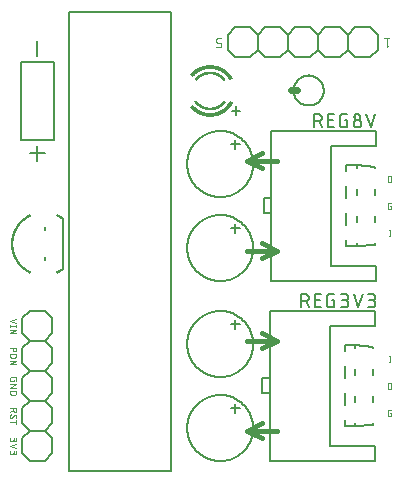
<source format=gbr>
G04 EAGLE Gerber RS-274X export*
G75*
%MOMM*%
%FSLAX34Y34*%
%LPD*%
%INSilkscreen Top*%
%IPPOS*%
%AMOC8*
5,1,8,0,0,1.08239X$1,22.5*%
G01*
%ADD10C,0.076200*%
%ADD11C,0.050800*%
%ADD12C,0.406400*%
%ADD13C,0.127000*%
%ADD14C,0.152400*%
%ADD15C,0.012700*%
%ADD16C,0.609600*%
%ADD17C,0.015238*%
%ADD18C,0.025400*%


D10*
X206516Y370713D02*
X204061Y370713D01*
X203981Y370711D01*
X203901Y370705D01*
X203821Y370695D01*
X203742Y370682D01*
X203663Y370664D01*
X203586Y370643D01*
X203510Y370617D01*
X203435Y370588D01*
X203361Y370556D01*
X203289Y370520D01*
X203219Y370480D01*
X203152Y370437D01*
X203086Y370391D01*
X203023Y370341D01*
X202962Y370289D01*
X202903Y370234D01*
X202848Y370175D01*
X202796Y370115D01*
X202746Y370051D01*
X202700Y369986D01*
X202657Y369918D01*
X202617Y369848D01*
X202581Y369776D01*
X202549Y369702D01*
X202520Y369628D01*
X202495Y369551D01*
X202473Y369474D01*
X202455Y369395D01*
X202442Y369316D01*
X202432Y369237D01*
X202426Y369156D01*
X202424Y369076D01*
X202424Y368258D01*
X202426Y368180D01*
X202431Y368102D01*
X202441Y368025D01*
X202454Y367948D01*
X202470Y367872D01*
X202490Y367797D01*
X202514Y367723D01*
X202541Y367650D01*
X202572Y367578D01*
X202606Y367508D01*
X202643Y367440D01*
X202684Y367373D01*
X202728Y367308D01*
X202774Y367246D01*
X202824Y367186D01*
X202876Y367128D01*
X202931Y367073D01*
X202989Y367021D01*
X203049Y366971D01*
X203111Y366925D01*
X203176Y366881D01*
X203243Y366840D01*
X203311Y366803D01*
X203381Y366769D01*
X203453Y366738D01*
X203526Y366711D01*
X203600Y366687D01*
X203675Y366667D01*
X203751Y366651D01*
X203828Y366638D01*
X203905Y366628D01*
X203983Y366623D01*
X204061Y366621D01*
X206516Y366621D01*
X206516Y363347D01*
X202424Y363347D01*
X346710Y363347D02*
X348756Y364984D01*
X346710Y363347D02*
X346710Y370713D01*
X348756Y370713D02*
X344664Y370713D01*
D11*
X33274Y57455D02*
X27686Y57455D01*
X33274Y57455D02*
X33274Y55903D01*
X33272Y55826D01*
X33266Y55748D01*
X33257Y55672D01*
X33243Y55595D01*
X33226Y55520D01*
X33205Y55446D01*
X33180Y55372D01*
X33152Y55300D01*
X33120Y55230D01*
X33085Y55161D01*
X33046Y55094D01*
X33004Y55029D01*
X32959Y54966D01*
X32911Y54905D01*
X32860Y54847D01*
X32806Y54792D01*
X32749Y54739D01*
X32690Y54690D01*
X32628Y54643D01*
X32564Y54599D01*
X32498Y54559D01*
X32430Y54522D01*
X32360Y54488D01*
X32289Y54458D01*
X32216Y54432D01*
X32142Y54409D01*
X32067Y54390D01*
X31992Y54375D01*
X31915Y54363D01*
X31838Y54355D01*
X31761Y54351D01*
X31683Y54351D01*
X31606Y54355D01*
X31529Y54363D01*
X31452Y54375D01*
X31377Y54390D01*
X31302Y54409D01*
X31228Y54432D01*
X31155Y54458D01*
X31084Y54488D01*
X31014Y54522D01*
X30946Y54559D01*
X30880Y54599D01*
X30816Y54643D01*
X30754Y54690D01*
X30695Y54739D01*
X30638Y54792D01*
X30584Y54847D01*
X30533Y54905D01*
X30485Y54966D01*
X30440Y55029D01*
X30398Y55094D01*
X30359Y55161D01*
X30324Y55230D01*
X30292Y55300D01*
X30264Y55372D01*
X30239Y55446D01*
X30218Y55520D01*
X30201Y55595D01*
X30187Y55672D01*
X30178Y55748D01*
X30172Y55826D01*
X30170Y55903D01*
X30170Y57455D01*
X30170Y55592D02*
X27686Y54350D01*
X27686Y50325D02*
X27688Y50255D01*
X27694Y50186D01*
X27704Y50117D01*
X27717Y50049D01*
X27735Y49981D01*
X27756Y49915D01*
X27781Y49850D01*
X27809Y49786D01*
X27841Y49724D01*
X27876Y49664D01*
X27915Y49606D01*
X27957Y49551D01*
X28002Y49497D01*
X28050Y49447D01*
X28100Y49399D01*
X28154Y49354D01*
X28209Y49312D01*
X28267Y49273D01*
X28327Y49238D01*
X28389Y49206D01*
X28453Y49178D01*
X28518Y49153D01*
X28584Y49132D01*
X28652Y49114D01*
X28720Y49101D01*
X28789Y49091D01*
X28858Y49085D01*
X28928Y49083D01*
X27686Y50325D02*
X27688Y50424D01*
X27693Y50522D01*
X27703Y50620D01*
X27716Y50718D01*
X27732Y50815D01*
X27752Y50912D01*
X27776Y51007D01*
X27804Y51102D01*
X27835Y51196D01*
X27869Y51288D01*
X27907Y51379D01*
X27948Y51469D01*
X27993Y51557D01*
X28041Y51643D01*
X28092Y51727D01*
X28146Y51809D01*
X28204Y51890D01*
X28264Y51968D01*
X28327Y52043D01*
X28393Y52117D01*
X28462Y52187D01*
X32032Y52032D02*
X32102Y52030D01*
X32171Y52024D01*
X32240Y52014D01*
X32308Y52001D01*
X32376Y51983D01*
X32442Y51962D01*
X32507Y51937D01*
X32571Y51909D01*
X32633Y51877D01*
X32693Y51842D01*
X32751Y51803D01*
X32806Y51761D01*
X32860Y51716D01*
X32910Y51668D01*
X32958Y51618D01*
X33003Y51564D01*
X33045Y51509D01*
X33084Y51451D01*
X33119Y51391D01*
X33151Y51329D01*
X33179Y51265D01*
X33204Y51200D01*
X33225Y51134D01*
X33243Y51066D01*
X33256Y50998D01*
X33266Y50929D01*
X33272Y50860D01*
X33274Y50790D01*
X33272Y50696D01*
X33266Y50603D01*
X33257Y50510D01*
X33244Y50417D01*
X33227Y50325D01*
X33207Y50234D01*
X33182Y50143D01*
X33155Y50054D01*
X33123Y49966D01*
X33088Y49879D01*
X33050Y49793D01*
X33008Y49710D01*
X32963Y49627D01*
X32915Y49547D01*
X32863Y49469D01*
X32808Y49393D01*
X30946Y51411D02*
X30982Y51470D01*
X31022Y51526D01*
X31065Y51580D01*
X31110Y51632D01*
X31159Y51681D01*
X31210Y51727D01*
X31263Y51770D01*
X31319Y51811D01*
X31377Y51848D01*
X31437Y51883D01*
X31498Y51913D01*
X31561Y51941D01*
X31626Y51965D01*
X31692Y51985D01*
X31759Y52002D01*
X31826Y52015D01*
X31894Y52024D01*
X31963Y52030D01*
X32032Y52032D01*
X30014Y49704D02*
X29978Y49645D01*
X29938Y49589D01*
X29895Y49535D01*
X29850Y49483D01*
X29801Y49434D01*
X29750Y49388D01*
X29697Y49345D01*
X29641Y49304D01*
X29583Y49267D01*
X29524Y49232D01*
X29462Y49202D01*
X29399Y49174D01*
X29334Y49150D01*
X29268Y49130D01*
X29201Y49113D01*
X29134Y49100D01*
X29066Y49091D01*
X28997Y49085D01*
X28928Y49083D01*
X30014Y49704D02*
X30946Y51411D01*
X33274Y45697D02*
X27686Y45697D01*
X33274Y47250D02*
X33274Y44145D01*
X30790Y80500D02*
X30790Y81431D01*
X30790Y80500D02*
X27686Y80500D01*
X27686Y82363D01*
X27688Y82433D01*
X27694Y82502D01*
X27704Y82571D01*
X27717Y82639D01*
X27735Y82707D01*
X27756Y82773D01*
X27781Y82838D01*
X27809Y82902D01*
X27841Y82964D01*
X27876Y83024D01*
X27915Y83082D01*
X27957Y83137D01*
X28002Y83191D01*
X28050Y83241D01*
X28100Y83289D01*
X28154Y83334D01*
X28209Y83376D01*
X28267Y83415D01*
X28327Y83450D01*
X28389Y83482D01*
X28453Y83510D01*
X28518Y83535D01*
X28584Y83556D01*
X28652Y83574D01*
X28720Y83587D01*
X28789Y83597D01*
X28858Y83603D01*
X28928Y83605D01*
X28928Y83604D02*
X32032Y83604D01*
X32032Y83605D02*
X32102Y83603D01*
X32171Y83597D01*
X32240Y83587D01*
X32308Y83574D01*
X32376Y83556D01*
X32442Y83535D01*
X32507Y83510D01*
X32571Y83482D01*
X32633Y83450D01*
X32693Y83415D01*
X32751Y83376D01*
X32806Y83334D01*
X32860Y83289D01*
X32910Y83241D01*
X32958Y83191D01*
X33003Y83137D01*
X33045Y83082D01*
X33084Y83024D01*
X33119Y82964D01*
X33151Y82902D01*
X33179Y82838D01*
X33204Y82773D01*
X33225Y82707D01*
X33243Y82639D01*
X33256Y82571D01*
X33266Y82502D01*
X33272Y82433D01*
X33274Y82363D01*
X33274Y80500D01*
X33274Y77752D02*
X27686Y77752D01*
X27686Y74648D02*
X33274Y77752D01*
X33274Y74648D02*
X27686Y74648D01*
X27686Y71900D02*
X33274Y71900D01*
X33274Y70348D01*
X33272Y70272D01*
X33267Y70196D01*
X33257Y70120D01*
X33244Y70045D01*
X33227Y69971D01*
X33207Y69897D01*
X33183Y69825D01*
X33156Y69754D01*
X33125Y69684D01*
X33091Y69616D01*
X33053Y69550D01*
X33012Y69486D01*
X32969Y69423D01*
X32922Y69363D01*
X32872Y69306D01*
X32819Y69251D01*
X32764Y69198D01*
X32707Y69148D01*
X32647Y69101D01*
X32584Y69058D01*
X32520Y69017D01*
X32454Y68979D01*
X32386Y68945D01*
X32316Y68914D01*
X32245Y68887D01*
X32172Y68863D01*
X32099Y68843D01*
X32025Y68826D01*
X31950Y68813D01*
X31874Y68803D01*
X31798Y68798D01*
X31722Y68796D01*
X29238Y68796D01*
X29162Y68798D01*
X29086Y68803D01*
X29010Y68813D01*
X28935Y68826D01*
X28861Y68843D01*
X28787Y68863D01*
X28715Y68887D01*
X28644Y68914D01*
X28574Y68945D01*
X28506Y68979D01*
X28440Y69017D01*
X28376Y69058D01*
X28313Y69101D01*
X28253Y69148D01*
X28196Y69198D01*
X28141Y69251D01*
X28088Y69306D01*
X28038Y69363D01*
X27991Y69423D01*
X27948Y69486D01*
X27907Y69550D01*
X27869Y69616D01*
X27835Y69684D01*
X27804Y69754D01*
X27777Y69825D01*
X27753Y69897D01*
X27733Y69971D01*
X27716Y70045D01*
X27703Y70120D01*
X27693Y70196D01*
X27688Y70272D01*
X27686Y70348D01*
X27686Y71900D01*
X27686Y108597D02*
X33274Y108597D01*
X33274Y107045D01*
X33272Y106968D01*
X33266Y106890D01*
X33257Y106814D01*
X33243Y106737D01*
X33226Y106662D01*
X33205Y106588D01*
X33180Y106514D01*
X33152Y106442D01*
X33120Y106372D01*
X33085Y106303D01*
X33046Y106236D01*
X33004Y106171D01*
X32959Y106108D01*
X32911Y106047D01*
X32860Y105989D01*
X32806Y105934D01*
X32749Y105881D01*
X32690Y105832D01*
X32628Y105785D01*
X32564Y105741D01*
X32498Y105701D01*
X32430Y105664D01*
X32360Y105630D01*
X32289Y105600D01*
X32216Y105574D01*
X32142Y105551D01*
X32067Y105532D01*
X31992Y105517D01*
X31915Y105505D01*
X31838Y105497D01*
X31761Y105493D01*
X31683Y105493D01*
X31606Y105497D01*
X31529Y105505D01*
X31452Y105517D01*
X31377Y105532D01*
X31302Y105551D01*
X31228Y105574D01*
X31155Y105600D01*
X31084Y105630D01*
X31014Y105664D01*
X30946Y105701D01*
X30880Y105741D01*
X30816Y105785D01*
X30754Y105832D01*
X30695Y105881D01*
X30638Y105934D01*
X30584Y105989D01*
X30533Y106047D01*
X30485Y106108D01*
X30440Y106171D01*
X30398Y106236D01*
X30359Y106303D01*
X30324Y106372D01*
X30292Y106442D01*
X30264Y106514D01*
X30239Y106588D01*
X30218Y106662D01*
X30201Y106737D01*
X30187Y106814D01*
X30178Y106890D01*
X30172Y106968D01*
X30170Y107045D01*
X30170Y108597D01*
X29238Y103377D02*
X31722Y103377D01*
X31722Y103376D02*
X31799Y103374D01*
X31877Y103368D01*
X31953Y103359D01*
X32030Y103345D01*
X32105Y103328D01*
X32179Y103307D01*
X32253Y103282D01*
X32325Y103254D01*
X32395Y103222D01*
X32464Y103187D01*
X32531Y103148D01*
X32596Y103106D01*
X32659Y103061D01*
X32720Y103013D01*
X32778Y102962D01*
X32833Y102908D01*
X32886Y102851D01*
X32935Y102792D01*
X32982Y102730D01*
X33026Y102666D01*
X33066Y102600D01*
X33103Y102532D01*
X33137Y102462D01*
X33167Y102391D01*
X33193Y102318D01*
X33216Y102244D01*
X33235Y102169D01*
X33250Y102094D01*
X33262Y102017D01*
X33270Y101940D01*
X33274Y101863D01*
X33274Y101785D01*
X33270Y101708D01*
X33262Y101631D01*
X33250Y101554D01*
X33235Y101479D01*
X33216Y101404D01*
X33193Y101330D01*
X33167Y101257D01*
X33137Y101186D01*
X33103Y101116D01*
X33066Y101048D01*
X33026Y100982D01*
X32982Y100918D01*
X32935Y100856D01*
X32886Y100797D01*
X32833Y100740D01*
X32778Y100686D01*
X32720Y100635D01*
X32659Y100587D01*
X32596Y100542D01*
X32531Y100500D01*
X32464Y100461D01*
X32395Y100426D01*
X32325Y100394D01*
X32253Y100366D01*
X32179Y100341D01*
X32105Y100320D01*
X32030Y100303D01*
X31953Y100289D01*
X31877Y100280D01*
X31799Y100274D01*
X31722Y100272D01*
X29238Y100272D01*
X29161Y100274D01*
X29083Y100280D01*
X29007Y100289D01*
X28930Y100303D01*
X28855Y100320D01*
X28781Y100341D01*
X28707Y100366D01*
X28635Y100394D01*
X28565Y100426D01*
X28496Y100461D01*
X28429Y100500D01*
X28364Y100542D01*
X28301Y100587D01*
X28240Y100635D01*
X28182Y100686D01*
X28127Y100740D01*
X28074Y100797D01*
X28025Y100856D01*
X27978Y100918D01*
X27934Y100982D01*
X27894Y101048D01*
X27857Y101116D01*
X27823Y101186D01*
X27793Y101257D01*
X27767Y101330D01*
X27744Y101404D01*
X27725Y101479D01*
X27710Y101554D01*
X27698Y101631D01*
X27690Y101708D01*
X27686Y101785D01*
X27686Y101863D01*
X27690Y101940D01*
X27698Y102017D01*
X27710Y102094D01*
X27725Y102169D01*
X27744Y102244D01*
X27767Y102318D01*
X27793Y102391D01*
X27823Y102462D01*
X27857Y102532D01*
X27894Y102600D01*
X27934Y102666D01*
X27978Y102730D01*
X28025Y102792D01*
X28074Y102851D01*
X28127Y102908D01*
X28182Y102962D01*
X28240Y103013D01*
X28301Y103061D01*
X28364Y103106D01*
X28429Y103148D01*
X28496Y103187D01*
X28565Y103222D01*
X28635Y103254D01*
X28707Y103282D01*
X28781Y103307D01*
X28855Y103328D01*
X28930Y103345D01*
X29007Y103359D01*
X29083Y103368D01*
X29161Y103374D01*
X29238Y103376D01*
X27686Y97707D02*
X33274Y97707D01*
X27686Y94603D01*
X33274Y94603D01*
X27686Y131325D02*
X33274Y133188D01*
X33274Y129463D02*
X27686Y131325D01*
X27686Y126936D02*
X33274Y126936D01*
X27686Y127557D02*
X27686Y126315D01*
X33274Y126315D02*
X33274Y127557D01*
X33274Y123916D02*
X27686Y123916D01*
X27686Y120812D02*
X33274Y123916D01*
X33274Y120812D02*
X27686Y120812D01*
X27686Y32439D02*
X27686Y30886D01*
X27688Y30809D01*
X27694Y30731D01*
X27703Y30655D01*
X27717Y30578D01*
X27734Y30503D01*
X27755Y30429D01*
X27780Y30355D01*
X27808Y30283D01*
X27840Y30213D01*
X27875Y30144D01*
X27914Y30077D01*
X27956Y30012D01*
X28001Y29949D01*
X28049Y29888D01*
X28100Y29830D01*
X28154Y29775D01*
X28211Y29722D01*
X28270Y29673D01*
X28332Y29626D01*
X28396Y29582D01*
X28462Y29542D01*
X28530Y29505D01*
X28600Y29471D01*
X28671Y29441D01*
X28744Y29415D01*
X28818Y29392D01*
X28893Y29373D01*
X28968Y29358D01*
X29045Y29346D01*
X29122Y29338D01*
X29199Y29334D01*
X29277Y29334D01*
X29354Y29338D01*
X29431Y29346D01*
X29508Y29358D01*
X29583Y29373D01*
X29658Y29392D01*
X29732Y29415D01*
X29805Y29441D01*
X29876Y29471D01*
X29946Y29505D01*
X30014Y29542D01*
X30080Y29582D01*
X30144Y29626D01*
X30206Y29673D01*
X30265Y29722D01*
X30322Y29775D01*
X30376Y29830D01*
X30427Y29888D01*
X30475Y29949D01*
X30520Y30012D01*
X30562Y30077D01*
X30601Y30144D01*
X30636Y30213D01*
X30668Y30283D01*
X30696Y30355D01*
X30721Y30429D01*
X30742Y30503D01*
X30759Y30578D01*
X30773Y30655D01*
X30782Y30731D01*
X30788Y30809D01*
X30790Y30886D01*
X33274Y30576D02*
X33274Y32439D01*
X33274Y30576D02*
X33272Y30506D01*
X33266Y30437D01*
X33256Y30368D01*
X33243Y30300D01*
X33225Y30232D01*
X33204Y30166D01*
X33179Y30101D01*
X33151Y30037D01*
X33119Y29975D01*
X33084Y29915D01*
X33045Y29857D01*
X33003Y29802D01*
X32958Y29748D01*
X32910Y29698D01*
X32860Y29650D01*
X32806Y29605D01*
X32751Y29563D01*
X32693Y29524D01*
X32633Y29489D01*
X32571Y29457D01*
X32507Y29429D01*
X32442Y29404D01*
X32376Y29383D01*
X32308Y29365D01*
X32240Y29352D01*
X32171Y29342D01*
X32102Y29336D01*
X32032Y29334D01*
X31962Y29336D01*
X31893Y29342D01*
X31824Y29352D01*
X31756Y29365D01*
X31688Y29383D01*
X31622Y29404D01*
X31557Y29429D01*
X31493Y29457D01*
X31431Y29489D01*
X31371Y29524D01*
X31313Y29563D01*
X31258Y29605D01*
X31204Y29650D01*
X31154Y29698D01*
X31106Y29748D01*
X31061Y29802D01*
X31019Y29857D01*
X30980Y29915D01*
X30945Y29975D01*
X30913Y30037D01*
X30885Y30101D01*
X30860Y30166D01*
X30839Y30232D01*
X30821Y30300D01*
X30808Y30368D01*
X30798Y30437D01*
X30792Y30506D01*
X30790Y30576D01*
X30790Y31818D01*
X33274Y27263D02*
X27686Y25400D01*
X33274Y23537D01*
X27686Y21466D02*
X27686Y19914D01*
X27688Y19837D01*
X27694Y19759D01*
X27703Y19683D01*
X27717Y19606D01*
X27734Y19531D01*
X27755Y19457D01*
X27780Y19383D01*
X27808Y19311D01*
X27840Y19241D01*
X27875Y19172D01*
X27914Y19105D01*
X27956Y19040D01*
X28001Y18977D01*
X28049Y18916D01*
X28100Y18858D01*
X28154Y18803D01*
X28211Y18750D01*
X28270Y18701D01*
X28332Y18654D01*
X28396Y18610D01*
X28462Y18570D01*
X28530Y18533D01*
X28600Y18499D01*
X28671Y18469D01*
X28744Y18443D01*
X28818Y18420D01*
X28893Y18401D01*
X28968Y18386D01*
X29045Y18374D01*
X29122Y18366D01*
X29199Y18362D01*
X29277Y18362D01*
X29354Y18366D01*
X29431Y18374D01*
X29508Y18386D01*
X29583Y18401D01*
X29658Y18420D01*
X29732Y18443D01*
X29805Y18469D01*
X29876Y18499D01*
X29946Y18533D01*
X30014Y18570D01*
X30080Y18610D01*
X30144Y18654D01*
X30206Y18701D01*
X30265Y18750D01*
X30322Y18803D01*
X30376Y18858D01*
X30427Y18916D01*
X30475Y18977D01*
X30520Y19040D01*
X30562Y19105D01*
X30601Y19172D01*
X30636Y19241D01*
X30668Y19311D01*
X30696Y19383D01*
X30721Y19457D01*
X30742Y19531D01*
X30759Y19606D01*
X30773Y19683D01*
X30782Y19759D01*
X30788Y19837D01*
X30790Y19914D01*
X33274Y19603D02*
X33274Y21466D01*
X33274Y19603D02*
X33272Y19533D01*
X33266Y19464D01*
X33256Y19395D01*
X33243Y19327D01*
X33225Y19259D01*
X33204Y19193D01*
X33179Y19128D01*
X33151Y19064D01*
X33119Y19002D01*
X33084Y18942D01*
X33045Y18884D01*
X33003Y18829D01*
X32958Y18775D01*
X32910Y18725D01*
X32860Y18677D01*
X32806Y18632D01*
X32751Y18590D01*
X32693Y18551D01*
X32633Y18516D01*
X32571Y18484D01*
X32507Y18456D01*
X32442Y18431D01*
X32376Y18410D01*
X32308Y18392D01*
X32240Y18379D01*
X32171Y18369D01*
X32102Y18363D01*
X32032Y18361D01*
X31962Y18363D01*
X31893Y18369D01*
X31824Y18379D01*
X31756Y18392D01*
X31688Y18410D01*
X31622Y18431D01*
X31557Y18456D01*
X31493Y18484D01*
X31431Y18516D01*
X31371Y18551D01*
X31313Y18590D01*
X31258Y18632D01*
X31204Y18677D01*
X31154Y18725D01*
X31106Y18775D01*
X31061Y18829D01*
X31019Y18884D01*
X30980Y18942D01*
X30945Y19002D01*
X30913Y19064D01*
X30885Y19128D01*
X30860Y19193D01*
X30839Y19259D01*
X30821Y19327D01*
X30808Y19395D01*
X30798Y19464D01*
X30792Y19533D01*
X30790Y19603D01*
X30790Y20845D01*
D12*
X228600Y266700D02*
X254000Y266700D01*
X254000Y190500D02*
X228600Y190500D01*
X228600Y266700D02*
X241300Y273050D01*
X241300Y260350D02*
X228600Y266700D01*
X241300Y196850D02*
X254000Y190500D01*
X241300Y184150D01*
X228600Y114300D02*
X254000Y114300D01*
X254000Y38100D02*
X228600Y38100D01*
X254000Y114300D02*
X241300Y120650D01*
X241300Y107950D02*
X254000Y114300D01*
X241300Y44450D02*
X228600Y38100D01*
X241300Y31750D01*
D11*
X349250Y96266D02*
X349250Y101854D01*
X348629Y96266D02*
X349871Y96266D01*
X349871Y101854D02*
X348629Y101854D01*
X347698Y77442D02*
X347698Y74958D01*
X347698Y77442D02*
X347700Y77519D01*
X347706Y77597D01*
X347715Y77673D01*
X347729Y77750D01*
X347746Y77825D01*
X347767Y77899D01*
X347792Y77973D01*
X347820Y78045D01*
X347852Y78115D01*
X347887Y78184D01*
X347926Y78251D01*
X347968Y78316D01*
X348013Y78379D01*
X348061Y78440D01*
X348112Y78498D01*
X348166Y78553D01*
X348223Y78606D01*
X348282Y78655D01*
X348344Y78702D01*
X348408Y78746D01*
X348474Y78786D01*
X348542Y78823D01*
X348612Y78857D01*
X348683Y78887D01*
X348756Y78913D01*
X348830Y78936D01*
X348905Y78955D01*
X348980Y78970D01*
X349057Y78982D01*
X349134Y78990D01*
X349211Y78994D01*
X349289Y78994D01*
X349366Y78990D01*
X349443Y78982D01*
X349520Y78970D01*
X349595Y78955D01*
X349670Y78936D01*
X349744Y78913D01*
X349817Y78887D01*
X349888Y78857D01*
X349958Y78823D01*
X350026Y78786D01*
X350092Y78746D01*
X350156Y78702D01*
X350218Y78655D01*
X350277Y78606D01*
X350334Y78553D01*
X350388Y78498D01*
X350439Y78440D01*
X350487Y78379D01*
X350532Y78316D01*
X350574Y78251D01*
X350613Y78184D01*
X350648Y78115D01*
X350680Y78045D01*
X350708Y77973D01*
X350733Y77899D01*
X350754Y77825D01*
X350771Y77750D01*
X350785Y77673D01*
X350794Y77597D01*
X350800Y77519D01*
X350802Y77442D01*
X350802Y74958D01*
X350800Y74881D01*
X350794Y74803D01*
X350785Y74727D01*
X350771Y74650D01*
X350754Y74575D01*
X350733Y74501D01*
X350708Y74427D01*
X350680Y74355D01*
X350648Y74285D01*
X350613Y74216D01*
X350574Y74149D01*
X350532Y74084D01*
X350487Y74021D01*
X350439Y73960D01*
X350388Y73902D01*
X350334Y73847D01*
X350277Y73794D01*
X350218Y73745D01*
X350156Y73698D01*
X350092Y73654D01*
X350026Y73614D01*
X349958Y73577D01*
X349888Y73543D01*
X349817Y73513D01*
X349744Y73487D01*
X349670Y73464D01*
X349595Y73445D01*
X349520Y73430D01*
X349443Y73418D01*
X349366Y73410D01*
X349289Y73406D01*
X349211Y73406D01*
X349134Y73410D01*
X349057Y73418D01*
X348980Y73430D01*
X348905Y73445D01*
X348830Y73464D01*
X348756Y73487D01*
X348683Y73513D01*
X348612Y73543D01*
X348542Y73577D01*
X348474Y73614D01*
X348408Y73654D01*
X348344Y73698D01*
X348282Y73745D01*
X348223Y73794D01*
X348166Y73847D01*
X348112Y73902D01*
X348061Y73960D01*
X348013Y74021D01*
X347968Y74084D01*
X347926Y74149D01*
X347887Y74216D01*
X347852Y74285D01*
X347820Y74355D01*
X347792Y74427D01*
X347767Y74501D01*
X347746Y74575D01*
X347729Y74650D01*
X347715Y74727D01*
X347706Y74803D01*
X347700Y74881D01*
X347698Y74958D01*
X349871Y53650D02*
X350802Y53650D01*
X350802Y50546D01*
X348940Y50546D01*
X348870Y50548D01*
X348801Y50554D01*
X348732Y50564D01*
X348664Y50577D01*
X348596Y50595D01*
X348530Y50616D01*
X348465Y50641D01*
X348401Y50669D01*
X348339Y50701D01*
X348279Y50736D01*
X348221Y50775D01*
X348166Y50817D01*
X348112Y50862D01*
X348062Y50910D01*
X348014Y50960D01*
X347969Y51014D01*
X347927Y51069D01*
X347888Y51127D01*
X347853Y51187D01*
X347821Y51249D01*
X347793Y51313D01*
X347768Y51378D01*
X347747Y51444D01*
X347729Y51512D01*
X347716Y51580D01*
X347706Y51649D01*
X347700Y51718D01*
X347698Y51788D01*
X347698Y54892D01*
X347700Y54962D01*
X347706Y55031D01*
X347716Y55100D01*
X347729Y55168D01*
X347747Y55236D01*
X347768Y55302D01*
X347793Y55367D01*
X347821Y55431D01*
X347853Y55493D01*
X347888Y55553D01*
X347927Y55611D01*
X347969Y55666D01*
X348014Y55720D01*
X348062Y55770D01*
X348112Y55818D01*
X348166Y55863D01*
X348221Y55905D01*
X348279Y55944D01*
X348339Y55979D01*
X348401Y56011D01*
X348465Y56039D01*
X348530Y56064D01*
X348596Y56085D01*
X348664Y56103D01*
X348732Y56116D01*
X348801Y56126D01*
X348870Y56132D01*
X348940Y56134D01*
X350802Y56134D01*
X350802Y228910D02*
X349871Y228910D01*
X350802Y228910D02*
X350802Y225806D01*
X348940Y225806D01*
X348870Y225808D01*
X348801Y225814D01*
X348732Y225824D01*
X348664Y225837D01*
X348596Y225855D01*
X348530Y225876D01*
X348465Y225901D01*
X348401Y225929D01*
X348339Y225961D01*
X348279Y225996D01*
X348221Y226035D01*
X348166Y226077D01*
X348112Y226122D01*
X348062Y226170D01*
X348014Y226220D01*
X347969Y226274D01*
X347927Y226329D01*
X347888Y226387D01*
X347853Y226447D01*
X347821Y226509D01*
X347793Y226573D01*
X347768Y226638D01*
X347747Y226704D01*
X347729Y226772D01*
X347716Y226840D01*
X347706Y226909D01*
X347700Y226978D01*
X347698Y227048D01*
X347698Y230152D01*
X347700Y230222D01*
X347706Y230291D01*
X347716Y230360D01*
X347729Y230428D01*
X347747Y230496D01*
X347768Y230562D01*
X347793Y230627D01*
X347821Y230691D01*
X347853Y230753D01*
X347888Y230813D01*
X347927Y230871D01*
X347969Y230926D01*
X348014Y230980D01*
X348062Y231030D01*
X348112Y231078D01*
X348166Y231123D01*
X348221Y231165D01*
X348279Y231204D01*
X348339Y231239D01*
X348401Y231271D01*
X348465Y231299D01*
X348530Y231324D01*
X348596Y231345D01*
X348664Y231363D01*
X348732Y231376D01*
X348801Y231386D01*
X348870Y231392D01*
X348940Y231394D01*
X350802Y231394D01*
X347698Y250218D02*
X347698Y252702D01*
X347700Y252779D01*
X347706Y252857D01*
X347715Y252933D01*
X347729Y253010D01*
X347746Y253085D01*
X347767Y253159D01*
X347792Y253233D01*
X347820Y253305D01*
X347852Y253375D01*
X347887Y253444D01*
X347926Y253511D01*
X347968Y253576D01*
X348013Y253639D01*
X348061Y253700D01*
X348112Y253758D01*
X348166Y253813D01*
X348223Y253866D01*
X348282Y253915D01*
X348344Y253962D01*
X348408Y254006D01*
X348474Y254046D01*
X348542Y254083D01*
X348612Y254117D01*
X348683Y254147D01*
X348756Y254173D01*
X348830Y254196D01*
X348905Y254215D01*
X348980Y254230D01*
X349057Y254242D01*
X349134Y254250D01*
X349211Y254254D01*
X349289Y254254D01*
X349366Y254250D01*
X349443Y254242D01*
X349520Y254230D01*
X349595Y254215D01*
X349670Y254196D01*
X349744Y254173D01*
X349817Y254147D01*
X349888Y254117D01*
X349958Y254083D01*
X350026Y254046D01*
X350092Y254006D01*
X350156Y253962D01*
X350218Y253915D01*
X350277Y253866D01*
X350334Y253813D01*
X350388Y253758D01*
X350439Y253700D01*
X350487Y253639D01*
X350532Y253576D01*
X350574Y253511D01*
X350613Y253444D01*
X350648Y253375D01*
X350680Y253305D01*
X350708Y253233D01*
X350733Y253159D01*
X350754Y253085D01*
X350771Y253010D01*
X350785Y252933D01*
X350794Y252857D01*
X350800Y252779D01*
X350802Y252702D01*
X350802Y250218D01*
X350800Y250141D01*
X350794Y250063D01*
X350785Y249987D01*
X350771Y249910D01*
X350754Y249835D01*
X350733Y249761D01*
X350708Y249687D01*
X350680Y249615D01*
X350648Y249545D01*
X350613Y249476D01*
X350574Y249409D01*
X350532Y249344D01*
X350487Y249281D01*
X350439Y249220D01*
X350388Y249162D01*
X350334Y249107D01*
X350277Y249054D01*
X350218Y249005D01*
X350156Y248958D01*
X350092Y248914D01*
X350026Y248874D01*
X349958Y248837D01*
X349888Y248803D01*
X349817Y248773D01*
X349744Y248747D01*
X349670Y248724D01*
X349595Y248705D01*
X349520Y248690D01*
X349443Y248678D01*
X349366Y248670D01*
X349289Y248666D01*
X349211Y248666D01*
X349134Y248670D01*
X349057Y248678D01*
X348980Y248690D01*
X348905Y248705D01*
X348830Y248724D01*
X348756Y248747D01*
X348683Y248773D01*
X348612Y248803D01*
X348542Y248837D01*
X348474Y248874D01*
X348408Y248914D01*
X348344Y248958D01*
X348282Y249005D01*
X348223Y249054D01*
X348166Y249107D01*
X348112Y249162D01*
X348061Y249220D01*
X348013Y249281D01*
X347968Y249344D01*
X347926Y249409D01*
X347887Y249476D01*
X347852Y249545D01*
X347820Y249615D01*
X347792Y249687D01*
X347767Y249761D01*
X347746Y249835D01*
X347729Y249910D01*
X347715Y249987D01*
X347706Y250063D01*
X347700Y250141D01*
X347698Y250218D01*
X349250Y208534D02*
X349250Y202946D01*
X348629Y202946D02*
X349871Y202946D01*
X349871Y208534D02*
X348629Y208534D01*
D13*
X77470Y392430D02*
X77470Y4430D01*
X164470Y4430D01*
X164470Y392430D01*
X77470Y392430D01*
D14*
X218440Y213360D02*
X218440Y209550D01*
X214630Y209550D01*
X218440Y209550D02*
X218440Y205740D01*
X218440Y209550D02*
X222250Y209550D01*
X177800Y193040D02*
X177808Y193726D01*
X177834Y194411D01*
X177876Y195095D01*
X177935Y195779D01*
X178010Y196460D01*
X178102Y197140D01*
X178211Y197817D01*
X178337Y198491D01*
X178479Y199162D01*
X178637Y199829D01*
X178812Y200492D01*
X179003Y201151D01*
X179210Y201804D01*
X179433Y202453D01*
X179672Y203095D01*
X179927Y203732D01*
X180197Y204362D01*
X180483Y204986D01*
X180783Y205602D01*
X181099Y206211D01*
X181430Y206812D01*
X181775Y207404D01*
X182135Y207988D01*
X182509Y208563D01*
X182897Y209128D01*
X183298Y209684D01*
X183714Y210230D01*
X184142Y210765D01*
X184584Y211290D01*
X185038Y211803D01*
X185505Y212306D01*
X185983Y212797D01*
X186474Y213275D01*
X186977Y213742D01*
X187490Y214196D01*
X188015Y214638D01*
X188550Y215066D01*
X189096Y215482D01*
X189652Y215883D01*
X190217Y216271D01*
X190792Y216645D01*
X191376Y217005D01*
X191968Y217350D01*
X192569Y217681D01*
X193178Y217997D01*
X193794Y218297D01*
X194418Y218583D01*
X195048Y218853D01*
X195685Y219108D01*
X196327Y219347D01*
X196976Y219570D01*
X197629Y219777D01*
X198288Y219968D01*
X198951Y220143D01*
X199618Y220301D01*
X200289Y220443D01*
X200963Y220569D01*
X201640Y220678D01*
X202320Y220770D01*
X203001Y220845D01*
X203685Y220904D01*
X204369Y220946D01*
X205054Y220972D01*
X205740Y220980D01*
X206426Y220972D01*
X207111Y220946D01*
X207795Y220904D01*
X208479Y220845D01*
X209160Y220770D01*
X209840Y220678D01*
X210517Y220569D01*
X211191Y220443D01*
X211862Y220301D01*
X212529Y220143D01*
X213192Y219968D01*
X213851Y219777D01*
X214504Y219570D01*
X215153Y219347D01*
X215795Y219108D01*
X216432Y218853D01*
X217062Y218583D01*
X217686Y218297D01*
X218302Y217997D01*
X218911Y217681D01*
X219512Y217350D01*
X220104Y217005D01*
X220688Y216645D01*
X221263Y216271D01*
X221828Y215883D01*
X222384Y215482D01*
X222930Y215066D01*
X223465Y214638D01*
X223990Y214196D01*
X224503Y213742D01*
X225006Y213275D01*
X225497Y212797D01*
X225975Y212306D01*
X226442Y211803D01*
X226896Y211290D01*
X227338Y210765D01*
X227766Y210230D01*
X228182Y209684D01*
X228583Y209128D01*
X228971Y208563D01*
X229345Y207988D01*
X229705Y207404D01*
X230050Y206812D01*
X230381Y206211D01*
X230697Y205602D01*
X230997Y204986D01*
X231283Y204362D01*
X231553Y203732D01*
X231808Y203095D01*
X232047Y202453D01*
X232270Y201804D01*
X232477Y201151D01*
X232668Y200492D01*
X232843Y199829D01*
X233001Y199162D01*
X233143Y198491D01*
X233269Y197817D01*
X233378Y197140D01*
X233470Y196460D01*
X233545Y195779D01*
X233604Y195095D01*
X233646Y194411D01*
X233672Y193726D01*
X233680Y193040D01*
X233672Y192354D01*
X233646Y191669D01*
X233604Y190985D01*
X233545Y190301D01*
X233470Y189620D01*
X233378Y188940D01*
X233269Y188263D01*
X233143Y187589D01*
X233001Y186918D01*
X232843Y186251D01*
X232668Y185588D01*
X232477Y184929D01*
X232270Y184276D01*
X232047Y183627D01*
X231808Y182985D01*
X231553Y182348D01*
X231283Y181718D01*
X230997Y181094D01*
X230697Y180478D01*
X230381Y179869D01*
X230050Y179268D01*
X229705Y178676D01*
X229345Y178092D01*
X228971Y177517D01*
X228583Y176952D01*
X228182Y176396D01*
X227766Y175850D01*
X227338Y175315D01*
X226896Y174790D01*
X226442Y174277D01*
X225975Y173774D01*
X225497Y173283D01*
X225006Y172805D01*
X224503Y172338D01*
X223990Y171884D01*
X223465Y171442D01*
X222930Y171014D01*
X222384Y170598D01*
X221828Y170197D01*
X221263Y169809D01*
X220688Y169435D01*
X220104Y169075D01*
X219512Y168730D01*
X218911Y168399D01*
X218302Y168083D01*
X217686Y167783D01*
X217062Y167497D01*
X216432Y167227D01*
X215795Y166972D01*
X215153Y166733D01*
X214504Y166510D01*
X213851Y166303D01*
X213192Y166112D01*
X212529Y165937D01*
X211862Y165779D01*
X211191Y165637D01*
X210517Y165511D01*
X209840Y165402D01*
X209160Y165310D01*
X208479Y165235D01*
X207795Y165176D01*
X207111Y165134D01*
X206426Y165108D01*
X205740Y165100D01*
X205054Y165108D01*
X204369Y165134D01*
X203685Y165176D01*
X203001Y165235D01*
X202320Y165310D01*
X201640Y165402D01*
X200963Y165511D01*
X200289Y165637D01*
X199618Y165779D01*
X198951Y165937D01*
X198288Y166112D01*
X197629Y166303D01*
X196976Y166510D01*
X196327Y166733D01*
X195685Y166972D01*
X195048Y167227D01*
X194418Y167497D01*
X193794Y167783D01*
X193178Y168083D01*
X192569Y168399D01*
X191968Y168730D01*
X191376Y169075D01*
X190792Y169435D01*
X190217Y169809D01*
X189652Y170197D01*
X189096Y170598D01*
X188550Y171014D01*
X188015Y171442D01*
X187490Y171884D01*
X186977Y172338D01*
X186474Y172805D01*
X185983Y173283D01*
X185505Y173774D01*
X185038Y174277D01*
X184584Y174790D01*
X184142Y175315D01*
X183714Y175850D01*
X183298Y176396D01*
X182897Y176952D01*
X182509Y177517D01*
X182135Y178092D01*
X181775Y178676D01*
X181430Y179268D01*
X181099Y179869D01*
X180783Y180478D01*
X180483Y181094D01*
X180197Y181718D01*
X179927Y182348D01*
X179672Y182985D01*
X179433Y183627D01*
X179210Y184276D01*
X179003Y184929D01*
X178812Y185588D01*
X178637Y186251D01*
X178479Y186918D01*
X178337Y187589D01*
X178211Y188263D01*
X178102Y188940D01*
X178010Y189620D01*
X177935Y190301D01*
X177876Y190985D01*
X177834Y191669D01*
X177808Y192354D01*
X177800Y193040D01*
X218440Y280670D02*
X218440Y284480D01*
X218440Y280670D02*
X214630Y280670D01*
X218440Y280670D02*
X218440Y276860D01*
X218440Y280670D02*
X222250Y280670D01*
X177800Y264160D02*
X177808Y264846D01*
X177834Y265531D01*
X177876Y266215D01*
X177935Y266899D01*
X178010Y267580D01*
X178102Y268260D01*
X178211Y268937D01*
X178337Y269611D01*
X178479Y270282D01*
X178637Y270949D01*
X178812Y271612D01*
X179003Y272271D01*
X179210Y272924D01*
X179433Y273573D01*
X179672Y274215D01*
X179927Y274852D01*
X180197Y275482D01*
X180483Y276106D01*
X180783Y276722D01*
X181099Y277331D01*
X181430Y277932D01*
X181775Y278524D01*
X182135Y279108D01*
X182509Y279683D01*
X182897Y280248D01*
X183298Y280804D01*
X183714Y281350D01*
X184142Y281885D01*
X184584Y282410D01*
X185038Y282923D01*
X185505Y283426D01*
X185983Y283917D01*
X186474Y284395D01*
X186977Y284862D01*
X187490Y285316D01*
X188015Y285758D01*
X188550Y286186D01*
X189096Y286602D01*
X189652Y287003D01*
X190217Y287391D01*
X190792Y287765D01*
X191376Y288125D01*
X191968Y288470D01*
X192569Y288801D01*
X193178Y289117D01*
X193794Y289417D01*
X194418Y289703D01*
X195048Y289973D01*
X195685Y290228D01*
X196327Y290467D01*
X196976Y290690D01*
X197629Y290897D01*
X198288Y291088D01*
X198951Y291263D01*
X199618Y291421D01*
X200289Y291563D01*
X200963Y291689D01*
X201640Y291798D01*
X202320Y291890D01*
X203001Y291965D01*
X203685Y292024D01*
X204369Y292066D01*
X205054Y292092D01*
X205740Y292100D01*
X206426Y292092D01*
X207111Y292066D01*
X207795Y292024D01*
X208479Y291965D01*
X209160Y291890D01*
X209840Y291798D01*
X210517Y291689D01*
X211191Y291563D01*
X211862Y291421D01*
X212529Y291263D01*
X213192Y291088D01*
X213851Y290897D01*
X214504Y290690D01*
X215153Y290467D01*
X215795Y290228D01*
X216432Y289973D01*
X217062Y289703D01*
X217686Y289417D01*
X218302Y289117D01*
X218911Y288801D01*
X219512Y288470D01*
X220104Y288125D01*
X220688Y287765D01*
X221263Y287391D01*
X221828Y287003D01*
X222384Y286602D01*
X222930Y286186D01*
X223465Y285758D01*
X223990Y285316D01*
X224503Y284862D01*
X225006Y284395D01*
X225497Y283917D01*
X225975Y283426D01*
X226442Y282923D01*
X226896Y282410D01*
X227338Y281885D01*
X227766Y281350D01*
X228182Y280804D01*
X228583Y280248D01*
X228971Y279683D01*
X229345Y279108D01*
X229705Y278524D01*
X230050Y277932D01*
X230381Y277331D01*
X230697Y276722D01*
X230997Y276106D01*
X231283Y275482D01*
X231553Y274852D01*
X231808Y274215D01*
X232047Y273573D01*
X232270Y272924D01*
X232477Y272271D01*
X232668Y271612D01*
X232843Y270949D01*
X233001Y270282D01*
X233143Y269611D01*
X233269Y268937D01*
X233378Y268260D01*
X233470Y267580D01*
X233545Y266899D01*
X233604Y266215D01*
X233646Y265531D01*
X233672Y264846D01*
X233680Y264160D01*
X233672Y263474D01*
X233646Y262789D01*
X233604Y262105D01*
X233545Y261421D01*
X233470Y260740D01*
X233378Y260060D01*
X233269Y259383D01*
X233143Y258709D01*
X233001Y258038D01*
X232843Y257371D01*
X232668Y256708D01*
X232477Y256049D01*
X232270Y255396D01*
X232047Y254747D01*
X231808Y254105D01*
X231553Y253468D01*
X231283Y252838D01*
X230997Y252214D01*
X230697Y251598D01*
X230381Y250989D01*
X230050Y250388D01*
X229705Y249796D01*
X229345Y249212D01*
X228971Y248637D01*
X228583Y248072D01*
X228182Y247516D01*
X227766Y246970D01*
X227338Y246435D01*
X226896Y245910D01*
X226442Y245397D01*
X225975Y244894D01*
X225497Y244403D01*
X225006Y243925D01*
X224503Y243458D01*
X223990Y243004D01*
X223465Y242562D01*
X222930Y242134D01*
X222384Y241718D01*
X221828Y241317D01*
X221263Y240929D01*
X220688Y240555D01*
X220104Y240195D01*
X219512Y239850D01*
X218911Y239519D01*
X218302Y239203D01*
X217686Y238903D01*
X217062Y238617D01*
X216432Y238347D01*
X215795Y238092D01*
X215153Y237853D01*
X214504Y237630D01*
X213851Y237423D01*
X213192Y237232D01*
X212529Y237057D01*
X211862Y236899D01*
X211191Y236757D01*
X210517Y236631D01*
X209840Y236522D01*
X209160Y236430D01*
X208479Y236355D01*
X207795Y236296D01*
X207111Y236254D01*
X206426Y236228D01*
X205740Y236220D01*
X205054Y236228D01*
X204369Y236254D01*
X203685Y236296D01*
X203001Y236355D01*
X202320Y236430D01*
X201640Y236522D01*
X200963Y236631D01*
X200289Y236757D01*
X199618Y236899D01*
X198951Y237057D01*
X198288Y237232D01*
X197629Y237423D01*
X196976Y237630D01*
X196327Y237853D01*
X195685Y238092D01*
X195048Y238347D01*
X194418Y238617D01*
X193794Y238903D01*
X193178Y239203D01*
X192569Y239519D01*
X191968Y239850D01*
X191376Y240195D01*
X190792Y240555D01*
X190217Y240929D01*
X189652Y241317D01*
X189096Y241718D01*
X188550Y242134D01*
X188015Y242562D01*
X187490Y243004D01*
X186977Y243458D01*
X186474Y243925D01*
X185983Y244403D01*
X185505Y244894D01*
X185038Y245397D01*
X184584Y245910D01*
X184142Y246435D01*
X183714Y246970D01*
X183298Y247516D01*
X182897Y248072D01*
X182509Y248637D01*
X182135Y249212D01*
X181775Y249796D01*
X181430Y250388D01*
X181099Y250989D01*
X180783Y251598D01*
X180483Y252214D01*
X180197Y252838D01*
X179927Y253468D01*
X179672Y254105D01*
X179433Y254747D01*
X179210Y255396D01*
X179003Y256049D01*
X178812Y256708D01*
X178637Y257371D01*
X178479Y258038D01*
X178337Y258709D01*
X178211Y259383D01*
X178102Y260060D01*
X178010Y260740D01*
X177935Y261421D01*
X177876Y262105D01*
X177834Y262789D01*
X177808Y263474D01*
X177800Y264160D01*
X218440Y132080D02*
X218440Y128270D01*
X214630Y128270D01*
X218440Y128270D02*
X218440Y124460D01*
X218440Y128270D02*
X222250Y128270D01*
X177800Y111760D02*
X177808Y112446D01*
X177834Y113131D01*
X177876Y113815D01*
X177935Y114499D01*
X178010Y115180D01*
X178102Y115860D01*
X178211Y116537D01*
X178337Y117211D01*
X178479Y117882D01*
X178637Y118549D01*
X178812Y119212D01*
X179003Y119871D01*
X179210Y120524D01*
X179433Y121173D01*
X179672Y121815D01*
X179927Y122452D01*
X180197Y123082D01*
X180483Y123706D01*
X180783Y124322D01*
X181099Y124931D01*
X181430Y125532D01*
X181775Y126124D01*
X182135Y126708D01*
X182509Y127283D01*
X182897Y127848D01*
X183298Y128404D01*
X183714Y128950D01*
X184142Y129485D01*
X184584Y130010D01*
X185038Y130523D01*
X185505Y131026D01*
X185983Y131517D01*
X186474Y131995D01*
X186977Y132462D01*
X187490Y132916D01*
X188015Y133358D01*
X188550Y133786D01*
X189096Y134202D01*
X189652Y134603D01*
X190217Y134991D01*
X190792Y135365D01*
X191376Y135725D01*
X191968Y136070D01*
X192569Y136401D01*
X193178Y136717D01*
X193794Y137017D01*
X194418Y137303D01*
X195048Y137573D01*
X195685Y137828D01*
X196327Y138067D01*
X196976Y138290D01*
X197629Y138497D01*
X198288Y138688D01*
X198951Y138863D01*
X199618Y139021D01*
X200289Y139163D01*
X200963Y139289D01*
X201640Y139398D01*
X202320Y139490D01*
X203001Y139565D01*
X203685Y139624D01*
X204369Y139666D01*
X205054Y139692D01*
X205740Y139700D01*
X206426Y139692D01*
X207111Y139666D01*
X207795Y139624D01*
X208479Y139565D01*
X209160Y139490D01*
X209840Y139398D01*
X210517Y139289D01*
X211191Y139163D01*
X211862Y139021D01*
X212529Y138863D01*
X213192Y138688D01*
X213851Y138497D01*
X214504Y138290D01*
X215153Y138067D01*
X215795Y137828D01*
X216432Y137573D01*
X217062Y137303D01*
X217686Y137017D01*
X218302Y136717D01*
X218911Y136401D01*
X219512Y136070D01*
X220104Y135725D01*
X220688Y135365D01*
X221263Y134991D01*
X221828Y134603D01*
X222384Y134202D01*
X222930Y133786D01*
X223465Y133358D01*
X223990Y132916D01*
X224503Y132462D01*
X225006Y131995D01*
X225497Y131517D01*
X225975Y131026D01*
X226442Y130523D01*
X226896Y130010D01*
X227338Y129485D01*
X227766Y128950D01*
X228182Y128404D01*
X228583Y127848D01*
X228971Y127283D01*
X229345Y126708D01*
X229705Y126124D01*
X230050Y125532D01*
X230381Y124931D01*
X230697Y124322D01*
X230997Y123706D01*
X231283Y123082D01*
X231553Y122452D01*
X231808Y121815D01*
X232047Y121173D01*
X232270Y120524D01*
X232477Y119871D01*
X232668Y119212D01*
X232843Y118549D01*
X233001Y117882D01*
X233143Y117211D01*
X233269Y116537D01*
X233378Y115860D01*
X233470Y115180D01*
X233545Y114499D01*
X233604Y113815D01*
X233646Y113131D01*
X233672Y112446D01*
X233680Y111760D01*
X233672Y111074D01*
X233646Y110389D01*
X233604Y109705D01*
X233545Y109021D01*
X233470Y108340D01*
X233378Y107660D01*
X233269Y106983D01*
X233143Y106309D01*
X233001Y105638D01*
X232843Y104971D01*
X232668Y104308D01*
X232477Y103649D01*
X232270Y102996D01*
X232047Y102347D01*
X231808Y101705D01*
X231553Y101068D01*
X231283Y100438D01*
X230997Y99814D01*
X230697Y99198D01*
X230381Y98589D01*
X230050Y97988D01*
X229705Y97396D01*
X229345Y96812D01*
X228971Y96237D01*
X228583Y95672D01*
X228182Y95116D01*
X227766Y94570D01*
X227338Y94035D01*
X226896Y93510D01*
X226442Y92997D01*
X225975Y92494D01*
X225497Y92003D01*
X225006Y91525D01*
X224503Y91058D01*
X223990Y90604D01*
X223465Y90162D01*
X222930Y89734D01*
X222384Y89318D01*
X221828Y88917D01*
X221263Y88529D01*
X220688Y88155D01*
X220104Y87795D01*
X219512Y87450D01*
X218911Y87119D01*
X218302Y86803D01*
X217686Y86503D01*
X217062Y86217D01*
X216432Y85947D01*
X215795Y85692D01*
X215153Y85453D01*
X214504Y85230D01*
X213851Y85023D01*
X213192Y84832D01*
X212529Y84657D01*
X211862Y84499D01*
X211191Y84357D01*
X210517Y84231D01*
X209840Y84122D01*
X209160Y84030D01*
X208479Y83955D01*
X207795Y83896D01*
X207111Y83854D01*
X206426Y83828D01*
X205740Y83820D01*
X205054Y83828D01*
X204369Y83854D01*
X203685Y83896D01*
X203001Y83955D01*
X202320Y84030D01*
X201640Y84122D01*
X200963Y84231D01*
X200289Y84357D01*
X199618Y84499D01*
X198951Y84657D01*
X198288Y84832D01*
X197629Y85023D01*
X196976Y85230D01*
X196327Y85453D01*
X195685Y85692D01*
X195048Y85947D01*
X194418Y86217D01*
X193794Y86503D01*
X193178Y86803D01*
X192569Y87119D01*
X191968Y87450D01*
X191376Y87795D01*
X190792Y88155D01*
X190217Y88529D01*
X189652Y88917D01*
X189096Y89318D01*
X188550Y89734D01*
X188015Y90162D01*
X187490Y90604D01*
X186977Y91058D01*
X186474Y91525D01*
X185983Y92003D01*
X185505Y92494D01*
X185038Y92997D01*
X184584Y93510D01*
X184142Y94035D01*
X183714Y94570D01*
X183298Y95116D01*
X182897Y95672D01*
X182509Y96237D01*
X182135Y96812D01*
X181775Y97396D01*
X181430Y97988D01*
X181099Y98589D01*
X180783Y99198D01*
X180483Y99814D01*
X180197Y100438D01*
X179927Y101068D01*
X179672Y101705D01*
X179433Y102347D01*
X179210Y102996D01*
X179003Y103649D01*
X178812Y104308D01*
X178637Y104971D01*
X178479Y105638D01*
X178337Y106309D01*
X178211Y106983D01*
X178102Y107660D01*
X178010Y108340D01*
X177935Y109021D01*
X177876Y109705D01*
X177834Y110389D01*
X177808Y111074D01*
X177800Y111760D01*
X218440Y60960D02*
X218440Y57150D01*
X214630Y57150D01*
X218440Y57150D02*
X218440Y53340D01*
X218440Y57150D02*
X222250Y57150D01*
X177800Y40640D02*
X177808Y41326D01*
X177834Y42011D01*
X177876Y42695D01*
X177935Y43379D01*
X178010Y44060D01*
X178102Y44740D01*
X178211Y45417D01*
X178337Y46091D01*
X178479Y46762D01*
X178637Y47429D01*
X178812Y48092D01*
X179003Y48751D01*
X179210Y49404D01*
X179433Y50053D01*
X179672Y50695D01*
X179927Y51332D01*
X180197Y51962D01*
X180483Y52586D01*
X180783Y53202D01*
X181099Y53811D01*
X181430Y54412D01*
X181775Y55004D01*
X182135Y55588D01*
X182509Y56163D01*
X182897Y56728D01*
X183298Y57284D01*
X183714Y57830D01*
X184142Y58365D01*
X184584Y58890D01*
X185038Y59403D01*
X185505Y59906D01*
X185983Y60397D01*
X186474Y60875D01*
X186977Y61342D01*
X187490Y61796D01*
X188015Y62238D01*
X188550Y62666D01*
X189096Y63082D01*
X189652Y63483D01*
X190217Y63871D01*
X190792Y64245D01*
X191376Y64605D01*
X191968Y64950D01*
X192569Y65281D01*
X193178Y65597D01*
X193794Y65897D01*
X194418Y66183D01*
X195048Y66453D01*
X195685Y66708D01*
X196327Y66947D01*
X196976Y67170D01*
X197629Y67377D01*
X198288Y67568D01*
X198951Y67743D01*
X199618Y67901D01*
X200289Y68043D01*
X200963Y68169D01*
X201640Y68278D01*
X202320Y68370D01*
X203001Y68445D01*
X203685Y68504D01*
X204369Y68546D01*
X205054Y68572D01*
X205740Y68580D01*
X206426Y68572D01*
X207111Y68546D01*
X207795Y68504D01*
X208479Y68445D01*
X209160Y68370D01*
X209840Y68278D01*
X210517Y68169D01*
X211191Y68043D01*
X211862Y67901D01*
X212529Y67743D01*
X213192Y67568D01*
X213851Y67377D01*
X214504Y67170D01*
X215153Y66947D01*
X215795Y66708D01*
X216432Y66453D01*
X217062Y66183D01*
X217686Y65897D01*
X218302Y65597D01*
X218911Y65281D01*
X219512Y64950D01*
X220104Y64605D01*
X220688Y64245D01*
X221263Y63871D01*
X221828Y63483D01*
X222384Y63082D01*
X222930Y62666D01*
X223465Y62238D01*
X223990Y61796D01*
X224503Y61342D01*
X225006Y60875D01*
X225497Y60397D01*
X225975Y59906D01*
X226442Y59403D01*
X226896Y58890D01*
X227338Y58365D01*
X227766Y57830D01*
X228182Y57284D01*
X228583Y56728D01*
X228971Y56163D01*
X229345Y55588D01*
X229705Y55004D01*
X230050Y54412D01*
X230381Y53811D01*
X230697Y53202D01*
X230997Y52586D01*
X231283Y51962D01*
X231553Y51332D01*
X231808Y50695D01*
X232047Y50053D01*
X232270Y49404D01*
X232477Y48751D01*
X232668Y48092D01*
X232843Y47429D01*
X233001Y46762D01*
X233143Y46091D01*
X233269Y45417D01*
X233378Y44740D01*
X233470Y44060D01*
X233545Y43379D01*
X233604Y42695D01*
X233646Y42011D01*
X233672Y41326D01*
X233680Y40640D01*
X233672Y39954D01*
X233646Y39269D01*
X233604Y38585D01*
X233545Y37901D01*
X233470Y37220D01*
X233378Y36540D01*
X233269Y35863D01*
X233143Y35189D01*
X233001Y34518D01*
X232843Y33851D01*
X232668Y33188D01*
X232477Y32529D01*
X232270Y31876D01*
X232047Y31227D01*
X231808Y30585D01*
X231553Y29948D01*
X231283Y29318D01*
X230997Y28694D01*
X230697Y28078D01*
X230381Y27469D01*
X230050Y26868D01*
X229705Y26276D01*
X229345Y25692D01*
X228971Y25117D01*
X228583Y24552D01*
X228182Y23996D01*
X227766Y23450D01*
X227338Y22915D01*
X226896Y22390D01*
X226442Y21877D01*
X225975Y21374D01*
X225497Y20883D01*
X225006Y20405D01*
X224503Y19938D01*
X223990Y19484D01*
X223465Y19042D01*
X222930Y18614D01*
X222384Y18198D01*
X221828Y17797D01*
X221263Y17409D01*
X220688Y17035D01*
X220104Y16675D01*
X219512Y16330D01*
X218911Y15999D01*
X218302Y15683D01*
X217686Y15383D01*
X217062Y15097D01*
X216432Y14827D01*
X215795Y14572D01*
X215153Y14333D01*
X214504Y14110D01*
X213851Y13903D01*
X213192Y13712D01*
X212529Y13537D01*
X211862Y13379D01*
X211191Y13237D01*
X210517Y13111D01*
X209840Y13002D01*
X209160Y12910D01*
X208479Y12835D01*
X207795Y12776D01*
X207111Y12734D01*
X206426Y12708D01*
X205740Y12700D01*
X205054Y12708D01*
X204369Y12734D01*
X203685Y12776D01*
X203001Y12835D01*
X202320Y12910D01*
X201640Y13002D01*
X200963Y13111D01*
X200289Y13237D01*
X199618Y13379D01*
X198951Y13537D01*
X198288Y13712D01*
X197629Y13903D01*
X196976Y14110D01*
X196327Y14333D01*
X195685Y14572D01*
X195048Y14827D01*
X194418Y15097D01*
X193794Y15383D01*
X193178Y15683D01*
X192569Y15999D01*
X191968Y16330D01*
X191376Y16675D01*
X190792Y17035D01*
X190217Y17409D01*
X189652Y17797D01*
X189096Y18198D01*
X188550Y18614D01*
X188015Y19042D01*
X187490Y19484D01*
X186977Y19938D01*
X186474Y20405D01*
X185983Y20883D01*
X185505Y21374D01*
X185038Y21877D01*
X184584Y22390D01*
X184142Y22915D01*
X183714Y23450D01*
X183298Y23996D01*
X182897Y24552D01*
X182509Y25117D01*
X182135Y25692D01*
X181775Y26276D01*
X181430Y26868D01*
X181099Y27469D01*
X180783Y28078D01*
X180483Y28694D01*
X180197Y29318D01*
X179927Y29948D01*
X179672Y30585D01*
X179433Y31227D01*
X179210Y31876D01*
X179003Y32529D01*
X178812Y33188D01*
X178637Y33851D01*
X178479Y34518D01*
X178337Y35189D01*
X178211Y35863D01*
X178102Y36540D01*
X178010Y37220D01*
X177935Y37901D01*
X177876Y38585D01*
X177834Y39269D01*
X177808Y39954D01*
X177800Y40640D01*
X336550Y260350D02*
X336550Y261620D01*
X336550Y242570D02*
X336550Y237490D01*
X336550Y219710D02*
X336550Y214630D01*
X336550Y196850D02*
X336550Y195580D01*
X321310Y194310D02*
X321310Y196850D01*
X321310Y214630D02*
X321310Y219710D01*
X321310Y237490D02*
X321310Y242570D01*
X321310Y260350D02*
X321310Y262890D01*
X312420Y262890D02*
X312420Y257810D01*
X312420Y245110D02*
X312420Y234950D01*
X312420Y222250D02*
X312420Y212090D01*
X312420Y199390D02*
X312420Y194310D01*
X312420Y262890D02*
X321310Y262890D01*
X336550Y261620D01*
X321310Y194310D02*
X312420Y194310D01*
X321310Y194310D02*
X336550Y195580D01*
D13*
X337820Y165100D02*
X248920Y165100D01*
X248920Y222250D01*
X248920Y234950D02*
X248920Y292100D01*
X337820Y292100D01*
X337820Y279400D01*
X299720Y279400D01*
X299720Y177800D01*
X337820Y177800D01*
X337820Y165100D01*
X242570Y222250D02*
X242570Y234950D01*
X242570Y222250D02*
X248920Y222250D01*
X248920Y234950D01*
X242570Y234950D01*
X285325Y295275D02*
X285325Y306705D01*
X288500Y306705D01*
X288611Y306703D01*
X288721Y306697D01*
X288832Y306688D01*
X288942Y306674D01*
X289051Y306657D01*
X289160Y306636D01*
X289268Y306611D01*
X289375Y306582D01*
X289481Y306550D01*
X289586Y306514D01*
X289689Y306474D01*
X289791Y306431D01*
X289892Y306384D01*
X289991Y306333D01*
X290088Y306280D01*
X290182Y306223D01*
X290275Y306162D01*
X290366Y306099D01*
X290455Y306032D01*
X290541Y305962D01*
X290624Y305889D01*
X290706Y305814D01*
X290784Y305736D01*
X290859Y305654D01*
X290932Y305571D01*
X291002Y305485D01*
X291069Y305396D01*
X291132Y305305D01*
X291193Y305212D01*
X291250Y305117D01*
X291303Y305021D01*
X291354Y304922D01*
X291401Y304821D01*
X291444Y304719D01*
X291484Y304616D01*
X291520Y304511D01*
X291552Y304405D01*
X291581Y304298D01*
X291606Y304190D01*
X291627Y304081D01*
X291644Y303972D01*
X291658Y303862D01*
X291667Y303751D01*
X291673Y303641D01*
X291675Y303530D01*
X291673Y303419D01*
X291667Y303309D01*
X291658Y303198D01*
X291644Y303088D01*
X291627Y302979D01*
X291606Y302870D01*
X291581Y302762D01*
X291552Y302655D01*
X291520Y302549D01*
X291484Y302444D01*
X291444Y302341D01*
X291401Y302239D01*
X291354Y302138D01*
X291303Y302039D01*
X291250Y301942D01*
X291193Y301848D01*
X291132Y301755D01*
X291069Y301664D01*
X291002Y301575D01*
X290932Y301489D01*
X290859Y301406D01*
X290784Y301324D01*
X290706Y301246D01*
X290624Y301171D01*
X290541Y301098D01*
X290455Y301028D01*
X290366Y300961D01*
X290275Y300898D01*
X290182Y300837D01*
X290088Y300780D01*
X289991Y300727D01*
X289892Y300676D01*
X289791Y300629D01*
X289689Y300586D01*
X289586Y300546D01*
X289481Y300510D01*
X289375Y300478D01*
X289268Y300449D01*
X289160Y300424D01*
X289051Y300403D01*
X288942Y300386D01*
X288832Y300372D01*
X288721Y300363D01*
X288611Y300357D01*
X288500Y300355D01*
X285325Y300355D01*
X289135Y300355D02*
X291675Y295275D01*
X297078Y295275D02*
X302158Y295275D01*
X297078Y295275D02*
X297078Y306705D01*
X302158Y306705D01*
X300888Y301625D02*
X297078Y301625D01*
X311404Y301625D02*
X313309Y301625D01*
X313309Y295275D01*
X309499Y295275D01*
X309399Y295277D01*
X309300Y295283D01*
X309200Y295293D01*
X309102Y295306D01*
X309003Y295324D01*
X308906Y295345D01*
X308810Y295370D01*
X308714Y295399D01*
X308620Y295432D01*
X308527Y295468D01*
X308436Y295508D01*
X308346Y295552D01*
X308258Y295599D01*
X308172Y295649D01*
X308088Y295703D01*
X308006Y295760D01*
X307927Y295820D01*
X307849Y295884D01*
X307775Y295950D01*
X307703Y296019D01*
X307634Y296091D01*
X307568Y296165D01*
X307504Y296243D01*
X307444Y296322D01*
X307387Y296404D01*
X307333Y296488D01*
X307283Y296574D01*
X307236Y296662D01*
X307192Y296752D01*
X307152Y296843D01*
X307116Y296936D01*
X307083Y297030D01*
X307054Y297126D01*
X307029Y297222D01*
X307008Y297319D01*
X306990Y297418D01*
X306977Y297516D01*
X306967Y297616D01*
X306961Y297715D01*
X306959Y297815D01*
X306959Y304165D01*
X306961Y304265D01*
X306967Y304364D01*
X306977Y304464D01*
X306990Y304562D01*
X307008Y304661D01*
X307029Y304758D01*
X307054Y304854D01*
X307083Y304950D01*
X307116Y305044D01*
X307152Y305137D01*
X307192Y305228D01*
X307236Y305318D01*
X307283Y305406D01*
X307333Y305492D01*
X307387Y305576D01*
X307444Y305658D01*
X307504Y305737D01*
X307568Y305815D01*
X307634Y305889D01*
X307703Y305961D01*
X307775Y306030D01*
X307849Y306096D01*
X307927Y306160D01*
X308006Y306220D01*
X308088Y306277D01*
X308172Y306331D01*
X308258Y306381D01*
X308346Y306428D01*
X308436Y306472D01*
X308527Y306512D01*
X308620Y306548D01*
X308714Y306581D01*
X308810Y306610D01*
X308906Y306635D01*
X309003Y306656D01*
X309102Y306674D01*
X309200Y306687D01*
X309300Y306697D01*
X309399Y306703D01*
X309499Y306705D01*
X313309Y306705D01*
X318770Y298450D02*
X318772Y298561D01*
X318778Y298671D01*
X318787Y298782D01*
X318801Y298892D01*
X318818Y299001D01*
X318839Y299110D01*
X318864Y299218D01*
X318893Y299325D01*
X318925Y299431D01*
X318961Y299536D01*
X319001Y299639D01*
X319044Y299741D01*
X319091Y299842D01*
X319142Y299941D01*
X319195Y300038D01*
X319252Y300132D01*
X319313Y300225D01*
X319376Y300316D01*
X319443Y300405D01*
X319513Y300491D01*
X319586Y300574D01*
X319661Y300656D01*
X319739Y300734D01*
X319821Y300809D01*
X319904Y300882D01*
X319990Y300952D01*
X320079Y301019D01*
X320170Y301082D01*
X320263Y301143D01*
X320358Y301200D01*
X320454Y301253D01*
X320553Y301304D01*
X320654Y301351D01*
X320756Y301394D01*
X320859Y301434D01*
X320964Y301470D01*
X321070Y301502D01*
X321177Y301531D01*
X321285Y301556D01*
X321394Y301577D01*
X321503Y301594D01*
X321613Y301608D01*
X321724Y301617D01*
X321834Y301623D01*
X321945Y301625D01*
X322056Y301623D01*
X322166Y301617D01*
X322277Y301608D01*
X322387Y301594D01*
X322496Y301577D01*
X322605Y301556D01*
X322713Y301531D01*
X322820Y301502D01*
X322926Y301470D01*
X323031Y301434D01*
X323134Y301394D01*
X323236Y301351D01*
X323337Y301304D01*
X323436Y301253D01*
X323533Y301200D01*
X323627Y301143D01*
X323720Y301082D01*
X323811Y301019D01*
X323900Y300952D01*
X323986Y300882D01*
X324069Y300809D01*
X324151Y300734D01*
X324229Y300656D01*
X324304Y300574D01*
X324377Y300491D01*
X324447Y300405D01*
X324514Y300316D01*
X324577Y300225D01*
X324638Y300132D01*
X324695Y300038D01*
X324748Y299941D01*
X324799Y299842D01*
X324846Y299741D01*
X324889Y299639D01*
X324929Y299536D01*
X324965Y299431D01*
X324997Y299325D01*
X325026Y299218D01*
X325051Y299110D01*
X325072Y299001D01*
X325089Y298892D01*
X325103Y298782D01*
X325112Y298671D01*
X325118Y298561D01*
X325120Y298450D01*
X325118Y298339D01*
X325112Y298229D01*
X325103Y298118D01*
X325089Y298008D01*
X325072Y297899D01*
X325051Y297790D01*
X325026Y297682D01*
X324997Y297575D01*
X324965Y297469D01*
X324929Y297364D01*
X324889Y297261D01*
X324846Y297159D01*
X324799Y297058D01*
X324748Y296959D01*
X324695Y296862D01*
X324638Y296768D01*
X324577Y296675D01*
X324514Y296584D01*
X324447Y296495D01*
X324377Y296409D01*
X324304Y296326D01*
X324229Y296244D01*
X324151Y296166D01*
X324069Y296091D01*
X323986Y296018D01*
X323900Y295948D01*
X323811Y295881D01*
X323720Y295818D01*
X323627Y295757D01*
X323532Y295700D01*
X323436Y295647D01*
X323337Y295596D01*
X323236Y295549D01*
X323134Y295506D01*
X323031Y295466D01*
X322926Y295430D01*
X322820Y295398D01*
X322713Y295369D01*
X322605Y295344D01*
X322496Y295323D01*
X322387Y295306D01*
X322277Y295292D01*
X322166Y295283D01*
X322056Y295277D01*
X321945Y295275D01*
X321834Y295277D01*
X321724Y295283D01*
X321613Y295292D01*
X321503Y295306D01*
X321394Y295323D01*
X321285Y295344D01*
X321177Y295369D01*
X321070Y295398D01*
X320964Y295430D01*
X320859Y295466D01*
X320756Y295506D01*
X320654Y295549D01*
X320553Y295596D01*
X320454Y295647D01*
X320358Y295700D01*
X320263Y295757D01*
X320170Y295818D01*
X320079Y295881D01*
X319990Y295948D01*
X319904Y296018D01*
X319821Y296091D01*
X319739Y296166D01*
X319661Y296244D01*
X319586Y296326D01*
X319513Y296409D01*
X319443Y296495D01*
X319376Y296584D01*
X319313Y296675D01*
X319252Y296768D01*
X319195Y296863D01*
X319142Y296959D01*
X319091Y297058D01*
X319044Y297159D01*
X319001Y297261D01*
X318961Y297364D01*
X318925Y297469D01*
X318893Y297575D01*
X318864Y297682D01*
X318839Y297790D01*
X318818Y297899D01*
X318801Y298008D01*
X318787Y298118D01*
X318778Y298229D01*
X318772Y298339D01*
X318770Y298450D01*
X319405Y304165D02*
X319407Y304265D01*
X319413Y304364D01*
X319423Y304464D01*
X319436Y304562D01*
X319454Y304661D01*
X319475Y304758D01*
X319500Y304854D01*
X319529Y304950D01*
X319562Y305044D01*
X319598Y305137D01*
X319638Y305228D01*
X319682Y305318D01*
X319729Y305406D01*
X319779Y305492D01*
X319833Y305576D01*
X319890Y305658D01*
X319950Y305737D01*
X320014Y305815D01*
X320080Y305889D01*
X320149Y305961D01*
X320221Y306030D01*
X320295Y306096D01*
X320373Y306160D01*
X320452Y306220D01*
X320534Y306277D01*
X320618Y306331D01*
X320704Y306381D01*
X320792Y306428D01*
X320882Y306472D01*
X320973Y306512D01*
X321066Y306548D01*
X321160Y306581D01*
X321256Y306610D01*
X321352Y306635D01*
X321449Y306656D01*
X321548Y306674D01*
X321646Y306687D01*
X321746Y306697D01*
X321845Y306703D01*
X321945Y306705D01*
X322045Y306703D01*
X322144Y306697D01*
X322244Y306687D01*
X322342Y306674D01*
X322441Y306656D01*
X322538Y306635D01*
X322634Y306610D01*
X322730Y306581D01*
X322824Y306548D01*
X322917Y306512D01*
X323008Y306472D01*
X323098Y306428D01*
X323186Y306381D01*
X323272Y306331D01*
X323356Y306277D01*
X323438Y306220D01*
X323517Y306160D01*
X323595Y306096D01*
X323669Y306030D01*
X323741Y305961D01*
X323810Y305889D01*
X323876Y305815D01*
X323940Y305737D01*
X324000Y305658D01*
X324057Y305576D01*
X324111Y305492D01*
X324161Y305406D01*
X324208Y305318D01*
X324252Y305228D01*
X324292Y305137D01*
X324328Y305044D01*
X324361Y304950D01*
X324390Y304854D01*
X324415Y304758D01*
X324436Y304661D01*
X324454Y304562D01*
X324467Y304464D01*
X324477Y304364D01*
X324483Y304265D01*
X324485Y304165D01*
X324483Y304065D01*
X324477Y303966D01*
X324467Y303866D01*
X324454Y303768D01*
X324436Y303669D01*
X324415Y303572D01*
X324390Y303476D01*
X324361Y303380D01*
X324328Y303286D01*
X324292Y303193D01*
X324252Y303102D01*
X324208Y303012D01*
X324161Y302924D01*
X324111Y302838D01*
X324057Y302754D01*
X324000Y302672D01*
X323940Y302593D01*
X323876Y302515D01*
X323810Y302441D01*
X323741Y302369D01*
X323669Y302300D01*
X323595Y302234D01*
X323517Y302170D01*
X323438Y302110D01*
X323356Y302053D01*
X323272Y301999D01*
X323186Y301949D01*
X323098Y301902D01*
X323008Y301858D01*
X322917Y301818D01*
X322824Y301782D01*
X322730Y301749D01*
X322634Y301720D01*
X322538Y301695D01*
X322441Y301674D01*
X322342Y301656D01*
X322244Y301643D01*
X322144Y301633D01*
X322045Y301627D01*
X321945Y301625D01*
X321845Y301627D01*
X321746Y301633D01*
X321646Y301643D01*
X321548Y301656D01*
X321449Y301674D01*
X321352Y301695D01*
X321256Y301720D01*
X321160Y301749D01*
X321066Y301782D01*
X320973Y301818D01*
X320882Y301858D01*
X320792Y301902D01*
X320704Y301949D01*
X320618Y301999D01*
X320534Y302053D01*
X320452Y302110D01*
X320373Y302170D01*
X320295Y302234D01*
X320221Y302300D01*
X320149Y302369D01*
X320080Y302441D01*
X320014Y302515D01*
X319950Y302593D01*
X319890Y302672D01*
X319833Y302754D01*
X319779Y302838D01*
X319729Y302924D01*
X319682Y303012D01*
X319638Y303102D01*
X319598Y303193D01*
X319562Y303286D01*
X319529Y303380D01*
X319500Y303476D01*
X319475Y303572D01*
X319454Y303669D01*
X319436Y303768D01*
X319423Y303866D01*
X319413Y303966D01*
X319407Y304065D01*
X319405Y304165D01*
X329565Y306705D02*
X333375Y295275D01*
X337185Y306705D01*
X72390Y217800D02*
X72390Y175900D01*
D15*
X44220Y221470D02*
X44707Y220436D01*
X44132Y220155D01*
X43563Y219860D01*
X43003Y219551D01*
X42450Y219228D01*
X41905Y218892D01*
X41369Y218543D01*
X40841Y218180D01*
X40322Y217805D01*
X39813Y217417D01*
X39313Y217017D01*
X38824Y216604D01*
X38344Y216180D01*
X37875Y215744D01*
X37417Y215297D01*
X36970Y214838D01*
X36535Y214369D01*
X36111Y213889D01*
X35699Y213399D01*
X35299Y212900D01*
X34912Y212390D01*
X34537Y211871D01*
X34175Y211343D01*
X33826Y210806D01*
X33490Y210261D01*
X33168Y209708D01*
X32859Y209147D01*
X32565Y208578D01*
X32284Y208003D01*
X32018Y207421D01*
X31766Y206832D01*
X31528Y206238D01*
X31305Y205638D01*
X31097Y205032D01*
X30904Y204422D01*
X30725Y203807D01*
X30562Y203188D01*
X30414Y202565D01*
X30282Y201939D01*
X30165Y201310D01*
X30063Y200677D01*
X29977Y200043D01*
X29907Y199407D01*
X29852Y198769D01*
X29812Y198130D01*
X29789Y197490D01*
X29781Y196850D01*
X29789Y196210D01*
X29812Y195570D01*
X29852Y194931D01*
X29907Y194293D01*
X29977Y193657D01*
X30063Y193023D01*
X30165Y192390D01*
X30282Y191761D01*
X30414Y191135D01*
X30562Y190512D01*
X30725Y189893D01*
X30904Y189278D01*
X31097Y188668D01*
X31305Y188062D01*
X31528Y187462D01*
X31766Y186868D01*
X32018Y186279D01*
X32284Y185697D01*
X32565Y185122D01*
X32859Y184553D01*
X33168Y183992D01*
X33490Y183439D01*
X33826Y182894D01*
X34175Y182357D01*
X34537Y181829D01*
X34912Y181310D01*
X35299Y180800D01*
X35699Y180301D01*
X36111Y179811D01*
X36535Y179331D01*
X36970Y178862D01*
X37417Y178403D01*
X37875Y177956D01*
X38344Y177520D01*
X38824Y177096D01*
X39313Y176683D01*
X39813Y176283D01*
X40322Y175895D01*
X40841Y175520D01*
X41369Y175157D01*
X41905Y174808D01*
X42450Y174472D01*
X43003Y174149D01*
X43563Y173840D01*
X44132Y173545D01*
X44707Y173264D01*
X44220Y172230D01*
X44220Y172229D01*
X43619Y172523D01*
X43026Y172831D01*
X42441Y173154D01*
X41864Y173490D01*
X41295Y173841D01*
X40735Y174206D01*
X40184Y174584D01*
X39643Y174976D01*
X39111Y175381D01*
X38589Y175799D01*
X38078Y176229D01*
X37578Y176672D01*
X37088Y177127D01*
X36610Y177594D01*
X36144Y178072D01*
X35689Y178562D01*
X35246Y179063D01*
X34816Y179574D01*
X34399Y180096D01*
X33994Y180628D01*
X33603Y181170D01*
X33225Y181721D01*
X32861Y182281D01*
X32510Y182851D01*
X32174Y183428D01*
X31852Y184014D01*
X31544Y184607D01*
X31251Y185207D01*
X30973Y185815D01*
X30710Y186429D01*
X30462Y187050D01*
X30229Y187676D01*
X30012Y188308D01*
X29810Y188946D01*
X29624Y189587D01*
X29454Y190234D01*
X29299Y190884D01*
X29161Y191538D01*
X29039Y192195D01*
X28933Y192855D01*
X28843Y193517D01*
X28769Y194181D01*
X28712Y194847D01*
X28671Y195514D01*
X28646Y196182D01*
X28638Y196850D01*
X28646Y197518D01*
X28671Y198186D01*
X28712Y198853D01*
X28769Y199519D01*
X28843Y200183D01*
X28933Y200845D01*
X29039Y201505D01*
X29161Y202162D01*
X29299Y202816D01*
X29454Y203466D01*
X29624Y204113D01*
X29810Y204754D01*
X30012Y205392D01*
X30229Y206024D01*
X30462Y206650D01*
X30710Y207271D01*
X30973Y207885D01*
X31251Y208493D01*
X31544Y209093D01*
X31852Y209686D01*
X32174Y210272D01*
X32510Y210849D01*
X32861Y211419D01*
X33225Y211979D01*
X33603Y212530D01*
X33994Y213072D01*
X34399Y213604D01*
X34816Y214126D01*
X35246Y214637D01*
X35689Y215138D01*
X36144Y215628D01*
X36610Y216106D01*
X37088Y216573D01*
X37578Y217028D01*
X38078Y217471D01*
X38589Y217901D01*
X39111Y218319D01*
X39643Y218724D01*
X40184Y219116D01*
X40735Y219494D01*
X41295Y219859D01*
X41864Y220210D01*
X42441Y220546D01*
X43026Y220869D01*
X43619Y221177D01*
X44220Y221471D01*
X44271Y221362D01*
X43673Y221070D01*
X43083Y220763D01*
X42500Y220442D01*
X41925Y220107D01*
X41359Y219757D01*
X40802Y219394D01*
X40253Y219018D01*
X39714Y218628D01*
X39185Y218225D01*
X38665Y217809D01*
X38156Y217380D01*
X37658Y216939D01*
X37171Y216486D01*
X36695Y216021D01*
X36230Y215545D01*
X35778Y215057D01*
X35337Y214559D01*
X34909Y214049D01*
X34493Y213530D01*
X34091Y213000D01*
X33701Y212461D01*
X33325Y211912D01*
X32962Y211354D01*
X32613Y210788D01*
X32278Y210213D01*
X31958Y209630D01*
X31651Y209039D01*
X31360Y208441D01*
X31083Y207836D01*
X30821Y207225D01*
X30574Y206607D01*
X30342Y205983D01*
X30126Y205354D01*
X29925Y204720D01*
X29740Y204081D01*
X29570Y203437D01*
X29416Y202790D01*
X29279Y202139D01*
X29157Y201485D01*
X29051Y200828D01*
X28962Y200168D01*
X28888Y199507D01*
X28831Y198844D01*
X28791Y198180D01*
X28766Y197515D01*
X28758Y196850D01*
X28766Y196185D01*
X28791Y195520D01*
X28831Y194856D01*
X28888Y194193D01*
X28962Y193532D01*
X29051Y192872D01*
X29157Y192215D01*
X29279Y191561D01*
X29416Y190910D01*
X29570Y190263D01*
X29740Y189619D01*
X29925Y188980D01*
X30126Y188346D01*
X30342Y187717D01*
X30574Y187093D01*
X30821Y186475D01*
X31083Y185864D01*
X31360Y185259D01*
X31651Y184661D01*
X31958Y184070D01*
X32278Y183487D01*
X32613Y182912D01*
X32962Y182346D01*
X33325Y181788D01*
X33701Y181239D01*
X34091Y180700D01*
X34493Y180170D01*
X34909Y179651D01*
X35337Y179141D01*
X35778Y178643D01*
X36230Y178155D01*
X36695Y177679D01*
X37171Y177214D01*
X37658Y176761D01*
X38156Y176320D01*
X38665Y175891D01*
X39185Y175475D01*
X39714Y175072D01*
X40253Y174682D01*
X40802Y174306D01*
X41359Y173943D01*
X41925Y173593D01*
X42500Y173258D01*
X43083Y172937D01*
X43673Y172630D01*
X44271Y172338D01*
X44322Y172447D01*
X43727Y172737D01*
X43139Y173043D01*
X42559Y173363D01*
X41987Y173696D01*
X41423Y174044D01*
X40868Y174406D01*
X40322Y174781D01*
X39785Y175169D01*
X39258Y175570D01*
X38741Y175984D01*
X38235Y176411D01*
X37739Y176850D01*
X37254Y177301D01*
X36780Y177764D01*
X36317Y178238D01*
X35867Y178724D01*
X35428Y179220D01*
X35002Y179727D01*
X34588Y180244D01*
X34187Y180771D01*
X33799Y181308D01*
X33424Y181855D01*
X33063Y182410D01*
X32716Y182974D01*
X32383Y183546D01*
X32063Y184127D01*
X31758Y184715D01*
X31468Y185310D01*
X31192Y185913D01*
X30931Y186521D01*
X30686Y187136D01*
X30455Y187757D01*
X30240Y188384D01*
X30040Y189015D01*
X29855Y189652D01*
X29686Y190292D01*
X29533Y190937D01*
X29396Y191585D01*
X29275Y192236D01*
X29170Y192890D01*
X29081Y193546D01*
X29008Y194205D01*
X28951Y194865D01*
X28910Y195526D01*
X28886Y196188D01*
X28878Y196850D01*
X28886Y197512D01*
X28910Y198174D01*
X28951Y198835D01*
X29008Y199495D01*
X29081Y200154D01*
X29170Y200810D01*
X29275Y201464D01*
X29396Y202115D01*
X29533Y202763D01*
X29686Y203408D01*
X29855Y204048D01*
X30040Y204685D01*
X30240Y205316D01*
X30455Y205943D01*
X30686Y206564D01*
X30931Y207179D01*
X31192Y207787D01*
X31468Y208390D01*
X31758Y208985D01*
X32063Y209573D01*
X32383Y210154D01*
X32716Y210726D01*
X33063Y211290D01*
X33424Y211845D01*
X33799Y212392D01*
X34187Y212929D01*
X34588Y213456D01*
X35002Y213973D01*
X35428Y214480D01*
X35867Y214976D01*
X36317Y215462D01*
X36780Y215936D01*
X37254Y216399D01*
X37739Y216850D01*
X38235Y217289D01*
X38741Y217716D01*
X39258Y218130D01*
X39785Y218531D01*
X40322Y218919D01*
X40868Y219294D01*
X41423Y219656D01*
X41987Y220004D01*
X42559Y220337D01*
X43139Y220657D01*
X43727Y220963D01*
X44322Y221253D01*
X44373Y221145D01*
X43781Y220855D01*
X43196Y220551D01*
X42618Y220233D01*
X42048Y219901D01*
X41487Y219554D01*
X40935Y219194D01*
X40391Y218821D01*
X39857Y218435D01*
X39332Y218035D01*
X38817Y217623D01*
X38313Y217198D01*
X37819Y216761D01*
X37336Y216312D01*
X36864Y215851D01*
X36404Y215379D01*
X35955Y214896D01*
X35519Y214402D01*
X35094Y213897D01*
X34682Y213382D01*
X34283Y212857D01*
X33897Y212322D01*
X33524Y211778D01*
X33165Y211226D01*
X32819Y210664D01*
X32487Y210094D01*
X32169Y209516D01*
X31866Y208931D01*
X31577Y208338D01*
X31302Y207739D01*
X31042Y207133D01*
X30798Y206520D01*
X30568Y205902D01*
X30353Y205278D01*
X30154Y204650D01*
X29971Y204016D01*
X29803Y203379D01*
X29651Y202737D01*
X29514Y202092D01*
X29393Y201444D01*
X29289Y200793D01*
X29200Y200139D01*
X29127Y199484D01*
X29071Y198827D01*
X29030Y198168D01*
X29006Y197509D01*
X28998Y196850D01*
X29006Y196191D01*
X29030Y195532D01*
X29071Y194873D01*
X29127Y194216D01*
X29200Y193561D01*
X29289Y192907D01*
X29393Y192256D01*
X29514Y191608D01*
X29651Y190963D01*
X29803Y190321D01*
X29971Y189684D01*
X30154Y189050D01*
X30353Y188422D01*
X30568Y187798D01*
X30798Y187180D01*
X31042Y186567D01*
X31302Y185961D01*
X31577Y185362D01*
X31866Y184769D01*
X32169Y184184D01*
X32487Y183606D01*
X32819Y183036D01*
X33165Y182474D01*
X33524Y181922D01*
X33897Y181378D01*
X34283Y180843D01*
X34682Y180318D01*
X35094Y179803D01*
X35519Y179298D01*
X35955Y178804D01*
X36404Y178321D01*
X36864Y177849D01*
X37336Y177388D01*
X37819Y176939D01*
X38313Y176502D01*
X38817Y176077D01*
X39332Y175665D01*
X39857Y175265D01*
X40391Y174879D01*
X40935Y174506D01*
X41487Y174146D01*
X42048Y173799D01*
X42618Y173467D01*
X43196Y173149D01*
X43781Y172845D01*
X44373Y172555D01*
X44424Y172664D01*
X43835Y172952D01*
X43252Y173255D01*
X42677Y173572D01*
X42110Y173902D01*
X41551Y174247D01*
X41001Y174605D01*
X40460Y174977D01*
X39928Y175362D01*
X39406Y175760D01*
X38893Y176170D01*
X38391Y176593D01*
X37900Y177028D01*
X37419Y177475D01*
X36949Y177934D01*
X36491Y178404D01*
X36044Y178885D01*
X35609Y179377D01*
X35187Y179879D01*
X34777Y180392D01*
X34380Y180915D01*
X33995Y181447D01*
X33624Y181988D01*
X33266Y182539D01*
X32922Y183098D01*
X32591Y183665D01*
X32275Y184240D01*
X31973Y184823D01*
X31685Y185413D01*
X31412Y186010D01*
X31153Y186613D01*
X30910Y187223D01*
X30681Y187838D01*
X30467Y188459D01*
X30269Y189085D01*
X30086Y189716D01*
X29919Y190350D01*
X29768Y190989D01*
X29632Y191632D01*
X29512Y192277D01*
X29407Y192925D01*
X29319Y193576D01*
X29247Y194228D01*
X29190Y194882D01*
X29150Y195537D01*
X29126Y196194D01*
X29118Y196850D01*
X29126Y197506D01*
X29150Y198163D01*
X29190Y198818D01*
X29247Y199472D01*
X29319Y200124D01*
X29407Y200775D01*
X29512Y201423D01*
X29632Y202068D01*
X29768Y202711D01*
X29919Y203350D01*
X30086Y203984D01*
X30269Y204615D01*
X30467Y205241D01*
X30681Y205862D01*
X30910Y206477D01*
X31153Y207087D01*
X31412Y207690D01*
X31685Y208287D01*
X31973Y208877D01*
X32275Y209460D01*
X32591Y210035D01*
X32922Y210602D01*
X33266Y211161D01*
X33624Y211712D01*
X33995Y212253D01*
X34380Y212785D01*
X34777Y213308D01*
X35187Y213821D01*
X35609Y214323D01*
X36044Y214815D01*
X36491Y215296D01*
X36949Y215766D01*
X37419Y216225D01*
X37900Y216672D01*
X38391Y217107D01*
X38893Y217530D01*
X39406Y217940D01*
X39928Y218338D01*
X40460Y218723D01*
X41001Y219095D01*
X41551Y219453D01*
X42110Y219798D01*
X42677Y220128D01*
X43252Y220445D01*
X43835Y220748D01*
X44424Y221036D01*
X44475Y220928D01*
X43888Y220641D01*
X43308Y220339D01*
X42736Y220024D01*
X42171Y219695D01*
X41615Y219351D01*
X41068Y218995D01*
X40529Y218625D01*
X39999Y218242D01*
X39479Y217846D01*
X38969Y217437D01*
X38469Y217016D01*
X37980Y216583D01*
X37501Y216138D01*
X37034Y215681D01*
X36578Y215213D01*
X36133Y214734D01*
X35700Y214245D01*
X35280Y213744D01*
X34871Y213234D01*
X34476Y212714D01*
X34093Y212184D01*
X33724Y211645D01*
X33367Y211097D01*
X33025Y210541D01*
X32696Y209976D01*
X32381Y209403D01*
X32080Y208823D01*
X31793Y208236D01*
X31521Y207641D01*
X31264Y207041D01*
X31021Y206434D01*
X30794Y205821D01*
X30581Y205203D01*
X30384Y204580D01*
X30202Y203952D01*
X30036Y203320D01*
X29885Y202684D01*
X29749Y202045D01*
X29630Y201403D01*
X29526Y200757D01*
X29438Y200110D01*
X29366Y199460D01*
X29310Y198809D01*
X29270Y198157D01*
X29246Y197504D01*
X29238Y196850D01*
X29246Y196196D01*
X29270Y195543D01*
X29310Y194891D01*
X29366Y194240D01*
X29438Y193590D01*
X29526Y192943D01*
X29630Y192297D01*
X29749Y191655D01*
X29885Y191016D01*
X30036Y190380D01*
X30202Y189748D01*
X30384Y189120D01*
X30581Y188497D01*
X30794Y187879D01*
X31021Y187266D01*
X31264Y186659D01*
X31521Y186059D01*
X31793Y185464D01*
X32080Y184877D01*
X32381Y184297D01*
X32696Y183724D01*
X33025Y183159D01*
X33367Y182603D01*
X33724Y182055D01*
X34093Y181516D01*
X34476Y180986D01*
X34871Y180466D01*
X35280Y179956D01*
X35700Y179455D01*
X36133Y178966D01*
X36578Y178487D01*
X37034Y178019D01*
X37501Y177562D01*
X37980Y177117D01*
X38469Y176684D01*
X38969Y176263D01*
X39479Y175854D01*
X39999Y175458D01*
X40529Y175075D01*
X41068Y174705D01*
X41615Y174349D01*
X42171Y174005D01*
X42736Y173676D01*
X43308Y173361D01*
X43888Y173059D01*
X44475Y172772D01*
X44527Y172881D01*
X43942Y173167D01*
X43365Y173467D01*
X42795Y173781D01*
X42233Y174108D01*
X41679Y174450D01*
X41134Y174805D01*
X40598Y175173D01*
X40071Y175555D01*
X39553Y175949D01*
X39045Y176356D01*
X38548Y176775D01*
X38061Y177206D01*
X37584Y177649D01*
X37119Y178104D01*
X36664Y178569D01*
X36222Y179046D01*
X35791Y179534D01*
X35372Y180032D01*
X34966Y180540D01*
X34572Y181058D01*
X34191Y181585D01*
X33823Y182122D01*
X33469Y182667D01*
X33128Y183221D01*
X32800Y183783D01*
X32487Y184353D01*
X32187Y184931D01*
X31902Y185516D01*
X31631Y186107D01*
X31375Y186705D01*
X31133Y187310D01*
X30907Y187919D01*
X30695Y188535D01*
X30499Y189155D01*
X30318Y189780D01*
X30152Y190409D01*
X30002Y191042D01*
X29867Y191678D01*
X29748Y192318D01*
X29645Y192960D01*
X29557Y193605D01*
X29486Y194252D01*
X29430Y194900D01*
X29390Y195549D01*
X29366Y196199D01*
X29358Y196850D01*
X29366Y197501D01*
X29390Y198151D01*
X29430Y198800D01*
X29486Y199448D01*
X29557Y200095D01*
X29645Y200740D01*
X29748Y201382D01*
X29867Y202022D01*
X30002Y202658D01*
X30152Y203291D01*
X30318Y203920D01*
X30499Y204545D01*
X30695Y205165D01*
X30907Y205781D01*
X31133Y206390D01*
X31375Y206995D01*
X31631Y207593D01*
X31902Y208184D01*
X32187Y208769D01*
X32487Y209347D01*
X32800Y209917D01*
X33128Y210479D01*
X33469Y211033D01*
X33823Y211578D01*
X34191Y212115D01*
X34572Y212642D01*
X34966Y213160D01*
X35372Y213668D01*
X35791Y214166D01*
X36222Y214654D01*
X36664Y215131D01*
X37119Y215596D01*
X37584Y216051D01*
X38061Y216494D01*
X38548Y216925D01*
X39045Y217344D01*
X39553Y217751D01*
X40071Y218145D01*
X40598Y218527D01*
X41134Y218895D01*
X41679Y219250D01*
X42233Y219592D01*
X42795Y219919D01*
X43365Y220233D01*
X43942Y220533D01*
X44527Y220819D01*
X44578Y220710D01*
X43996Y220426D01*
X43421Y220127D01*
X42854Y219815D01*
X42295Y219488D01*
X41743Y219148D01*
X41201Y218795D01*
X40667Y218428D01*
X40142Y218049D01*
X39627Y217656D01*
X39121Y217251D01*
X38626Y216834D01*
X38141Y216405D01*
X37667Y215964D01*
X37203Y215511D01*
X36751Y215048D01*
X36311Y214573D01*
X35882Y214088D01*
X35465Y213592D01*
X35060Y213086D01*
X34668Y212571D01*
X34289Y212046D01*
X33923Y211511D01*
X33570Y210968D01*
X33230Y210417D01*
X32904Y209857D01*
X32592Y209290D01*
X32294Y208715D01*
X32010Y208133D01*
X31741Y207544D01*
X31486Y206949D01*
X31245Y206347D01*
X31020Y205740D01*
X30809Y205128D01*
X30614Y204510D01*
X30433Y203888D01*
X30268Y203262D01*
X30119Y202632D01*
X29985Y201998D01*
X29866Y201361D01*
X29763Y200722D01*
X29676Y200080D01*
X29605Y199437D01*
X29549Y198791D01*
X29510Y198145D01*
X29486Y197498D01*
X29478Y196850D01*
X29486Y196202D01*
X29510Y195555D01*
X29549Y194909D01*
X29605Y194263D01*
X29676Y193620D01*
X29763Y192978D01*
X29866Y192339D01*
X29985Y191702D01*
X30119Y191068D01*
X30268Y190438D01*
X30433Y189812D01*
X30614Y189190D01*
X30809Y188572D01*
X31020Y187960D01*
X31245Y187353D01*
X31486Y186751D01*
X31741Y186156D01*
X32010Y185567D01*
X32294Y184985D01*
X32592Y184410D01*
X32904Y183843D01*
X33230Y183283D01*
X33570Y182732D01*
X33923Y182189D01*
X34289Y181654D01*
X34668Y181129D01*
X35060Y180614D01*
X35465Y180108D01*
X35882Y179612D01*
X36311Y179127D01*
X36751Y178652D01*
X37203Y178189D01*
X37667Y177736D01*
X38141Y177295D01*
X38626Y176866D01*
X39121Y176449D01*
X39627Y176044D01*
X40142Y175651D01*
X40667Y175272D01*
X41201Y174905D01*
X41743Y174552D01*
X42295Y174212D01*
X42854Y173885D01*
X43421Y173573D01*
X43996Y173274D01*
X44578Y172990D01*
X44629Y173098D01*
X44050Y173381D01*
X43477Y173678D01*
X42913Y173990D01*
X42356Y174315D01*
X41807Y174653D01*
X41267Y175005D01*
X40736Y175370D01*
X40213Y175748D01*
X39701Y176138D01*
X39197Y176542D01*
X38704Y176957D01*
X38221Y177384D01*
X37749Y177823D01*
X37288Y178274D01*
X36838Y178735D01*
X36399Y179208D01*
X35973Y179691D01*
X35558Y180184D01*
X35155Y180688D01*
X34765Y181201D01*
X34387Y181724D01*
X34023Y182255D01*
X33671Y182796D01*
X33333Y183345D01*
X33009Y183902D01*
X32698Y184467D01*
X32401Y185039D01*
X32119Y185619D01*
X31850Y186205D01*
X31597Y186797D01*
X31357Y187396D01*
X31133Y188000D01*
X30923Y188610D01*
X30729Y189225D01*
X30549Y189844D01*
X30385Y190467D01*
X30236Y191095D01*
X30102Y191725D01*
X29985Y192359D01*
X29882Y192996D01*
X29795Y193634D01*
X29724Y194275D01*
X29669Y194918D01*
X29630Y195561D01*
X29606Y196205D01*
X29598Y196850D01*
X29606Y197495D01*
X29630Y198139D01*
X29669Y198782D01*
X29724Y199425D01*
X29795Y200066D01*
X29882Y200704D01*
X29985Y201341D01*
X30102Y201975D01*
X30236Y202605D01*
X30385Y203233D01*
X30549Y203856D01*
X30729Y204475D01*
X30923Y205090D01*
X31133Y205700D01*
X31357Y206304D01*
X31597Y206903D01*
X31850Y207495D01*
X32119Y208081D01*
X32401Y208661D01*
X32698Y209233D01*
X33009Y209798D01*
X33333Y210355D01*
X33671Y210904D01*
X34023Y211445D01*
X34387Y211976D01*
X34765Y212499D01*
X35155Y213012D01*
X35558Y213516D01*
X35973Y214009D01*
X36399Y214492D01*
X36838Y214965D01*
X37288Y215426D01*
X37749Y215877D01*
X38221Y216316D01*
X38704Y216743D01*
X39197Y217158D01*
X39701Y217562D01*
X40213Y217952D01*
X40736Y218330D01*
X41267Y218695D01*
X41807Y219047D01*
X42356Y219385D01*
X42913Y219710D01*
X43477Y220022D01*
X44050Y220319D01*
X44629Y220602D01*
X44680Y220493D01*
X44103Y220212D01*
X43534Y219916D01*
X42972Y219606D01*
X42418Y219282D01*
X41871Y218945D01*
X41334Y218595D01*
X40805Y218232D01*
X40285Y217856D01*
X39774Y217467D01*
X39273Y217066D01*
X38783Y216652D01*
X38302Y216227D01*
X37832Y215790D01*
X37373Y215341D01*
X36925Y214882D01*
X36488Y214412D01*
X36063Y213931D01*
X35650Y213439D01*
X35250Y212938D01*
X34861Y212427D01*
X34485Y211907D01*
X34122Y211378D01*
X33773Y210840D01*
X33436Y210293D01*
X33113Y209739D01*
X32804Y209177D01*
X32509Y208607D01*
X32227Y208030D01*
X31960Y207447D01*
X31707Y206857D01*
X31469Y206261D01*
X31246Y205659D01*
X31037Y205052D01*
X30843Y204440D01*
X30665Y203824D01*
X30501Y203203D01*
X30353Y202579D01*
X30220Y201951D01*
X30103Y201320D01*
X30001Y200687D01*
X29915Y200051D01*
X29844Y199413D01*
X29789Y198774D01*
X29749Y198133D01*
X29726Y197492D01*
X29718Y196850D01*
X29726Y196208D01*
X29749Y195567D01*
X29789Y194926D01*
X29844Y194287D01*
X29915Y193649D01*
X30001Y193013D01*
X30103Y192380D01*
X30220Y191749D01*
X30353Y191121D01*
X30501Y190497D01*
X30665Y189876D01*
X30843Y189260D01*
X31037Y188648D01*
X31246Y188041D01*
X31469Y187439D01*
X31707Y186843D01*
X31960Y186253D01*
X32227Y185670D01*
X32509Y185093D01*
X32804Y184523D01*
X33113Y183961D01*
X33436Y183407D01*
X33773Y182860D01*
X34122Y182322D01*
X34485Y181793D01*
X34861Y181273D01*
X35250Y180762D01*
X35650Y180261D01*
X36063Y179769D01*
X36488Y179288D01*
X36925Y178818D01*
X37373Y178359D01*
X37832Y177910D01*
X38302Y177473D01*
X38783Y177048D01*
X39273Y176634D01*
X39774Y176233D01*
X40285Y175844D01*
X40805Y175468D01*
X41334Y175105D01*
X41871Y174755D01*
X42418Y174418D01*
X42972Y174094D01*
X43534Y173784D01*
X44103Y173488D01*
X44680Y173207D01*
X67539Y172225D02*
X67053Y173260D01*
X67053Y173259D02*
X67576Y173514D01*
X68092Y173780D01*
X68603Y174058D01*
X69107Y174347D01*
X69605Y174647D01*
X70096Y174958D01*
X70580Y175280D01*
X71056Y175613D01*
X71525Y175956D01*
X71986Y176309D01*
X72694Y175412D01*
X72212Y175042D01*
X71722Y174684D01*
X71224Y174336D01*
X70719Y174000D01*
X70206Y173675D01*
X69686Y173361D01*
X69159Y173059D01*
X68626Y172769D01*
X68086Y172491D01*
X67540Y172225D01*
X67489Y172333D01*
X68032Y172598D01*
X68570Y172875D01*
X69101Y173164D01*
X69625Y173465D01*
X70143Y173777D01*
X70653Y174100D01*
X71157Y174435D01*
X71652Y174781D01*
X72140Y175138D01*
X72620Y175506D01*
X72545Y175600D01*
X72068Y175234D01*
X71582Y174879D01*
X71089Y174534D01*
X70588Y174201D01*
X70080Y173879D01*
X69564Y173568D01*
X69042Y173269D01*
X68514Y172981D01*
X67979Y172706D01*
X67438Y172442D01*
X67387Y172551D01*
X67925Y172813D01*
X68458Y173087D01*
X68984Y173374D01*
X69504Y173671D01*
X70017Y173981D01*
X70522Y174301D01*
X71021Y174633D01*
X71512Y174976D01*
X71996Y175330D01*
X72471Y175695D01*
X72397Y175789D01*
X71924Y175426D01*
X71442Y175074D01*
X70953Y174732D01*
X70457Y174402D01*
X69953Y174083D01*
X69443Y173775D01*
X68925Y173478D01*
X68402Y173194D01*
X67872Y172920D01*
X67335Y172659D01*
X67284Y172768D01*
X67818Y173028D01*
X68346Y173300D01*
X68867Y173583D01*
X69382Y173878D01*
X69890Y174185D01*
X70392Y174503D01*
X70886Y174832D01*
X71372Y175171D01*
X71851Y175522D01*
X72323Y175883D01*
X72248Y175977D01*
X71779Y175618D01*
X71303Y175269D01*
X70818Y174931D01*
X70326Y174603D01*
X69827Y174287D01*
X69321Y173982D01*
X68809Y173688D01*
X68290Y173406D01*
X67764Y173135D01*
X67233Y172876D01*
X67182Y172985D01*
X67711Y173243D01*
X68234Y173512D01*
X68750Y173793D01*
X69260Y174085D01*
X69764Y174389D01*
X70261Y174704D01*
X70750Y175030D01*
X71233Y175366D01*
X71707Y175714D01*
X72174Y176071D01*
X72100Y176166D01*
X71635Y175810D01*
X71163Y175464D01*
X70683Y175129D01*
X70195Y174805D01*
X69701Y174491D01*
X69200Y174189D01*
X68692Y173898D01*
X68178Y173618D01*
X67657Y173350D01*
X67131Y173093D01*
X67080Y173202D01*
X67604Y173457D01*
X68122Y173724D01*
X68633Y174003D01*
X69139Y174292D01*
X69638Y174593D01*
X70130Y174905D01*
X70615Y175228D01*
X71093Y175561D01*
X71563Y175906D01*
X72025Y176260D01*
D13*
X57150Y182810D02*
X57150Y185490D01*
X57150Y208210D02*
X57150Y210890D01*
D15*
X72694Y218288D02*
X71986Y217390D01*
X71986Y217391D02*
X71504Y217760D01*
X71014Y218118D01*
X70515Y218464D01*
X70008Y218799D01*
X69494Y219121D01*
X68972Y219432D01*
X68444Y219731D01*
X67908Y220017D01*
X67366Y220290D01*
X66818Y220551D01*
X67294Y221590D01*
X67867Y221318D01*
X68433Y221032D01*
X68993Y220733D01*
X69545Y220421D01*
X70090Y220096D01*
X70628Y219759D01*
X71157Y219410D01*
X71678Y219048D01*
X72190Y218674D01*
X72694Y218288D01*
X72620Y218194D01*
X72118Y218578D01*
X71608Y218950D01*
X71090Y219310D01*
X70563Y219658D01*
X70028Y219994D01*
X69485Y220317D01*
X68935Y220628D01*
X68378Y220925D01*
X67814Y221210D01*
X67244Y221481D01*
X67194Y221372D01*
X67762Y221102D01*
X68323Y220819D01*
X68877Y220522D01*
X69425Y220213D01*
X69965Y219892D01*
X70498Y219558D01*
X71022Y219211D01*
X71538Y218852D01*
X72046Y218482D01*
X72545Y218100D01*
X72471Y218005D01*
X71974Y218386D01*
X71469Y218755D01*
X70955Y219112D01*
X70433Y219457D01*
X69902Y219789D01*
X69365Y220110D01*
X68820Y220417D01*
X68268Y220712D01*
X67709Y220994D01*
X67144Y221263D01*
X67094Y221154D01*
X67656Y220886D01*
X68213Y220605D01*
X68762Y220312D01*
X69305Y220006D01*
X69840Y219687D01*
X70368Y219356D01*
X70887Y219012D01*
X71399Y218657D01*
X71902Y218290D01*
X72397Y217911D01*
X72323Y217817D01*
X71830Y218194D01*
X71329Y218559D01*
X70820Y218913D01*
X70303Y219255D01*
X69777Y219585D01*
X69244Y219902D01*
X68704Y220207D01*
X68158Y220499D01*
X67604Y220778D01*
X67044Y221045D01*
X66994Y220936D01*
X67551Y220670D01*
X68102Y220392D01*
X68647Y220101D01*
X69184Y219798D01*
X69715Y219482D01*
X70238Y219154D01*
X70753Y218814D01*
X71260Y218462D01*
X71758Y218098D01*
X72248Y217723D01*
X72174Y217629D01*
X71686Y218002D01*
X71190Y218364D01*
X70685Y218715D01*
X70172Y219053D01*
X69652Y219380D01*
X69124Y219694D01*
X68589Y219996D01*
X68047Y220286D01*
X67499Y220563D01*
X66944Y220827D01*
X66894Y220717D01*
X67446Y220455D01*
X67992Y220179D01*
X68531Y219891D01*
X69064Y219590D01*
X69589Y219277D01*
X70107Y218952D01*
X70618Y218615D01*
X71120Y218267D01*
X71614Y217906D01*
X72100Y217534D01*
X72025Y217440D01*
X71542Y217810D01*
X71050Y218169D01*
X70550Y218516D01*
X70042Y218852D01*
X69527Y219175D01*
X69004Y219487D01*
X68474Y219786D01*
X67937Y220073D01*
X67393Y220347D01*
X66844Y220608D01*
D16*
X265430Y326390D02*
X270510Y326390D01*
D14*
X267970Y326390D02*
X267974Y326702D01*
X267985Y327013D01*
X268004Y327324D01*
X268031Y327635D01*
X268066Y327945D01*
X268107Y328253D01*
X268157Y328561D01*
X268214Y328868D01*
X268279Y329173D01*
X268351Y329476D01*
X268430Y329777D01*
X268517Y330077D01*
X268611Y330374D01*
X268712Y330669D01*
X268821Y330961D01*
X268937Y331250D01*
X269060Y331537D01*
X269189Y331820D01*
X269326Y332100D01*
X269470Y332377D01*
X269620Y332650D01*
X269777Y332919D01*
X269940Y333184D01*
X270110Y333446D01*
X270287Y333703D01*
X270469Y333955D01*
X270658Y334203D01*
X270853Y334447D01*
X271053Y334685D01*
X271260Y334919D01*
X271472Y335147D01*
X271690Y335370D01*
X271913Y335588D01*
X272141Y335800D01*
X272375Y336007D01*
X272613Y336207D01*
X272857Y336402D01*
X273105Y336591D01*
X273357Y336773D01*
X273614Y336950D01*
X273876Y337120D01*
X274141Y337283D01*
X274410Y337440D01*
X274683Y337590D01*
X274960Y337734D01*
X275240Y337871D01*
X275523Y338000D01*
X275810Y338123D01*
X276099Y338239D01*
X276391Y338348D01*
X276686Y338449D01*
X276983Y338543D01*
X277283Y338630D01*
X277584Y338709D01*
X277887Y338781D01*
X278192Y338846D01*
X278499Y338903D01*
X278807Y338953D01*
X279115Y338994D01*
X279425Y339029D01*
X279736Y339056D01*
X280047Y339075D01*
X280358Y339086D01*
X280670Y339090D01*
X280982Y339086D01*
X281293Y339075D01*
X281604Y339056D01*
X281915Y339029D01*
X282225Y338994D01*
X282533Y338953D01*
X282841Y338903D01*
X283148Y338846D01*
X283453Y338781D01*
X283756Y338709D01*
X284057Y338630D01*
X284357Y338543D01*
X284654Y338449D01*
X284949Y338348D01*
X285241Y338239D01*
X285530Y338123D01*
X285817Y338000D01*
X286100Y337871D01*
X286380Y337734D01*
X286657Y337590D01*
X286930Y337440D01*
X287199Y337283D01*
X287464Y337120D01*
X287726Y336950D01*
X287983Y336773D01*
X288235Y336591D01*
X288483Y336402D01*
X288727Y336207D01*
X288965Y336007D01*
X289199Y335800D01*
X289427Y335588D01*
X289650Y335370D01*
X289868Y335147D01*
X290080Y334919D01*
X290287Y334685D01*
X290487Y334447D01*
X290682Y334203D01*
X290871Y333955D01*
X291053Y333703D01*
X291230Y333446D01*
X291400Y333184D01*
X291563Y332919D01*
X291720Y332650D01*
X291870Y332377D01*
X292014Y332100D01*
X292151Y331820D01*
X292280Y331537D01*
X292403Y331250D01*
X292519Y330961D01*
X292628Y330669D01*
X292729Y330374D01*
X292823Y330077D01*
X292910Y329777D01*
X292989Y329476D01*
X293061Y329173D01*
X293126Y328868D01*
X293183Y328561D01*
X293233Y328253D01*
X293274Y327945D01*
X293309Y327635D01*
X293336Y327324D01*
X293355Y327013D01*
X293366Y326702D01*
X293370Y326390D01*
X293366Y326078D01*
X293355Y325767D01*
X293336Y325456D01*
X293309Y325145D01*
X293274Y324835D01*
X293233Y324527D01*
X293183Y324219D01*
X293126Y323912D01*
X293061Y323607D01*
X292989Y323304D01*
X292910Y323003D01*
X292823Y322703D01*
X292729Y322406D01*
X292628Y322111D01*
X292519Y321819D01*
X292403Y321530D01*
X292280Y321243D01*
X292151Y320960D01*
X292014Y320680D01*
X291870Y320403D01*
X291720Y320130D01*
X291563Y319861D01*
X291400Y319596D01*
X291230Y319334D01*
X291053Y319077D01*
X290871Y318825D01*
X290682Y318577D01*
X290487Y318333D01*
X290287Y318095D01*
X290080Y317861D01*
X289868Y317633D01*
X289650Y317410D01*
X289427Y317192D01*
X289199Y316980D01*
X288965Y316773D01*
X288727Y316573D01*
X288483Y316378D01*
X288235Y316189D01*
X287983Y316007D01*
X287726Y315830D01*
X287464Y315660D01*
X287199Y315497D01*
X286930Y315340D01*
X286657Y315190D01*
X286380Y315046D01*
X286100Y314909D01*
X285817Y314780D01*
X285530Y314657D01*
X285241Y314541D01*
X284949Y314432D01*
X284654Y314331D01*
X284357Y314237D01*
X284057Y314150D01*
X283756Y314071D01*
X283453Y313999D01*
X283148Y313934D01*
X282841Y313877D01*
X282533Y313827D01*
X282225Y313786D01*
X281915Y313751D01*
X281604Y313724D01*
X281293Y313705D01*
X280982Y313694D01*
X280670Y313690D01*
X280358Y313694D01*
X280047Y313705D01*
X279736Y313724D01*
X279425Y313751D01*
X279115Y313786D01*
X278807Y313827D01*
X278499Y313877D01*
X278192Y313934D01*
X277887Y313999D01*
X277584Y314071D01*
X277283Y314150D01*
X276983Y314237D01*
X276686Y314331D01*
X276391Y314432D01*
X276099Y314541D01*
X275810Y314657D01*
X275523Y314780D01*
X275240Y314909D01*
X274960Y315046D01*
X274683Y315190D01*
X274410Y315340D01*
X274141Y315497D01*
X273876Y315660D01*
X273614Y315830D01*
X273357Y316007D01*
X273105Y316189D01*
X272857Y316378D01*
X272613Y316573D01*
X272375Y316773D01*
X272141Y316980D01*
X271913Y317192D01*
X271690Y317410D01*
X271472Y317633D01*
X271260Y317861D01*
X271053Y318095D01*
X270853Y318333D01*
X270658Y318577D01*
X270469Y318825D01*
X270287Y319077D01*
X270110Y319334D01*
X269940Y319596D01*
X269777Y319861D01*
X269620Y320130D01*
X269470Y320403D01*
X269326Y320680D01*
X269189Y320960D01*
X269060Y321243D01*
X268937Y321530D01*
X268821Y321819D01*
X268712Y322111D01*
X268611Y322406D01*
X268517Y322703D01*
X268430Y323003D01*
X268351Y323304D01*
X268279Y323607D01*
X268214Y323912D01*
X268157Y324219D01*
X268107Y324527D01*
X268066Y324835D01*
X268031Y325145D01*
X268004Y325456D01*
X267985Y325767D01*
X267974Y326078D01*
X267970Y326390D01*
D17*
X183935Y317072D02*
X185052Y317869D01*
X185051Y317869D02*
X185260Y317587D01*
X185476Y317310D01*
X185698Y317039D01*
X185926Y316773D01*
X186161Y316512D01*
X186402Y316257D01*
X186650Y316009D01*
X186903Y315766D01*
X187162Y315529D01*
X187426Y315299D01*
X187697Y315075D01*
X187972Y314858D01*
X188252Y314647D01*
X188538Y314443D01*
X188828Y314246D01*
X189123Y314056D01*
X189423Y313874D01*
X189727Y313698D01*
X190035Y313530D01*
X190347Y313370D01*
X190662Y313217D01*
X190982Y313072D01*
X191304Y312934D01*
X191630Y312804D01*
X191959Y312682D01*
X192291Y312568D01*
X192626Y312463D01*
X192962Y312365D01*
X193302Y312275D01*
X193643Y312194D01*
X193986Y312121D01*
X194331Y312056D01*
X194677Y311999D01*
X195024Y311951D01*
X195373Y311911D01*
X195722Y311880D01*
X196072Y311857D01*
X196423Y311842D01*
X196774Y311836D01*
X196774Y310465D01*
X196774Y310464D01*
X196389Y310471D01*
X196006Y310486D01*
X195622Y310511D01*
X195239Y310546D01*
X194858Y310589D01*
X194477Y310642D01*
X194098Y310704D01*
X193720Y310775D01*
X193344Y310855D01*
X192970Y310944D01*
X192599Y311042D01*
X192230Y311149D01*
X191864Y311265D01*
X191500Y311389D01*
X191140Y311523D01*
X190783Y311665D01*
X190429Y311816D01*
X190080Y311975D01*
X189734Y312142D01*
X189392Y312318D01*
X189055Y312502D01*
X188722Y312694D01*
X188394Y312894D01*
X188071Y313102D01*
X187753Y313318D01*
X187440Y313541D01*
X187133Y313772D01*
X186831Y314010D01*
X186535Y314255D01*
X186246Y314508D01*
X185962Y314767D01*
X185685Y315033D01*
X185414Y315306D01*
X185150Y315585D01*
X184893Y315870D01*
X184642Y316162D01*
X184399Y316459D01*
X184163Y316763D01*
X183935Y317072D01*
X184051Y317155D01*
X184278Y316849D01*
X184511Y316548D01*
X184752Y316253D01*
X185001Y315964D01*
X185255Y315682D01*
X185517Y315405D01*
X185785Y315135D01*
X186060Y314871D01*
X186341Y314614D01*
X186628Y314364D01*
X186921Y314121D01*
X187220Y313885D01*
X187525Y313656D01*
X187835Y313435D01*
X188150Y313222D01*
X188470Y313015D01*
X188795Y312817D01*
X189125Y312627D01*
X189459Y312445D01*
X189798Y312270D01*
X190140Y312104D01*
X190487Y311947D01*
X190837Y311797D01*
X191191Y311656D01*
X191548Y311524D01*
X191908Y311401D01*
X192271Y311286D01*
X192637Y311180D01*
X193005Y311083D01*
X193375Y310994D01*
X193748Y310915D01*
X194122Y310845D01*
X194498Y310783D01*
X194875Y310731D01*
X195253Y310688D01*
X195633Y310654D01*
X196012Y310629D01*
X196393Y310614D01*
X196774Y310607D01*
X196774Y310750D01*
X196396Y310757D01*
X196019Y310772D01*
X195643Y310797D01*
X195267Y310830D01*
X194892Y310873D01*
X194519Y310925D01*
X194146Y310985D01*
X193775Y311055D01*
X193406Y311134D01*
X193039Y311221D01*
X192675Y311318D01*
X192312Y311423D01*
X191953Y311537D01*
X191596Y311659D01*
X191242Y311790D01*
X190891Y311930D01*
X190544Y312077D01*
X190201Y312234D01*
X189861Y312398D01*
X189526Y312571D01*
X189195Y312752D01*
X188868Y312940D01*
X188546Y313137D01*
X188229Y313341D01*
X187916Y313553D01*
X187609Y313772D01*
X187308Y313998D01*
X187012Y314232D01*
X186721Y314473D01*
X186437Y314721D01*
X186158Y314975D01*
X185886Y315236D01*
X185620Y315504D01*
X185361Y315778D01*
X185108Y316058D01*
X184862Y316345D01*
X184624Y316637D01*
X184392Y316935D01*
X184167Y317238D01*
X184284Y317321D01*
X184506Y317020D01*
X184736Y316725D01*
X184972Y316436D01*
X185216Y316153D01*
X185466Y315875D01*
X185723Y315603D01*
X185987Y315338D01*
X186256Y315079D01*
X186532Y314827D01*
X186814Y314582D01*
X187102Y314343D01*
X187395Y314111D01*
X187694Y313887D01*
X187998Y313670D01*
X188308Y313460D01*
X188622Y313258D01*
X188941Y313063D01*
X189265Y312876D01*
X189593Y312697D01*
X189925Y312526D01*
X190262Y312363D01*
X190602Y312208D01*
X190946Y312062D01*
X191293Y311924D01*
X191644Y311794D01*
X191997Y311672D01*
X192354Y311560D01*
X192713Y311456D01*
X193074Y311360D01*
X193438Y311273D01*
X193803Y311195D01*
X194171Y311126D01*
X194539Y311066D01*
X194910Y311015D01*
X195281Y310973D01*
X195653Y310939D01*
X196026Y310915D01*
X196400Y310900D01*
X196774Y310893D01*
X196774Y311036D01*
X196403Y311042D01*
X196033Y311058D01*
X195664Y311082D01*
X195295Y311115D01*
X194927Y311157D01*
X194560Y311208D01*
X194195Y311267D01*
X193831Y311336D01*
X193469Y311413D01*
X193109Y311499D01*
X192750Y311593D01*
X192395Y311697D01*
X192042Y311808D01*
X191692Y311928D01*
X191344Y312057D01*
X191000Y312194D01*
X190660Y312339D01*
X190322Y312493D01*
X189989Y312654D01*
X189660Y312824D01*
X189335Y313001D01*
X189014Y313186D01*
X188698Y313379D01*
X188387Y313579D01*
X188080Y313787D01*
X187779Y314002D01*
X187483Y314225D01*
X187192Y314454D01*
X186907Y314690D01*
X186628Y314934D01*
X186354Y315183D01*
X186087Y315440D01*
X185826Y315703D01*
X185572Y315972D01*
X185324Y316247D01*
X185082Y316527D01*
X184848Y316814D01*
X184621Y317106D01*
X184400Y317404D01*
X184517Y317487D01*
X184735Y317192D01*
X184960Y316903D01*
X185192Y316619D01*
X185431Y316341D01*
X185677Y316068D01*
X185929Y315802D01*
X186188Y315541D01*
X186452Y315288D01*
X186723Y315040D01*
X187000Y314799D01*
X187282Y314565D01*
X187570Y314338D01*
X187863Y314117D01*
X188162Y313904D01*
X188466Y313698D01*
X188774Y313500D01*
X189087Y313309D01*
X189405Y313126D01*
X189727Y312950D01*
X190053Y312782D01*
X190383Y312622D01*
X190717Y312470D01*
X191055Y312326D01*
X191395Y312191D01*
X191739Y312063D01*
X192086Y311944D01*
X192436Y311833D01*
X192788Y311731D01*
X193143Y311638D01*
X193500Y311553D01*
X193859Y311476D01*
X194219Y311408D01*
X194581Y311349D01*
X194945Y311299D01*
X195309Y311257D01*
X195674Y311225D01*
X196040Y311201D01*
X196407Y311185D01*
X196774Y311179D01*
X196774Y311322D01*
X196410Y311328D01*
X196047Y311343D01*
X195685Y311367D01*
X195323Y311400D01*
X194962Y311441D01*
X194602Y311491D01*
X194243Y311549D01*
X193886Y311616D01*
X193531Y311692D01*
X193178Y311776D01*
X192826Y311869D01*
X192477Y311970D01*
X192131Y312080D01*
X191787Y312198D01*
X191447Y312324D01*
X191109Y312459D01*
X190775Y312601D01*
X190444Y312752D01*
X190117Y312910D01*
X189794Y313076D01*
X189475Y313250D01*
X189160Y313432D01*
X188850Y313621D01*
X188545Y313818D01*
X188244Y314022D01*
X187948Y314233D01*
X187658Y314451D01*
X187372Y314676D01*
X187093Y314908D01*
X186819Y315146D01*
X186550Y315392D01*
X186288Y315643D01*
X186032Y315901D01*
X185782Y316165D01*
X185539Y316435D01*
X185302Y316710D01*
X185072Y316992D01*
X184849Y317278D01*
X184633Y317570D01*
X184749Y317653D01*
X184963Y317364D01*
X185185Y317080D01*
X185412Y316802D01*
X185647Y316529D01*
X185888Y316261D01*
X186135Y316000D01*
X186389Y315745D01*
X186649Y315496D01*
X186914Y315253D01*
X187186Y315017D01*
X187463Y314787D01*
X187745Y314564D01*
X188033Y314348D01*
X188326Y314139D01*
X188623Y313937D01*
X188926Y313742D01*
X189233Y313555D01*
X189545Y313375D01*
X189861Y313203D01*
X190181Y313038D01*
X190505Y312881D01*
X190832Y312732D01*
X191163Y312591D01*
X191498Y312458D01*
X191835Y312333D01*
X192175Y312216D01*
X192519Y312107D01*
X192864Y312007D01*
X193212Y311915D01*
X193562Y311832D01*
X193914Y311757D01*
X194268Y311690D01*
X194623Y311632D01*
X194979Y311583D01*
X195337Y311542D01*
X195695Y311510D01*
X196054Y311486D01*
X196414Y311471D01*
X196774Y311465D01*
X196774Y311608D01*
X196417Y311614D01*
X196061Y311629D01*
X195706Y311652D01*
X195351Y311684D01*
X194997Y311725D01*
X194644Y311774D01*
X194292Y311831D01*
X193942Y311897D01*
X193593Y311971D01*
X193247Y312054D01*
X192902Y312145D01*
X192560Y312244D01*
X192220Y312352D01*
X191883Y312468D01*
X191549Y312591D01*
X191218Y312723D01*
X190890Y312863D01*
X190565Y313010D01*
X190245Y313166D01*
X189928Y313329D01*
X189615Y313500D01*
X189306Y313678D01*
X189002Y313863D01*
X188702Y314056D01*
X188407Y314256D01*
X188117Y314463D01*
X187832Y314677D01*
X187553Y314898D01*
X187278Y315125D01*
X187010Y315359D01*
X186747Y315600D01*
X186489Y315846D01*
X186238Y316099D01*
X185993Y316358D01*
X185755Y316623D01*
X185522Y316893D01*
X185297Y317169D01*
X185078Y317450D01*
X184866Y317736D01*
X184982Y317820D01*
X185192Y317536D01*
X185409Y317258D01*
X185632Y316984D01*
X185862Y316717D01*
X186099Y316455D01*
X186341Y316199D01*
X186590Y315948D01*
X186845Y315704D01*
X187105Y315466D01*
X187371Y315234D01*
X187643Y315009D01*
X187920Y314790D01*
X188202Y314578D01*
X188489Y314373D01*
X188781Y314175D01*
X189078Y313984D01*
X189379Y313801D01*
X189685Y313624D01*
X189995Y313455D01*
X190309Y313294D01*
X190626Y313140D01*
X190947Y312994D01*
X191272Y312855D01*
X191600Y312725D01*
X191931Y312602D01*
X192265Y312488D01*
X192601Y312381D01*
X192940Y312283D01*
X193281Y312193D01*
X193624Y312111D01*
X193969Y312037D01*
X194316Y311972D01*
X194665Y311915D01*
X195014Y311867D01*
X195365Y311827D01*
X195716Y311795D01*
X196068Y311772D01*
X196421Y311757D01*
X196774Y311751D01*
X196925Y310465D02*
X196925Y311837D01*
X196926Y311836D02*
X197277Y311842D01*
X197628Y311857D01*
X197978Y311880D01*
X198328Y311911D01*
X198677Y311951D01*
X199025Y311999D01*
X199371Y312056D01*
X199716Y312121D01*
X200060Y312194D01*
X200401Y312276D01*
X200741Y312366D01*
X201078Y312464D01*
X201413Y312570D01*
X201745Y312684D01*
X202074Y312806D01*
X202400Y312936D01*
X202723Y313074D01*
X203043Y313219D01*
X203359Y313373D01*
X203671Y313533D01*
X203979Y313702D01*
X204283Y313877D01*
X204583Y314060D01*
X204878Y314250D01*
X205169Y314448D01*
X205454Y314652D01*
X205735Y314863D01*
X206010Y315081D01*
X206281Y315305D01*
X206545Y315536D01*
X206804Y315773D01*
X207058Y316016D01*
X207305Y316265D01*
X207546Y316520D01*
X207781Y316781D01*
X208010Y317048D01*
X208232Y317320D01*
X208447Y317597D01*
X209545Y316774D01*
X209309Y316470D01*
X209066Y316172D01*
X208816Y315880D01*
X208558Y315594D01*
X208294Y315314D01*
X208023Y315041D01*
X207746Y314775D01*
X207462Y314515D01*
X207173Y314262D01*
X206877Y314016D01*
X206575Y313778D01*
X206268Y313547D01*
X205955Y313323D01*
X205636Y313107D01*
X205313Y312899D01*
X204985Y312698D01*
X204652Y312506D01*
X204314Y312322D01*
X203972Y312145D01*
X203626Y311978D01*
X203276Y311818D01*
X202922Y311667D01*
X202565Y311525D01*
X202204Y311391D01*
X201841Y311266D01*
X201474Y311150D01*
X201105Y311043D01*
X200733Y310945D01*
X200359Y310855D01*
X199983Y310775D01*
X199605Y310704D01*
X199225Y310642D01*
X198844Y310589D01*
X198462Y310546D01*
X198079Y310511D01*
X197695Y310486D01*
X197311Y310471D01*
X196926Y310464D01*
X196926Y310607D01*
X197307Y310614D01*
X197688Y310629D01*
X198068Y310654D01*
X198448Y310688D01*
X198827Y310731D01*
X199204Y310784D01*
X199580Y310845D01*
X199955Y310915D01*
X200328Y310995D01*
X200698Y311083D01*
X201067Y311181D01*
X201433Y311287D01*
X201796Y311402D01*
X202157Y311526D01*
X202514Y311658D01*
X202868Y311799D01*
X203219Y311949D01*
X203565Y312107D01*
X203908Y312273D01*
X204247Y312448D01*
X204582Y312630D01*
X204912Y312821D01*
X205237Y313020D01*
X205557Y313226D01*
X205873Y313440D01*
X206183Y313662D01*
X206487Y313891D01*
X206786Y314127D01*
X207080Y314371D01*
X207367Y314621D01*
X207648Y314879D01*
X207923Y315143D01*
X208191Y315414D01*
X208453Y315691D01*
X208708Y315974D01*
X208956Y316263D01*
X209197Y316559D01*
X209431Y316860D01*
X209316Y316945D01*
X209085Y316647D01*
X208846Y316355D01*
X208600Y316068D01*
X208347Y315787D01*
X208088Y315513D01*
X207822Y315244D01*
X207550Y314983D01*
X207271Y314728D01*
X206987Y314480D01*
X206696Y314238D01*
X206400Y314004D01*
X206098Y313777D01*
X205791Y313558D01*
X205478Y313345D01*
X205161Y313141D01*
X204839Y312944D01*
X204512Y312755D01*
X204180Y312574D01*
X203844Y312401D01*
X203505Y312236D01*
X203161Y312080D01*
X202814Y311932D01*
X202463Y311792D01*
X202109Y311661D01*
X201752Y311538D01*
X201391Y311424D01*
X201029Y311319D01*
X200664Y311222D01*
X200296Y311134D01*
X199927Y311056D01*
X199556Y310986D01*
X199183Y310925D01*
X198809Y310873D01*
X198434Y310830D01*
X198058Y310797D01*
X197681Y310772D01*
X197304Y310757D01*
X196926Y310750D01*
X196926Y310893D01*
X197300Y310900D01*
X197674Y310915D01*
X198047Y310939D01*
X198420Y310973D01*
X198792Y311015D01*
X199162Y311066D01*
X199532Y311127D01*
X199899Y311196D01*
X200265Y311274D01*
X200629Y311361D01*
X200991Y311456D01*
X201350Y311561D01*
X201707Y311674D01*
X202061Y311795D01*
X202412Y311925D01*
X202759Y312064D01*
X203103Y312211D01*
X203444Y312366D01*
X203780Y312529D01*
X204113Y312700D01*
X204441Y312880D01*
X204765Y313067D01*
X205085Y313262D01*
X205399Y313465D01*
X205709Y313675D01*
X206013Y313892D01*
X206312Y314117D01*
X206606Y314349D01*
X206894Y314588D01*
X207176Y314834D01*
X207452Y315087D01*
X207721Y315346D01*
X207985Y315612D01*
X208242Y315884D01*
X208492Y316162D01*
X208736Y316446D01*
X208972Y316736D01*
X209202Y317031D01*
X209087Y317117D01*
X208860Y316824D01*
X208626Y316537D01*
X208384Y316256D01*
X208136Y315980D01*
X207882Y315711D01*
X207621Y315448D01*
X207353Y315191D01*
X207080Y314941D01*
X206801Y314697D01*
X206516Y314460D01*
X206225Y314230D01*
X205928Y314007D01*
X205627Y313792D01*
X205320Y313584D01*
X205009Y313383D01*
X204692Y313190D01*
X204371Y313004D01*
X204046Y312827D01*
X203717Y312657D01*
X203383Y312495D01*
X203046Y312342D01*
X202705Y312196D01*
X202360Y312059D01*
X202013Y311930D01*
X201662Y311810D01*
X201309Y311698D01*
X200953Y311594D01*
X200595Y311500D01*
X200234Y311414D01*
X199872Y311336D01*
X199507Y311268D01*
X199141Y311208D01*
X198774Y311157D01*
X198406Y311115D01*
X198037Y311082D01*
X197667Y311058D01*
X197297Y311042D01*
X196926Y311036D01*
X196926Y311179D01*
X197293Y311185D01*
X197660Y311201D01*
X198026Y311225D01*
X198392Y311257D01*
X198757Y311299D01*
X199121Y311349D01*
X199483Y311409D01*
X199844Y311477D01*
X200203Y311553D01*
X200560Y311638D01*
X200915Y311732D01*
X201268Y311835D01*
X201618Y311945D01*
X201965Y312065D01*
X202309Y312192D01*
X202650Y312328D01*
X202988Y312472D01*
X203322Y312625D01*
X203653Y312785D01*
X203979Y312953D01*
X204301Y313129D01*
X204619Y313313D01*
X204933Y313504D01*
X205241Y313703D01*
X205545Y313909D01*
X205844Y314123D01*
X206137Y314343D01*
X206425Y314571D01*
X206708Y314806D01*
X206984Y315047D01*
X207255Y315295D01*
X207520Y315549D01*
X207779Y315810D01*
X208031Y316077D01*
X208277Y316350D01*
X208516Y316628D01*
X208748Y316913D01*
X208973Y317203D01*
X208859Y317289D01*
X208635Y317001D01*
X208405Y316720D01*
X208169Y316444D01*
X207925Y316173D01*
X207676Y315909D01*
X207419Y315651D01*
X207157Y315399D01*
X206889Y315153D01*
X206615Y314914D01*
X206335Y314682D01*
X206050Y314456D01*
X205759Y314238D01*
X205463Y314026D01*
X205162Y313822D01*
X204856Y313625D01*
X204546Y313436D01*
X204231Y313254D01*
X203912Y313079D01*
X203589Y312913D01*
X203261Y312754D01*
X202930Y312603D01*
X202596Y312461D01*
X202258Y312326D01*
X201917Y312200D01*
X201573Y312081D01*
X201226Y311972D01*
X200877Y311870D01*
X200526Y311777D01*
X200172Y311693D01*
X199816Y311617D01*
X199459Y311550D01*
X199100Y311491D01*
X198739Y311441D01*
X198378Y311400D01*
X198016Y311367D01*
X197653Y311343D01*
X197290Y311328D01*
X196926Y311322D01*
X196926Y311465D01*
X197286Y311471D01*
X197646Y311486D01*
X198005Y311510D01*
X198364Y311542D01*
X198722Y311583D01*
X199079Y311632D01*
X199434Y311690D01*
X199788Y311757D01*
X200141Y311832D01*
X200491Y311916D01*
X200839Y312008D01*
X201185Y312108D01*
X201528Y312217D01*
X201869Y312334D01*
X202207Y312459D01*
X202541Y312593D01*
X202873Y312734D01*
X203201Y312883D01*
X203525Y313041D01*
X203845Y313206D01*
X204161Y313378D01*
X204473Y313558D01*
X204780Y313746D01*
X205083Y313941D01*
X205381Y314144D01*
X205674Y314353D01*
X205962Y314569D01*
X206245Y314793D01*
X206522Y315023D01*
X206793Y315260D01*
X207059Y315503D01*
X207319Y315752D01*
X207572Y316008D01*
X207820Y316270D01*
X208061Y316538D01*
X208295Y316811D01*
X208523Y317090D01*
X208744Y317374D01*
X208630Y317460D01*
X208411Y317178D01*
X208185Y316902D01*
X207953Y316631D01*
X207714Y316366D01*
X207469Y316107D01*
X207218Y315854D01*
X206961Y315607D01*
X206698Y315366D01*
X206429Y315132D01*
X206154Y314904D01*
X205875Y314683D01*
X205589Y314468D01*
X205299Y314261D01*
X205004Y314060D01*
X204704Y313867D01*
X204400Y313681D01*
X204091Y313503D01*
X203778Y313332D01*
X203461Y313169D01*
X203140Y313013D01*
X202815Y312865D01*
X202487Y312725D01*
X202156Y312593D01*
X201821Y312469D01*
X201484Y312353D01*
X201144Y312245D01*
X200801Y312146D01*
X200456Y312055D01*
X200109Y311972D01*
X199761Y311897D01*
X199410Y311831D01*
X199058Y311774D01*
X198705Y311725D01*
X198350Y311684D01*
X197995Y311652D01*
X197639Y311629D01*
X197283Y311614D01*
X196926Y311608D01*
X196926Y311751D01*
X197279Y311757D01*
X197632Y311772D01*
X197985Y311795D01*
X198336Y311827D01*
X198687Y311867D01*
X199037Y311915D01*
X199386Y311972D01*
X199733Y312038D01*
X200078Y312111D01*
X200422Y312193D01*
X200763Y312284D01*
X201103Y312382D01*
X201439Y312489D01*
X201773Y312604D01*
X202105Y312727D01*
X202433Y312857D01*
X202758Y312996D01*
X203079Y313142D01*
X203397Y313296D01*
X203711Y313458D01*
X204021Y313628D01*
X204327Y313804D01*
X204628Y313988D01*
X204925Y314180D01*
X205217Y314378D01*
X205505Y314583D01*
X205787Y314796D01*
X206064Y315015D01*
X206336Y315240D01*
X206602Y315472D01*
X206863Y315711D01*
X207117Y315955D01*
X207366Y316206D01*
X207609Y316463D01*
X207845Y316725D01*
X208075Y316993D01*
X208299Y317267D01*
X208515Y317546D01*
X196774Y342315D02*
X196774Y340943D01*
X196774Y340944D02*
X196420Y340938D01*
X196067Y340923D01*
X195714Y340900D01*
X195362Y340868D01*
X195010Y340827D01*
X194660Y340778D01*
X194311Y340721D01*
X193963Y340655D01*
X193617Y340580D01*
X193273Y340498D01*
X192932Y340407D01*
X192592Y340307D01*
X192255Y340200D01*
X191921Y340084D01*
X191589Y339960D01*
X191261Y339828D01*
X190936Y339688D01*
X190615Y339541D01*
X190297Y339385D01*
X189983Y339222D01*
X189673Y339051D01*
X189368Y338873D01*
X189066Y338688D01*
X188770Y338495D01*
X188478Y338295D01*
X188191Y338088D01*
X187909Y337874D01*
X187633Y337653D01*
X187362Y337426D01*
X187097Y337192D01*
X186837Y336952D01*
X186583Y336706D01*
X186335Y336453D01*
X186094Y336194D01*
X185859Y335930D01*
X185630Y335660D01*
X185408Y335385D01*
X184326Y336227D01*
X184325Y336227D01*
X184568Y336529D01*
X184819Y336825D01*
X185076Y337114D01*
X185340Y337398D01*
X185612Y337674D01*
X185889Y337944D01*
X186174Y338208D01*
X186464Y338464D01*
X186761Y338713D01*
X187064Y338955D01*
X187373Y339189D01*
X187687Y339416D01*
X188006Y339635D01*
X188331Y339846D01*
X188661Y340049D01*
X188996Y340245D01*
X189335Y340432D01*
X189679Y340610D01*
X190027Y340780D01*
X190379Y340942D01*
X190735Y341095D01*
X191095Y341240D01*
X191458Y341375D01*
X191824Y341502D01*
X192193Y341620D01*
X192565Y341729D01*
X192939Y341828D01*
X193316Y341919D01*
X193695Y342000D01*
X194076Y342072D01*
X194458Y342135D01*
X194842Y342189D01*
X195227Y342233D01*
X195613Y342268D01*
X195999Y342293D01*
X196386Y342309D01*
X196774Y342316D01*
X196774Y342173D01*
X196390Y342166D01*
X196006Y342150D01*
X195623Y342125D01*
X195241Y342091D01*
X194859Y342047D01*
X194479Y341994D01*
X194100Y341932D01*
X193723Y341860D01*
X193348Y341779D01*
X192974Y341690D01*
X192603Y341591D01*
X192235Y341483D01*
X191869Y341366D01*
X191506Y341241D01*
X191146Y341106D01*
X190790Y340963D01*
X190437Y340812D01*
X190088Y340651D01*
X189743Y340483D01*
X189403Y340306D01*
X189066Y340120D01*
X188735Y339927D01*
X188408Y339725D01*
X188086Y339516D01*
X187769Y339299D01*
X187458Y339074D01*
X187152Y338842D01*
X186852Y338602D01*
X186558Y338356D01*
X186270Y338102D01*
X185988Y337841D01*
X185713Y337573D01*
X185444Y337299D01*
X185182Y337018D01*
X184927Y336731D01*
X184679Y336438D01*
X184438Y336139D01*
X184551Y336051D01*
X184790Y336348D01*
X185035Y336638D01*
X185288Y336922D01*
X185548Y337201D01*
X185814Y337472D01*
X186087Y337737D01*
X186366Y337996D01*
X186651Y338247D01*
X186943Y338492D01*
X187240Y338729D01*
X187543Y338960D01*
X187852Y339182D01*
X188166Y339397D01*
X188484Y339605D01*
X188808Y339804D01*
X189137Y339996D01*
X189470Y340179D01*
X189808Y340355D01*
X190150Y340522D01*
X190495Y340681D01*
X190845Y340831D01*
X191198Y340973D01*
X191554Y341106D01*
X191914Y341231D01*
X192276Y341346D01*
X192641Y341453D01*
X193009Y341551D01*
X193379Y341640D01*
X193751Y341720D01*
X194125Y341791D01*
X194500Y341852D01*
X194877Y341905D01*
X195255Y341948D01*
X195634Y341983D01*
X196013Y342008D01*
X196394Y342023D01*
X196774Y342030D01*
X196774Y341887D01*
X196397Y341880D01*
X196020Y341865D01*
X195644Y341840D01*
X195269Y341806D01*
X194894Y341763D01*
X194521Y341711D01*
X194149Y341650D01*
X193779Y341580D01*
X193410Y341500D01*
X193044Y341412D01*
X192680Y341315D01*
X192318Y341209D01*
X191959Y341095D01*
X191603Y340972D01*
X191249Y340840D01*
X190900Y340699D01*
X190553Y340550D01*
X190211Y340393D01*
X189872Y340227D01*
X189538Y340053D01*
X189208Y339872D01*
X188882Y339682D01*
X188561Y339484D01*
X188245Y339278D01*
X187934Y339065D01*
X187629Y338845D01*
X187328Y338617D01*
X187034Y338382D01*
X186745Y338139D01*
X186462Y337890D01*
X186186Y337634D01*
X185915Y337371D01*
X185651Y337102D01*
X185394Y336827D01*
X185144Y336545D01*
X184900Y336257D01*
X184664Y335964D01*
X184777Y335876D01*
X185011Y336167D01*
X185252Y336452D01*
X185500Y336731D01*
X185755Y337004D01*
X186017Y337270D01*
X186284Y337531D01*
X186558Y337784D01*
X186839Y338031D01*
X187125Y338271D01*
X187416Y338504D01*
X187714Y338730D01*
X188017Y338949D01*
X188325Y339160D01*
X188638Y339363D01*
X188956Y339559D01*
X189278Y339747D01*
X189605Y339927D01*
X189937Y340100D01*
X190272Y340264D01*
X190611Y340419D01*
X190954Y340567D01*
X191301Y340706D01*
X191651Y340837D01*
X192004Y340959D01*
X192359Y341073D01*
X192718Y341177D01*
X193079Y341274D01*
X193442Y341361D01*
X193807Y341439D01*
X194174Y341509D01*
X194542Y341570D01*
X194912Y341621D01*
X195283Y341664D01*
X195655Y341697D01*
X196027Y341722D01*
X196401Y341737D01*
X196774Y341744D01*
X196774Y341601D01*
X196404Y341594D01*
X196034Y341579D01*
X195665Y341555D01*
X195297Y341522D01*
X194929Y341479D01*
X194563Y341428D01*
X194198Y341368D01*
X193835Y341299D01*
X193473Y341221D01*
X193113Y341135D01*
X192756Y341040D01*
X192401Y340936D01*
X192049Y340823D01*
X191699Y340702D01*
X191353Y340573D01*
X191009Y340435D01*
X190670Y340289D01*
X190333Y340134D01*
X190001Y339972D01*
X189673Y339801D01*
X189349Y339623D01*
X189029Y339436D01*
X188714Y339242D01*
X188404Y339041D01*
X188099Y338832D01*
X187799Y338615D01*
X187505Y338392D01*
X187216Y338161D01*
X186932Y337923D01*
X186655Y337678D01*
X186383Y337427D01*
X186118Y337169D01*
X185859Y336905D01*
X185606Y336635D01*
X185361Y336358D01*
X185122Y336076D01*
X184890Y335788D01*
X185002Y335700D01*
X185232Y335986D01*
X185469Y336265D01*
X185713Y336539D01*
X185963Y336807D01*
X186219Y337068D01*
X186482Y337324D01*
X186751Y337573D01*
X187026Y337815D01*
X187306Y338050D01*
X187593Y338279D01*
X187884Y338501D01*
X188182Y338715D01*
X188484Y338922D01*
X188791Y339122D01*
X189103Y339314D01*
X189419Y339498D01*
X189740Y339675D01*
X190065Y339844D01*
X190395Y340005D01*
X190728Y340158D01*
X191064Y340303D01*
X191404Y340439D01*
X191747Y340568D01*
X192094Y340688D01*
X192443Y340799D01*
X192794Y340902D01*
X193148Y340996D01*
X193504Y341082D01*
X193863Y341159D01*
X194223Y341227D01*
X194584Y341287D01*
X194947Y341337D01*
X195311Y341379D01*
X195676Y341412D01*
X196042Y341436D01*
X196408Y341452D01*
X196774Y341458D01*
X196774Y341315D01*
X196411Y341309D01*
X196049Y341293D01*
X195686Y341270D01*
X195325Y341237D01*
X194965Y341195D01*
X194605Y341145D01*
X194247Y341086D01*
X193891Y341019D01*
X193536Y340942D01*
X193183Y340858D01*
X192832Y340764D01*
X192484Y340662D01*
X192138Y340552D01*
X191796Y340433D01*
X191456Y340306D01*
X191119Y340171D01*
X190786Y340027D01*
X190456Y339876D01*
X190130Y339717D01*
X189808Y339549D01*
X189490Y339374D01*
X189177Y339191D01*
X188868Y339001D01*
X188563Y338803D01*
X188264Y338598D01*
X187970Y338386D01*
X187681Y338166D01*
X187397Y337940D01*
X187119Y337707D01*
X186847Y337467D01*
X186581Y337220D01*
X186320Y336967D01*
X186066Y336708D01*
X185819Y336443D01*
X185578Y336172D01*
X185343Y335895D01*
X185115Y335612D01*
X185228Y335525D01*
X185454Y335805D01*
X185686Y336079D01*
X185925Y336347D01*
X186170Y336610D01*
X186422Y336866D01*
X186679Y337117D01*
X186943Y337361D01*
X187213Y337599D01*
X187488Y337829D01*
X187769Y338054D01*
X188055Y338271D01*
X188347Y338481D01*
X188643Y338684D01*
X188944Y338880D01*
X189250Y339069D01*
X189561Y339250D01*
X189875Y339423D01*
X190194Y339589D01*
X190517Y339747D01*
X190844Y339897D01*
X191174Y340039D01*
X191507Y340173D01*
X191844Y340298D01*
X192183Y340416D01*
X192526Y340525D01*
X192871Y340626D01*
X193218Y340719D01*
X193567Y340803D01*
X193919Y340878D01*
X194272Y340945D01*
X194626Y341004D01*
X194982Y341054D01*
X195339Y341095D01*
X195697Y341127D01*
X196056Y341151D01*
X196415Y341166D01*
X196774Y341172D01*
X196774Y341029D01*
X196418Y341023D01*
X196063Y341008D01*
X195708Y340984D01*
X195353Y340952D01*
X195000Y340912D01*
X194647Y340862D01*
X194296Y340805D01*
X193947Y340738D01*
X193599Y340663D01*
X193253Y340580D01*
X192909Y340488D01*
X192567Y340389D01*
X192228Y340280D01*
X191892Y340164D01*
X191559Y340039D01*
X191229Y339907D01*
X190902Y339766D01*
X190578Y339617D01*
X190259Y339461D01*
X189943Y339297D01*
X189631Y339125D01*
X189324Y338946D01*
X189021Y338760D01*
X188723Y338566D01*
X188429Y338364D01*
X188140Y338156D01*
X187857Y337941D01*
X187579Y337719D01*
X187306Y337490D01*
X187039Y337255D01*
X186778Y337013D01*
X186523Y336766D01*
X186274Y336511D01*
X186031Y336251D01*
X185794Y335986D01*
X185564Y335714D01*
X185341Y335437D01*
X209374Y336227D02*
X208291Y335384D01*
X208292Y335385D02*
X208070Y335660D01*
X207841Y335930D01*
X207606Y336194D01*
X207365Y336453D01*
X207117Y336706D01*
X206863Y336952D01*
X206603Y337192D01*
X206338Y337426D01*
X206067Y337653D01*
X205791Y337874D01*
X205509Y338088D01*
X205222Y338295D01*
X204930Y338495D01*
X204634Y338688D01*
X204332Y338873D01*
X204027Y339051D01*
X203717Y339222D01*
X203403Y339385D01*
X203085Y339541D01*
X202764Y339688D01*
X202439Y339828D01*
X202111Y339960D01*
X201779Y340084D01*
X201445Y340200D01*
X201108Y340307D01*
X200768Y340407D01*
X200427Y340498D01*
X200083Y340580D01*
X199737Y340655D01*
X199389Y340721D01*
X199040Y340778D01*
X198690Y340827D01*
X198338Y340868D01*
X197986Y340900D01*
X197633Y340923D01*
X197280Y340938D01*
X196926Y340944D01*
X196926Y342315D01*
X196926Y342316D01*
X197314Y342309D01*
X197701Y342293D01*
X198087Y342268D01*
X198473Y342233D01*
X198858Y342189D01*
X199242Y342135D01*
X199624Y342072D01*
X200005Y342000D01*
X200384Y341919D01*
X200761Y341828D01*
X201135Y341729D01*
X201507Y341620D01*
X201876Y341502D01*
X202242Y341375D01*
X202605Y341240D01*
X202965Y341095D01*
X203321Y340942D01*
X203673Y340780D01*
X204021Y340610D01*
X204365Y340432D01*
X204704Y340245D01*
X205039Y340049D01*
X205369Y339846D01*
X205694Y339635D01*
X206013Y339416D01*
X206327Y339189D01*
X206636Y338955D01*
X206939Y338713D01*
X207236Y338464D01*
X207526Y338208D01*
X207811Y337944D01*
X208088Y337674D01*
X208360Y337398D01*
X208624Y337114D01*
X208881Y336825D01*
X209132Y336529D01*
X209375Y336227D01*
X209262Y336139D01*
X209021Y336438D01*
X208773Y336731D01*
X208518Y337018D01*
X208256Y337299D01*
X207987Y337573D01*
X207712Y337841D01*
X207430Y338102D01*
X207142Y338356D01*
X206848Y338602D01*
X206548Y338842D01*
X206242Y339074D01*
X205931Y339299D01*
X205614Y339516D01*
X205292Y339725D01*
X204965Y339927D01*
X204634Y340120D01*
X204297Y340306D01*
X203957Y340483D01*
X203612Y340651D01*
X203263Y340812D01*
X202910Y340963D01*
X202554Y341106D01*
X202194Y341241D01*
X201831Y341366D01*
X201465Y341483D01*
X201097Y341591D01*
X200726Y341690D01*
X200352Y341779D01*
X199977Y341860D01*
X199600Y341932D01*
X199221Y341994D01*
X198841Y342047D01*
X198459Y342091D01*
X198077Y342125D01*
X197694Y342150D01*
X197310Y342166D01*
X196926Y342173D01*
X196926Y342030D01*
X197306Y342023D01*
X197687Y342008D01*
X198066Y341983D01*
X198445Y341948D01*
X198823Y341905D01*
X199200Y341852D01*
X199575Y341791D01*
X199949Y341720D01*
X200321Y341640D01*
X200691Y341551D01*
X201059Y341453D01*
X201424Y341346D01*
X201786Y341231D01*
X202146Y341106D01*
X202502Y340973D01*
X202855Y340831D01*
X203205Y340681D01*
X203550Y340522D01*
X203892Y340355D01*
X204230Y340179D01*
X204563Y339996D01*
X204892Y339804D01*
X205216Y339605D01*
X205534Y339397D01*
X205848Y339182D01*
X206157Y338960D01*
X206460Y338729D01*
X206757Y338492D01*
X207049Y338247D01*
X207334Y337996D01*
X207613Y337737D01*
X207886Y337472D01*
X208152Y337201D01*
X208412Y336922D01*
X208665Y336638D01*
X208910Y336348D01*
X209149Y336051D01*
X209036Y335964D01*
X208800Y336257D01*
X208556Y336545D01*
X208306Y336827D01*
X208049Y337102D01*
X207785Y337371D01*
X207514Y337634D01*
X207238Y337890D01*
X206955Y338139D01*
X206666Y338382D01*
X206372Y338617D01*
X206071Y338845D01*
X205766Y339065D01*
X205455Y339278D01*
X205139Y339484D01*
X204818Y339682D01*
X204492Y339872D01*
X204162Y340053D01*
X203828Y340227D01*
X203489Y340393D01*
X203147Y340550D01*
X202800Y340699D01*
X202451Y340840D01*
X202097Y340972D01*
X201741Y341095D01*
X201382Y341209D01*
X201020Y341315D01*
X200656Y341412D01*
X200290Y341500D01*
X199921Y341580D01*
X199551Y341650D01*
X199179Y341711D01*
X198806Y341763D01*
X198431Y341806D01*
X198056Y341840D01*
X197680Y341865D01*
X197303Y341880D01*
X196926Y341887D01*
X196926Y341744D01*
X197299Y341737D01*
X197673Y341722D01*
X198045Y341697D01*
X198417Y341664D01*
X198788Y341621D01*
X199158Y341570D01*
X199526Y341509D01*
X199893Y341439D01*
X200258Y341361D01*
X200621Y341274D01*
X200982Y341177D01*
X201341Y341073D01*
X201696Y340959D01*
X202049Y340837D01*
X202399Y340706D01*
X202746Y340567D01*
X203089Y340419D01*
X203428Y340264D01*
X203763Y340100D01*
X204095Y339927D01*
X204422Y339747D01*
X204744Y339559D01*
X205062Y339363D01*
X205375Y339160D01*
X205683Y338949D01*
X205986Y338730D01*
X206284Y338504D01*
X206575Y338271D01*
X206861Y338031D01*
X207142Y337784D01*
X207416Y337531D01*
X207683Y337270D01*
X207945Y337004D01*
X208200Y336731D01*
X208448Y336452D01*
X208689Y336167D01*
X208923Y335876D01*
X208810Y335788D01*
X208578Y336076D01*
X208339Y336358D01*
X208094Y336635D01*
X207841Y336905D01*
X207582Y337169D01*
X207317Y337427D01*
X207045Y337678D01*
X206768Y337923D01*
X206484Y338161D01*
X206195Y338392D01*
X205901Y338615D01*
X205601Y338832D01*
X205296Y339041D01*
X204986Y339242D01*
X204671Y339436D01*
X204351Y339623D01*
X204027Y339801D01*
X203699Y339972D01*
X203367Y340134D01*
X203030Y340289D01*
X202691Y340435D01*
X202347Y340573D01*
X202001Y340702D01*
X201651Y340823D01*
X201299Y340936D01*
X200944Y341040D01*
X200587Y341135D01*
X200227Y341221D01*
X199865Y341299D01*
X199502Y341368D01*
X199137Y341428D01*
X198771Y341479D01*
X198403Y341522D01*
X198035Y341555D01*
X197666Y341579D01*
X197296Y341594D01*
X196926Y341601D01*
X196926Y341458D01*
X197292Y341452D01*
X197658Y341436D01*
X198024Y341412D01*
X198389Y341379D01*
X198753Y341337D01*
X199116Y341287D01*
X199477Y341227D01*
X199837Y341159D01*
X200196Y341082D01*
X200552Y340996D01*
X200906Y340902D01*
X201257Y340799D01*
X201606Y340688D01*
X201953Y340568D01*
X202296Y340439D01*
X202636Y340303D01*
X202972Y340158D01*
X203305Y340005D01*
X203635Y339844D01*
X203960Y339675D01*
X204281Y339498D01*
X204597Y339314D01*
X204909Y339122D01*
X205216Y338922D01*
X205518Y338715D01*
X205816Y338501D01*
X206107Y338279D01*
X206394Y338050D01*
X206674Y337815D01*
X206949Y337573D01*
X207218Y337324D01*
X207481Y337068D01*
X207737Y336807D01*
X207987Y336539D01*
X208231Y336265D01*
X208468Y335986D01*
X208698Y335700D01*
X208585Y335612D01*
X208357Y335895D01*
X208122Y336172D01*
X207881Y336443D01*
X207634Y336708D01*
X207380Y336967D01*
X207119Y337220D01*
X206853Y337467D01*
X206581Y337707D01*
X206303Y337940D01*
X206019Y338166D01*
X205730Y338386D01*
X205436Y338598D01*
X205137Y338803D01*
X204832Y339001D01*
X204523Y339191D01*
X204210Y339374D01*
X203892Y339549D01*
X203570Y339717D01*
X203244Y339876D01*
X202914Y340027D01*
X202581Y340171D01*
X202244Y340306D01*
X201904Y340433D01*
X201562Y340552D01*
X201216Y340662D01*
X200868Y340764D01*
X200517Y340858D01*
X200164Y340942D01*
X199809Y341019D01*
X199453Y341086D01*
X199095Y341145D01*
X198735Y341195D01*
X198375Y341237D01*
X198014Y341270D01*
X197651Y341293D01*
X197289Y341309D01*
X196926Y341315D01*
X196926Y341172D01*
X197285Y341166D01*
X197644Y341151D01*
X198003Y341127D01*
X198361Y341095D01*
X198718Y341054D01*
X199074Y341004D01*
X199428Y340945D01*
X199781Y340878D01*
X200133Y340803D01*
X200482Y340719D01*
X200829Y340626D01*
X201174Y340525D01*
X201517Y340416D01*
X201856Y340298D01*
X202193Y340173D01*
X202526Y340039D01*
X202856Y339897D01*
X203183Y339747D01*
X203506Y339589D01*
X203825Y339423D01*
X204139Y339250D01*
X204450Y339069D01*
X204756Y338880D01*
X205057Y338684D01*
X205353Y338481D01*
X205645Y338271D01*
X205931Y338054D01*
X206212Y337829D01*
X206487Y337599D01*
X206757Y337361D01*
X207021Y337117D01*
X207278Y336866D01*
X207530Y336610D01*
X207775Y336347D01*
X208014Y336079D01*
X208246Y335805D01*
X208472Y335525D01*
X208359Y335437D01*
X208136Y335714D01*
X207906Y335986D01*
X207669Y336251D01*
X207426Y336511D01*
X207177Y336766D01*
X206922Y337013D01*
X206661Y337255D01*
X206394Y337490D01*
X206121Y337719D01*
X205843Y337941D01*
X205560Y338156D01*
X205271Y338364D01*
X204977Y338566D01*
X204679Y338760D01*
X204376Y338946D01*
X204069Y339125D01*
X203757Y339297D01*
X203441Y339461D01*
X203122Y339617D01*
X202798Y339766D01*
X202471Y339907D01*
X202141Y340039D01*
X201808Y340164D01*
X201472Y340280D01*
X201133Y340389D01*
X200791Y340488D01*
X200447Y340580D01*
X200101Y340663D01*
X199753Y340738D01*
X199404Y340805D01*
X199053Y340862D01*
X198700Y340912D01*
X198347Y340952D01*
X197992Y340984D01*
X197637Y341008D01*
X197282Y341023D01*
X196926Y341029D01*
D18*
X180444Y312552D02*
X182200Y314016D01*
X182200Y314015D02*
X182501Y313668D01*
X182810Y313328D01*
X183127Y312995D01*
X183452Y312670D01*
X183784Y312353D01*
X184124Y312044D01*
X184472Y311743D01*
X184826Y311450D01*
X185188Y311167D01*
X185556Y310892D01*
X185931Y310625D01*
X186312Y310368D01*
X186699Y310120D01*
X187091Y309882D01*
X187490Y309653D01*
X187894Y309433D01*
X188302Y309223D01*
X188716Y309023D01*
X189135Y308833D01*
X189558Y308654D01*
X189985Y308484D01*
X190416Y308325D01*
X190851Y308176D01*
X191289Y308037D01*
X191730Y307909D01*
X192175Y307792D01*
X192622Y307685D01*
X193071Y307589D01*
X193523Y307504D01*
X193976Y307430D01*
X194432Y307366D01*
X194888Y307314D01*
X195346Y307272D01*
X195804Y307242D01*
X196264Y307222D01*
X196723Y307213D01*
X196724Y304928D01*
X196723Y304927D01*
X196208Y304937D01*
X195693Y304958D01*
X195179Y304992D01*
X194666Y305038D01*
X194154Y305097D01*
X193644Y305168D01*
X193135Y305251D01*
X192629Y305346D01*
X192125Y305454D01*
X191624Y305573D01*
X191126Y305704D01*
X190631Y305848D01*
X190140Y306003D01*
X189652Y306170D01*
X189169Y306349D01*
X188690Y306539D01*
X188216Y306740D01*
X187747Y306953D01*
X187283Y307177D01*
X186824Y307412D01*
X186372Y307659D01*
X185925Y307915D01*
X185485Y308183D01*
X185051Y308461D01*
X184624Y308749D01*
X184204Y309048D01*
X183792Y309357D01*
X183386Y309675D01*
X182989Y310003D01*
X182600Y310340D01*
X182219Y310687D01*
X181846Y311043D01*
X181482Y311407D01*
X181127Y311780D01*
X180781Y312162D01*
X180444Y312552D01*
X180628Y312706D01*
X180961Y312320D01*
X181303Y311943D01*
X181655Y311574D01*
X182015Y311214D01*
X182383Y310862D01*
X182760Y310519D01*
X183145Y310186D01*
X183538Y309861D01*
X183938Y309547D01*
X184346Y309242D01*
X184761Y308946D01*
X185183Y308661D01*
X185612Y308386D01*
X186048Y308122D01*
X186489Y307868D01*
X186937Y307625D01*
X187390Y307392D01*
X187848Y307171D01*
X188312Y306960D01*
X188781Y306761D01*
X189255Y306573D01*
X189732Y306396D01*
X190214Y306231D01*
X190700Y306078D01*
X191189Y305936D01*
X191682Y305806D01*
X192177Y305688D01*
X192675Y305582D01*
X193176Y305487D01*
X193679Y305405D01*
X194183Y305335D01*
X194689Y305277D01*
X195197Y305232D01*
X195705Y305198D01*
X196214Y305177D01*
X196723Y305167D01*
X196723Y305407D01*
X196220Y305416D01*
X195717Y305438D01*
X195214Y305471D01*
X194713Y305516D01*
X194212Y305573D01*
X193714Y305643D01*
X193217Y305724D01*
X192722Y305817D01*
X192229Y305922D01*
X191740Y306039D01*
X191253Y306167D01*
X190769Y306307D01*
X190289Y306459D01*
X189813Y306622D01*
X189340Y306797D01*
X188872Y306983D01*
X188409Y307180D01*
X187950Y307388D01*
X187497Y307607D01*
X187049Y307837D01*
X186606Y308077D01*
X186170Y308328D01*
X185740Y308590D01*
X185316Y308862D01*
X184898Y309143D01*
X184488Y309435D01*
X184085Y309737D01*
X183689Y310048D01*
X183300Y310368D01*
X182920Y310698D01*
X182547Y311037D01*
X182183Y311384D01*
X181827Y311741D01*
X181480Y312105D01*
X181142Y312478D01*
X180812Y312859D01*
X180997Y313013D01*
X181322Y312636D01*
X181657Y312268D01*
X182000Y311907D01*
X182352Y311555D01*
X182712Y311212D01*
X183080Y310877D01*
X183456Y310551D01*
X183840Y310234D01*
X184231Y309927D01*
X184630Y309629D01*
X185036Y309340D01*
X185448Y309062D01*
X185867Y308793D01*
X186292Y308535D01*
X186724Y308287D01*
X187161Y308049D01*
X187604Y307822D01*
X188052Y307605D01*
X188505Y307400D01*
X188963Y307205D01*
X189426Y307021D01*
X189893Y306849D01*
X190364Y306687D01*
X190838Y306537D01*
X191316Y306399D01*
X191797Y306272D01*
X192281Y306156D01*
X192768Y306053D01*
X193257Y305960D01*
X193749Y305880D01*
X194241Y305812D01*
X194736Y305755D01*
X195232Y305710D01*
X195728Y305677D01*
X196226Y305656D01*
X196723Y305647D01*
X196723Y305887D01*
X196231Y305896D01*
X195740Y305917D01*
X195249Y305950D01*
X194759Y305994D01*
X194271Y306050D01*
X193783Y306118D01*
X193298Y306197D01*
X192815Y306288D01*
X192334Y306391D01*
X191855Y306505D01*
X191380Y306630D01*
X190907Y306767D01*
X190438Y306915D01*
X189973Y307075D01*
X189512Y307245D01*
X189054Y307427D01*
X188602Y307619D01*
X188154Y307823D01*
X187711Y308036D01*
X187273Y308261D01*
X186841Y308496D01*
X186415Y308741D01*
X185995Y308997D01*
X185580Y309262D01*
X185173Y309537D01*
X184772Y309822D01*
X184378Y310117D01*
X183991Y310421D01*
X183612Y310734D01*
X183240Y311056D01*
X182876Y311387D01*
X182520Y311726D01*
X182173Y312074D01*
X181833Y312430D01*
X181503Y312794D01*
X181181Y313167D01*
X181366Y313320D01*
X181683Y312953D01*
X182010Y312593D01*
X182345Y312241D01*
X182689Y311897D01*
X183040Y311561D01*
X183400Y311235D01*
X183767Y310916D01*
X184142Y310607D01*
X184525Y310307D01*
X184914Y310016D01*
X185310Y309734D01*
X185713Y309462D01*
X186122Y309200D01*
X186537Y308948D01*
X186959Y308705D01*
X187386Y308473D01*
X187818Y308251D01*
X188256Y308040D01*
X188698Y307839D01*
X189146Y307649D01*
X189597Y307469D01*
X190053Y307301D01*
X190513Y307143D01*
X190976Y306997D01*
X191443Y306862D01*
X191913Y306738D01*
X192386Y306625D01*
X192861Y306523D01*
X193339Y306434D01*
X193818Y306355D01*
X194300Y306288D01*
X194783Y306233D01*
X195267Y306189D01*
X195752Y306157D01*
X196237Y306136D01*
X196723Y306127D01*
X196723Y306367D01*
X196243Y306376D01*
X195763Y306397D01*
X195284Y306428D01*
X194806Y306472D01*
X194329Y306526D01*
X193853Y306593D01*
X193379Y306670D01*
X192908Y306759D01*
X192438Y306859D01*
X191971Y306971D01*
X191507Y307093D01*
X191045Y307227D01*
X190588Y307372D01*
X190133Y307527D01*
X189683Y307694D01*
X189237Y307871D01*
X188795Y308059D01*
X188357Y308257D01*
X187925Y308466D01*
X187498Y308685D01*
X187076Y308915D01*
X186660Y309154D01*
X186249Y309403D01*
X185845Y309662D01*
X185447Y309931D01*
X185056Y310209D01*
X184671Y310497D01*
X184293Y310793D01*
X183923Y311099D01*
X183560Y311413D01*
X183205Y311736D01*
X182857Y312068D01*
X182518Y312407D01*
X182187Y312755D01*
X181864Y313111D01*
X181550Y313474D01*
X181734Y313627D01*
X182045Y313269D01*
X182363Y312918D01*
X182691Y312574D01*
X183026Y312239D01*
X183369Y311911D01*
X183720Y311592D01*
X184079Y311282D01*
X184445Y310980D01*
X184818Y310687D01*
X185198Y310403D01*
X185584Y310128D01*
X185977Y309863D01*
X186377Y309607D01*
X186782Y309360D01*
X187193Y309124D01*
X187610Y308897D01*
X188032Y308681D01*
X188459Y308475D01*
X188891Y308279D01*
X189328Y308093D01*
X189769Y307918D01*
X190213Y307753D01*
X190662Y307600D01*
X191114Y307457D01*
X191570Y307325D01*
X192029Y307203D01*
X192490Y307093D01*
X192954Y306994D01*
X193420Y306907D01*
X193888Y306830D01*
X194358Y306765D01*
X194829Y306710D01*
X195302Y306668D01*
X195775Y306636D01*
X196249Y306616D01*
X196723Y306607D01*
X196723Y306847D01*
X196255Y306856D01*
X195787Y306876D01*
X195319Y306907D01*
X194853Y306949D01*
X194387Y307003D01*
X193923Y307067D01*
X193461Y307143D01*
X193000Y307230D01*
X192542Y307328D01*
X192086Y307436D01*
X191634Y307556D01*
X191184Y307687D01*
X190737Y307828D01*
X190294Y307980D01*
X189854Y308142D01*
X189419Y308315D01*
X188988Y308498D01*
X188561Y308692D01*
X188139Y308896D01*
X187722Y309110D01*
X187311Y309333D01*
X186905Y309567D01*
X186504Y309810D01*
X186110Y310063D01*
X185721Y310325D01*
X185340Y310596D01*
X184964Y310877D01*
X184596Y311166D01*
X184234Y311464D01*
X183880Y311771D01*
X183534Y312086D01*
X183194Y312409D01*
X182863Y312741D01*
X182540Y313080D01*
X182225Y313427D01*
X181919Y313781D01*
X182103Y313935D01*
X182406Y313585D01*
X182717Y313242D01*
X183036Y312907D01*
X183363Y312580D01*
X183698Y312261D01*
X184040Y311950D01*
X184390Y311647D01*
X184747Y311353D01*
X185111Y311067D01*
X185481Y310790D01*
X185859Y310522D01*
X186242Y310263D01*
X186632Y310013D01*
X187027Y309773D01*
X187428Y309543D01*
X187835Y309322D01*
X188246Y309111D01*
X188663Y308909D01*
X189084Y308718D01*
X189510Y308537D01*
X189940Y308366D01*
X190374Y308206D01*
X190812Y308056D01*
X191253Y307916D01*
X191697Y307788D01*
X192144Y307669D01*
X192594Y307562D01*
X193047Y307465D01*
X193501Y307380D01*
X193958Y307305D01*
X194416Y307241D01*
X194876Y307188D01*
X195337Y307146D01*
X195798Y307116D01*
X196261Y307096D01*
X196723Y307087D01*
X196976Y304928D02*
X196976Y307214D01*
X196977Y307213D02*
X197442Y307222D01*
X197907Y307242D01*
X198371Y307273D01*
X198834Y307316D01*
X199296Y307370D01*
X199757Y307435D01*
X200216Y307511D01*
X200673Y307598D01*
X201128Y307696D01*
X201580Y307806D01*
X202030Y307926D01*
X202476Y308057D01*
X202919Y308199D01*
X203359Y308352D01*
X203794Y308515D01*
X204226Y308689D01*
X204653Y308873D01*
X205076Y309067D01*
X205494Y309272D01*
X205907Y309487D01*
X206314Y309712D01*
X206716Y309946D01*
X207112Y310190D01*
X207502Y310444D01*
X207886Y310707D01*
X208263Y310980D01*
X208633Y311261D01*
X208997Y311551D01*
X209353Y311850D01*
X209702Y312158D01*
X210044Y312474D01*
X210378Y312798D01*
X210703Y313131D01*
X211021Y313471D01*
X211330Y313818D01*
X211631Y314173D01*
X211923Y314535D01*
X212206Y314905D01*
X212480Y315281D01*
X212745Y315663D01*
X213001Y316052D01*
X213247Y316447D01*
X213483Y316848D01*
X213710Y317254D01*
X215727Y316179D01*
X215727Y316178D01*
X215473Y315723D01*
X215209Y315273D01*
X214933Y314831D01*
X214647Y314395D01*
X214350Y313966D01*
X214044Y313544D01*
X213726Y313130D01*
X213399Y312724D01*
X213062Y312326D01*
X212716Y311937D01*
X212360Y311555D01*
X211995Y311183D01*
X211621Y310820D01*
X211239Y310465D01*
X210848Y310120D01*
X210448Y309785D01*
X210041Y309460D01*
X209626Y309144D01*
X209203Y308839D01*
X208773Y308544D01*
X208336Y308260D01*
X207892Y307986D01*
X207442Y307723D01*
X206985Y307471D01*
X206523Y307231D01*
X206054Y307001D01*
X205581Y306783D01*
X205102Y306577D01*
X204618Y306382D01*
X204130Y306200D01*
X203637Y306029D01*
X203140Y305870D01*
X202640Y305723D01*
X202136Y305588D01*
X201629Y305466D01*
X201120Y305356D01*
X200607Y305259D01*
X200093Y305174D01*
X199576Y305101D01*
X199059Y305041D01*
X198539Y304994D01*
X198019Y304959D01*
X197498Y304937D01*
X196977Y304927D01*
X196977Y305167D01*
X197492Y305177D01*
X198007Y305199D01*
X198522Y305233D01*
X199035Y305280D01*
X199547Y305339D01*
X200058Y305411D01*
X200566Y305495D01*
X201073Y305592D01*
X201577Y305700D01*
X202078Y305821D01*
X202576Y305954D01*
X203071Y306099D01*
X203562Y306257D01*
X204049Y306426D01*
X204531Y306606D01*
X205010Y306799D01*
X205483Y307003D01*
X205952Y307218D01*
X206415Y307445D01*
X206872Y307683D01*
X207323Y307932D01*
X207769Y308192D01*
X208207Y308462D01*
X208640Y308743D01*
X209065Y309035D01*
X209483Y309337D01*
X209893Y309649D01*
X210296Y309971D01*
X210691Y310302D01*
X211077Y310643D01*
X211456Y310993D01*
X211825Y311353D01*
X212186Y311721D01*
X212538Y312098D01*
X212881Y312483D01*
X213214Y312877D01*
X213537Y313278D01*
X213851Y313687D01*
X214154Y314104D01*
X214447Y314528D01*
X214730Y314959D01*
X215003Y315397D01*
X215264Y315841D01*
X215515Y316291D01*
X215304Y316404D01*
X215056Y315959D01*
X214797Y315520D01*
X214528Y315087D01*
X214248Y314661D01*
X213958Y314242D01*
X213658Y313830D01*
X213348Y313426D01*
X213028Y313029D01*
X212699Y312640D01*
X212360Y312259D01*
X212012Y311886D01*
X211656Y311522D01*
X211290Y311167D01*
X210916Y310821D01*
X210534Y310484D01*
X210144Y310156D01*
X209745Y309838D01*
X209340Y309530D01*
X208926Y309231D01*
X208506Y308943D01*
X208079Y308665D01*
X207645Y308397D01*
X207205Y308141D01*
X206759Y307894D01*
X206307Y307659D01*
X205849Y307435D01*
X205386Y307222D01*
X204918Y307020D01*
X204445Y306830D01*
X203968Y306651D01*
X203486Y306484D01*
X203001Y306329D01*
X202512Y306186D01*
X202019Y306054D01*
X201524Y305934D01*
X201026Y305827D01*
X200525Y305732D01*
X200022Y305648D01*
X199518Y305577D01*
X199011Y305519D01*
X198504Y305472D01*
X197995Y305438D01*
X197486Y305417D01*
X196977Y305407D01*
X196977Y305647D01*
X197480Y305657D01*
X197984Y305678D01*
X198486Y305712D01*
X198988Y305758D01*
X199488Y305816D01*
X199987Y305886D01*
X200484Y305968D01*
X200979Y306062D01*
X201471Y306169D01*
X201961Y306287D01*
X202448Y306417D01*
X202931Y306559D01*
X203411Y306712D01*
X203887Y306877D01*
X204359Y307054D01*
X204826Y307242D01*
X205288Y307441D01*
X205746Y307652D01*
X206199Y307874D01*
X206645Y308106D01*
X207087Y308349D01*
X207522Y308603D01*
X207950Y308868D01*
X208373Y309142D01*
X208788Y309427D01*
X209196Y309722D01*
X209598Y310027D01*
X209991Y310341D01*
X210377Y310665D01*
X210755Y310998D01*
X211125Y311341D01*
X211486Y311692D01*
X211838Y312052D01*
X212182Y312420D01*
X212517Y312796D01*
X212842Y313181D01*
X213158Y313573D01*
X213465Y313973D01*
X213761Y314380D01*
X214048Y314794D01*
X214325Y315215D01*
X214591Y315643D01*
X214847Y316077D01*
X215092Y316517D01*
X214880Y316630D01*
X214638Y316195D01*
X214385Y315766D01*
X214122Y315344D01*
X213848Y314927D01*
X213565Y314518D01*
X213272Y314116D01*
X212969Y313721D01*
X212657Y313333D01*
X212335Y312953D01*
X212004Y312581D01*
X211664Y312217D01*
X211316Y311861D01*
X210959Y311514D01*
X210594Y311176D01*
X210220Y310847D01*
X209839Y310527D01*
X209450Y310216D01*
X209053Y309915D01*
X208650Y309624D01*
X208239Y309342D01*
X207822Y309070D01*
X207398Y308809D01*
X206968Y308558D01*
X206532Y308318D01*
X206091Y308088D01*
X205643Y307869D01*
X205191Y307661D01*
X204734Y307464D01*
X204272Y307278D01*
X203806Y307103D01*
X203336Y306940D01*
X202861Y306788D01*
X202384Y306648D01*
X201903Y306520D01*
X201419Y306403D01*
X200932Y306298D01*
X200443Y306204D01*
X199952Y306123D01*
X199459Y306054D01*
X198964Y305996D01*
X198469Y305951D01*
X197972Y305918D01*
X197474Y305897D01*
X196977Y305887D01*
X196977Y306127D01*
X197468Y306136D01*
X197960Y306157D01*
X198451Y306190D01*
X198941Y306235D01*
X199429Y306292D01*
X199917Y306361D01*
X200402Y306441D01*
X200885Y306533D01*
X201366Y306637D01*
X201844Y306752D01*
X202320Y306879D01*
X202792Y307018D01*
X203260Y307168D01*
X203725Y307329D01*
X204186Y307502D01*
X204642Y307686D01*
X205094Y307880D01*
X205541Y308086D01*
X205983Y308302D01*
X206419Y308529D01*
X206850Y308767D01*
X207275Y309015D01*
X207693Y309273D01*
X208106Y309541D01*
X208511Y309820D01*
X208910Y310108D01*
X209302Y310405D01*
X209686Y310712D01*
X210063Y311029D01*
X210432Y311354D01*
X210793Y311688D01*
X211146Y312031D01*
X211491Y312382D01*
X211826Y312742D01*
X212153Y313110D01*
X212471Y313485D01*
X212780Y313868D01*
X213079Y314258D01*
X213369Y314656D01*
X213649Y315061D01*
X213919Y315472D01*
X214179Y315889D01*
X214429Y316313D01*
X214668Y316743D01*
X214456Y316856D01*
X214220Y316431D01*
X213973Y316013D01*
X213716Y315600D01*
X213449Y315194D01*
X213172Y314794D01*
X212886Y314401D01*
X212590Y314016D01*
X212285Y313637D01*
X211971Y313266D01*
X211648Y312903D01*
X211317Y312548D01*
X210976Y312201D01*
X210628Y311862D01*
X210271Y311532D01*
X209906Y311210D01*
X209534Y310898D01*
X209154Y310594D01*
X208767Y310300D01*
X208373Y310016D01*
X207972Y309741D01*
X207565Y309476D01*
X207151Y309221D01*
X206731Y308976D01*
X206306Y308741D01*
X205875Y308517D01*
X205438Y308303D01*
X204996Y308100D01*
X204550Y307907D01*
X204099Y307726D01*
X203644Y307555D01*
X203185Y307396D01*
X202722Y307248D01*
X202256Y307111D01*
X201786Y306985D01*
X201313Y306871D01*
X200838Y306768D01*
X200361Y306677D01*
X199881Y306598D01*
X199400Y306530D01*
X198917Y306474D01*
X198433Y306430D01*
X197948Y306397D01*
X197463Y306376D01*
X196977Y306367D01*
X196977Y306607D01*
X197457Y306616D01*
X197936Y306637D01*
X198415Y306669D01*
X198894Y306713D01*
X199371Y306768D01*
X199846Y306835D01*
X200320Y306914D01*
X200791Y307004D01*
X201261Y307105D01*
X201728Y307218D01*
X202191Y307342D01*
X202652Y307477D01*
X203109Y307624D01*
X203563Y307781D01*
X204013Y307950D01*
X204458Y308129D01*
X204899Y308319D01*
X205335Y308520D01*
X205767Y308731D01*
X206193Y308953D01*
X206613Y309184D01*
X207028Y309426D01*
X207436Y309679D01*
X207839Y309940D01*
X208235Y310212D01*
X208624Y310493D01*
X209007Y310784D01*
X209382Y311083D01*
X209750Y311392D01*
X210110Y311709D01*
X210462Y312036D01*
X210806Y312370D01*
X211143Y312713D01*
X211470Y313064D01*
X211789Y313423D01*
X212100Y313789D01*
X212401Y314163D01*
X212693Y314544D01*
X212976Y314932D01*
X213249Y315327D01*
X213513Y315728D01*
X213767Y316136D01*
X214011Y316549D01*
X214245Y316969D01*
X214033Y317082D01*
X213802Y316668D01*
X213561Y316259D01*
X213310Y315856D01*
X213050Y315460D01*
X212780Y315070D01*
X212500Y314687D01*
X212212Y314311D01*
X211914Y313941D01*
X211608Y313579D01*
X211292Y313225D01*
X210969Y312878D01*
X210637Y312540D01*
X210296Y312209D01*
X209948Y311887D01*
X209593Y311573D01*
X209229Y311269D01*
X208859Y310973D01*
X208481Y310686D01*
X208097Y310408D01*
X207705Y310140D01*
X207308Y309881D01*
X206904Y309632D01*
X206495Y309393D01*
X206079Y309164D01*
X205659Y308945D01*
X205233Y308737D01*
X204802Y308538D01*
X204366Y308351D01*
X203926Y308173D01*
X203482Y308007D01*
X203034Y307852D01*
X202582Y307707D01*
X202127Y307573D01*
X201669Y307451D01*
X201208Y307339D01*
X200745Y307239D01*
X200279Y307150D01*
X199811Y307073D01*
X199341Y307007D01*
X198870Y306952D01*
X198398Y306908D01*
X197925Y306877D01*
X197451Y306856D01*
X196977Y306847D01*
X196977Y307087D01*
X197445Y307096D01*
X197913Y307116D01*
X198380Y307148D01*
X198847Y307191D01*
X199312Y307245D01*
X199776Y307310D01*
X200238Y307387D01*
X200698Y307475D01*
X201156Y307574D01*
X201611Y307684D01*
X202063Y307805D01*
X202513Y307937D01*
X202959Y308079D01*
X203401Y308233D01*
X203840Y308397D01*
X204274Y308572D01*
X204704Y308758D01*
X205130Y308953D01*
X205551Y309160D01*
X205966Y309376D01*
X206376Y309602D01*
X206781Y309838D01*
X207179Y310084D01*
X207572Y310339D01*
X207958Y310604D01*
X208338Y310878D01*
X208711Y311162D01*
X209077Y311454D01*
X209436Y311755D01*
X209787Y312065D01*
X210131Y312383D01*
X210467Y312709D01*
X210795Y313044D01*
X211114Y313386D01*
X211426Y313736D01*
X211729Y314093D01*
X212022Y314458D01*
X212308Y314830D01*
X212583Y315208D01*
X212850Y315593D01*
X213107Y315985D01*
X213355Y316382D01*
X213593Y316786D01*
X213821Y317195D01*
X196724Y347852D02*
X196724Y345566D01*
X196723Y345567D02*
X196255Y345558D01*
X195787Y345537D01*
X195319Y345506D01*
X194852Y345463D01*
X194387Y345408D01*
X193923Y345342D01*
X193461Y345265D01*
X193001Y345177D01*
X192543Y345077D01*
X192087Y344966D01*
X191635Y344844D01*
X191186Y344711D01*
X190740Y344567D01*
X190297Y344413D01*
X189859Y344247D01*
X189425Y344071D01*
X188995Y343884D01*
X188570Y343687D01*
X188150Y343480D01*
X187735Y343262D01*
X187325Y343034D01*
X186921Y342797D01*
X186523Y342549D01*
X186132Y342292D01*
X185746Y342025D01*
X185367Y341749D01*
X184996Y341464D01*
X184631Y341170D01*
X184273Y340867D01*
X183923Y340555D01*
X183581Y340235D01*
X183247Y339907D01*
X182921Y339571D01*
X182603Y339226D01*
X182293Y338874D01*
X180549Y340351D01*
X180548Y340351D01*
X180895Y340746D01*
X181251Y341132D01*
X181616Y341509D01*
X181991Y341878D01*
X182374Y342237D01*
X182767Y342586D01*
X183167Y342926D01*
X183576Y343256D01*
X183993Y343576D01*
X184417Y343885D01*
X184849Y344184D01*
X185288Y344473D01*
X185734Y344750D01*
X186187Y345017D01*
X186646Y345272D01*
X187111Y345516D01*
X187582Y345749D01*
X188059Y345970D01*
X188541Y346179D01*
X189028Y346377D01*
X189519Y346562D01*
X190015Y346736D01*
X190515Y346897D01*
X191019Y347046D01*
X191526Y347182D01*
X192037Y347306D01*
X192550Y347418D01*
X193066Y347517D01*
X193584Y347603D01*
X194104Y347677D01*
X194626Y347737D01*
X195149Y347785D01*
X195673Y347821D01*
X196198Y347843D01*
X196723Y347853D01*
X196723Y347613D01*
X196204Y347603D01*
X195685Y347581D01*
X195167Y347546D01*
X194650Y347499D01*
X194134Y347438D01*
X193620Y347366D01*
X193107Y347280D01*
X192597Y347183D01*
X192090Y347072D01*
X191585Y346950D01*
X191083Y346815D01*
X190585Y346667D01*
X190091Y346508D01*
X189601Y346337D01*
X189115Y346153D01*
X188634Y345958D01*
X188157Y345751D01*
X187686Y345533D01*
X187220Y345303D01*
X186760Y345061D01*
X186307Y344809D01*
X185859Y344545D01*
X185418Y344271D01*
X184984Y343986D01*
X184557Y343690D01*
X184137Y343384D01*
X183725Y343068D01*
X183321Y342742D01*
X182925Y342406D01*
X182537Y342060D01*
X182158Y341705D01*
X181788Y341341D01*
X181426Y340968D01*
X181074Y340586D01*
X180731Y340196D01*
X180915Y340041D01*
X181253Y340427D01*
X181601Y340804D01*
X181959Y341173D01*
X182325Y341533D01*
X182700Y341884D01*
X183083Y342225D01*
X183475Y342557D01*
X183874Y342880D01*
X184281Y343192D01*
X184696Y343495D01*
X185118Y343787D01*
X185548Y344069D01*
X185984Y344340D01*
X186426Y344601D01*
X186875Y344850D01*
X187329Y345089D01*
X187790Y345316D01*
X188255Y345532D01*
X188726Y345737D01*
X189202Y345930D01*
X189683Y346111D01*
X190167Y346280D01*
X190656Y346438D01*
X191148Y346583D01*
X191644Y346717D01*
X192143Y346838D01*
X192645Y346947D01*
X193149Y347044D01*
X193655Y347128D01*
X194164Y347200D01*
X194674Y347260D01*
X195185Y347307D01*
X195697Y347341D01*
X196210Y347363D01*
X196723Y347373D01*
X196723Y347133D01*
X196216Y347123D01*
X195709Y347102D01*
X195203Y347067D01*
X194697Y347021D01*
X194193Y346962D01*
X193691Y346891D01*
X193190Y346808D01*
X192692Y346712D01*
X192196Y346604D01*
X191703Y346484D01*
X191213Y346352D01*
X190726Y346208D01*
X190243Y346053D01*
X189764Y345885D01*
X189289Y345706D01*
X188819Y345515D01*
X188354Y345313D01*
X187893Y345100D01*
X187438Y344875D01*
X186989Y344639D01*
X186545Y344392D01*
X186108Y344135D01*
X185677Y343867D01*
X185253Y343588D01*
X184836Y343300D01*
X184426Y343001D01*
X184023Y342692D01*
X183628Y342373D01*
X183241Y342045D01*
X182862Y341707D01*
X182492Y341360D01*
X182130Y341005D01*
X181777Y340640D01*
X181433Y340267D01*
X181098Y339886D01*
X181281Y339731D01*
X181612Y340108D01*
X181952Y340476D01*
X182301Y340836D01*
X182659Y341188D01*
X183025Y341531D01*
X183399Y341864D01*
X183782Y342189D01*
X184172Y342504D01*
X184570Y342809D01*
X184975Y343104D01*
X185388Y343390D01*
X185807Y343665D01*
X186233Y343930D01*
X186665Y344184D01*
X187103Y344428D01*
X187547Y344661D01*
X187997Y344883D01*
X188452Y345094D01*
X188912Y345294D01*
X189377Y345482D01*
X189846Y345660D01*
X190319Y345825D01*
X190797Y345979D01*
X191278Y346121D01*
X191762Y346252D01*
X192249Y346370D01*
X192739Y346477D01*
X193232Y346571D01*
X193726Y346654D01*
X194223Y346724D01*
X194721Y346782D01*
X195221Y346828D01*
X195721Y346862D01*
X196222Y346883D01*
X196723Y346893D01*
X196723Y346653D01*
X196228Y346643D01*
X195733Y346622D01*
X195238Y346589D01*
X194745Y346543D01*
X194253Y346486D01*
X193762Y346416D01*
X193273Y346335D01*
X192787Y346241D01*
X192302Y346136D01*
X191821Y346019D01*
X191342Y345890D01*
X190867Y345750D01*
X190395Y345597D01*
X189928Y345434D01*
X189464Y345259D01*
X189005Y345073D01*
X188550Y344875D01*
X188101Y344667D01*
X187656Y344447D01*
X187218Y344217D01*
X186784Y343976D01*
X186357Y343725D01*
X185937Y343463D01*
X185522Y343191D01*
X185115Y342909D01*
X184714Y342617D01*
X184321Y342315D01*
X183936Y342004D01*
X183558Y341684D01*
X183188Y341354D01*
X182826Y341016D01*
X182472Y340668D01*
X182127Y340312D01*
X181791Y339948D01*
X181464Y339576D01*
X181647Y339421D01*
X181971Y339789D01*
X182303Y340148D01*
X182643Y340500D01*
X182993Y340843D01*
X183350Y341178D01*
X183716Y341503D01*
X184089Y341820D01*
X184470Y342127D01*
X184859Y342425D01*
X185254Y342714D01*
X185657Y342992D01*
X186066Y343261D01*
X186482Y343520D01*
X186904Y343768D01*
X187332Y344006D01*
X187765Y344233D01*
X188204Y344450D01*
X188649Y344656D01*
X189098Y344851D01*
X189551Y345035D01*
X190009Y345208D01*
X190471Y345370D01*
X190937Y345520D01*
X191407Y345659D01*
X191880Y345786D01*
X192355Y345902D01*
X192834Y346006D01*
X193315Y346098D01*
X193798Y346179D01*
X194282Y346248D01*
X194769Y346305D01*
X195256Y346349D01*
X195745Y346382D01*
X196234Y346404D01*
X196723Y346413D01*
X196723Y346173D01*
X196240Y346164D01*
X195757Y346143D01*
X195274Y346110D01*
X194792Y346066D01*
X194312Y346010D01*
X193833Y345942D01*
X193356Y345862D01*
X192881Y345771D01*
X192409Y345668D01*
X191939Y345554D01*
X191472Y345428D01*
X191008Y345291D01*
X190548Y345142D01*
X190091Y344983D01*
X189639Y344812D01*
X189190Y344630D01*
X188747Y344437D01*
X188308Y344234D01*
X187874Y344020D01*
X187446Y343795D01*
X187023Y343560D01*
X186607Y343315D01*
X186196Y343059D01*
X185792Y342794D01*
X185394Y342518D01*
X185003Y342234D01*
X184619Y341939D01*
X184243Y341636D01*
X183874Y341323D01*
X183513Y341001D01*
X183160Y340671D01*
X182815Y340332D01*
X182478Y339985D01*
X182150Y339629D01*
X181831Y339266D01*
X182014Y339111D01*
X182329Y339470D01*
X182653Y339821D01*
X182986Y340164D01*
X183327Y340498D01*
X183675Y340825D01*
X184032Y341142D01*
X184397Y341451D01*
X184768Y341751D01*
X185147Y342042D01*
X185533Y342323D01*
X185926Y342595D01*
X186326Y342857D01*
X186731Y343109D01*
X187143Y343352D01*
X187560Y343584D01*
X187983Y343806D01*
X188412Y344017D01*
X188845Y344218D01*
X189283Y344409D01*
X189726Y344588D01*
X190173Y344757D01*
X190624Y344915D01*
X191078Y345061D01*
X191536Y345197D01*
X191998Y345321D01*
X192462Y345434D01*
X192929Y345536D01*
X193398Y345626D01*
X193869Y345704D01*
X194342Y345771D01*
X194816Y345827D01*
X195292Y345871D01*
X195769Y345903D01*
X196246Y345924D01*
X196723Y345933D01*
X196723Y345693D01*
X196252Y345684D01*
X195780Y345663D01*
X195310Y345631D01*
X194840Y345588D01*
X194371Y345533D01*
X193904Y345467D01*
X193439Y345389D01*
X192976Y345300D01*
X192515Y345200D01*
X192057Y345088D01*
X191601Y344966D01*
X191149Y344832D01*
X190700Y344687D01*
X190254Y344531D01*
X189813Y344365D01*
X189376Y344187D01*
X188943Y343999D01*
X188515Y343801D01*
X188092Y343592D01*
X187675Y343373D01*
X187262Y343144D01*
X186856Y342904D01*
X186455Y342655D01*
X186061Y342396D01*
X185673Y342128D01*
X185292Y341850D01*
X184917Y341563D01*
X184550Y341267D01*
X184190Y340962D01*
X183838Y340648D01*
X183493Y340326D01*
X183157Y339995D01*
X182829Y339657D01*
X182509Y339310D01*
X182197Y338956D01*
X215422Y337149D02*
X213437Y336014D01*
X213438Y336015D02*
X213200Y336413D01*
X212954Y336805D01*
X212697Y337190D01*
X212432Y337570D01*
X212158Y337943D01*
X211874Y338309D01*
X211582Y338668D01*
X211281Y339020D01*
X210972Y339365D01*
X210655Y339702D01*
X210329Y340032D01*
X209996Y340353D01*
X209655Y340667D01*
X209306Y340972D01*
X208951Y341268D01*
X208588Y341556D01*
X208218Y341835D01*
X207842Y342105D01*
X207459Y342366D01*
X207070Y342617D01*
X206676Y342859D01*
X206275Y343092D01*
X205869Y343314D01*
X205458Y343527D01*
X205041Y343730D01*
X204620Y343923D01*
X204195Y344105D01*
X203765Y344277D01*
X203331Y344439D01*
X202893Y344590D01*
X202452Y344731D01*
X202007Y344861D01*
X201560Y344980D01*
X201110Y345088D01*
X200657Y345186D01*
X200202Y345272D01*
X199745Y345347D01*
X199286Y345412D01*
X198826Y345465D01*
X198365Y345507D01*
X197903Y345538D01*
X197440Y345558D01*
X196977Y345567D01*
X196977Y347852D01*
X196977Y347853D01*
X197496Y347843D01*
X198015Y347821D01*
X198533Y347787D01*
X199050Y347740D01*
X199565Y347681D01*
X200079Y347609D01*
X200591Y347525D01*
X201101Y347428D01*
X201609Y347319D01*
X202113Y347198D01*
X202615Y347065D01*
X203113Y346919D01*
X203608Y346762D01*
X204098Y346592D01*
X204585Y346411D01*
X205067Y346218D01*
X205544Y346014D01*
X206015Y345798D01*
X206482Y345571D01*
X206943Y345332D01*
X207398Y345083D01*
X207847Y344822D01*
X208289Y344551D01*
X208725Y344269D01*
X209154Y343977D01*
X209576Y343674D01*
X209990Y343361D01*
X210396Y343039D01*
X210795Y342706D01*
X211186Y342364D01*
X211568Y342013D01*
X211941Y341653D01*
X212306Y341283D01*
X212661Y340905D01*
X213008Y340519D01*
X213345Y340124D01*
X213672Y339721D01*
X213989Y339311D01*
X214297Y338892D01*
X214594Y338467D01*
X214881Y338034D01*
X215157Y337595D01*
X215422Y337149D01*
X215214Y337030D01*
X214952Y337471D01*
X214678Y337905D01*
X214395Y338333D01*
X214101Y338754D01*
X213797Y339167D01*
X213483Y339573D01*
X213159Y339971D01*
X212826Y340362D01*
X212484Y340744D01*
X212132Y341117D01*
X211772Y341483D01*
X211403Y341839D01*
X211025Y342186D01*
X210639Y342524D01*
X210245Y342853D01*
X209843Y343172D01*
X209433Y343481D01*
X209016Y343780D01*
X208592Y344069D01*
X208161Y344348D01*
X207724Y344616D01*
X207280Y344874D01*
X206830Y345120D01*
X206375Y345356D01*
X205913Y345581D01*
X205447Y345794D01*
X204975Y345997D01*
X204499Y346187D01*
X204018Y346366D01*
X203533Y346534D01*
X203044Y346689D01*
X202551Y346833D01*
X202055Y346965D01*
X201556Y347085D01*
X201055Y347193D01*
X200550Y347288D01*
X200044Y347371D01*
X199536Y347442D01*
X199026Y347501D01*
X198515Y347548D01*
X198003Y347582D01*
X197490Y347603D01*
X196977Y347613D01*
X196977Y347373D01*
X197485Y347363D01*
X197991Y347342D01*
X198498Y347308D01*
X199003Y347262D01*
X199507Y347204D01*
X200009Y347134D01*
X200510Y347052D01*
X201008Y346957D01*
X201504Y346851D01*
X201997Y346732D01*
X202487Y346602D01*
X202974Y346460D01*
X203458Y346306D01*
X203937Y346140D01*
X204413Y345963D01*
X204883Y345775D01*
X205350Y345575D01*
X205811Y345364D01*
X206267Y345142D01*
X206718Y344909D01*
X207162Y344665D01*
X207601Y344410D01*
X208034Y344145D01*
X208459Y343869D01*
X208879Y343584D01*
X209291Y343288D01*
X209696Y342982D01*
X210093Y342667D01*
X210482Y342342D01*
X210864Y342008D01*
X211238Y341665D01*
X211603Y341312D01*
X211959Y340951D01*
X212307Y340582D01*
X212645Y340204D01*
X212974Y339818D01*
X213294Y339425D01*
X213605Y339023D01*
X213905Y338615D01*
X214196Y338199D01*
X214476Y337776D01*
X214746Y337347D01*
X215006Y336911D01*
X214797Y336792D01*
X214541Y337223D01*
X214274Y337647D01*
X213997Y338065D01*
X213709Y338476D01*
X213412Y338880D01*
X213106Y339276D01*
X212789Y339666D01*
X212464Y340047D01*
X212129Y340420D01*
X211786Y340785D01*
X211433Y341142D01*
X211073Y341490D01*
X210703Y341830D01*
X210326Y342160D01*
X209941Y342481D01*
X209548Y342793D01*
X209148Y343095D01*
X208741Y343387D01*
X208327Y343670D01*
X207906Y343942D01*
X207478Y344204D01*
X207044Y344456D01*
X206605Y344697D01*
X206159Y344927D01*
X205709Y345147D01*
X205253Y345355D01*
X204792Y345553D01*
X204326Y345739D01*
X203857Y345914D01*
X203383Y346078D01*
X202905Y346230D01*
X202424Y346370D01*
X201939Y346499D01*
X201451Y346616D01*
X200961Y346722D01*
X200469Y346815D01*
X199974Y346897D01*
X199477Y346966D01*
X198979Y347024D01*
X198480Y347069D01*
X197980Y347102D01*
X197479Y347123D01*
X196977Y347133D01*
X196977Y346893D01*
X197473Y346884D01*
X197968Y346863D01*
X198462Y346830D01*
X198956Y346785D01*
X199448Y346728D01*
X199939Y346659D01*
X200428Y346579D01*
X200915Y346486D01*
X201399Y346382D01*
X201881Y346266D01*
X202360Y346139D01*
X202835Y346000D01*
X203308Y345850D01*
X203776Y345688D01*
X204240Y345515D01*
X204700Y345331D01*
X205156Y345136D01*
X205606Y344930D01*
X206052Y344713D01*
X206492Y344485D01*
X206926Y344247D01*
X207355Y343998D01*
X207778Y343739D01*
X208194Y343470D01*
X208603Y343191D01*
X209006Y342902D01*
X209401Y342603D01*
X209789Y342295D01*
X210170Y341978D01*
X210543Y341651D01*
X210907Y341316D01*
X211264Y340972D01*
X211612Y340619D01*
X211952Y340259D01*
X212283Y339890D01*
X212604Y339513D01*
X212917Y339128D01*
X213220Y338736D01*
X213514Y338337D01*
X213797Y337931D01*
X214071Y337518D01*
X214335Y337099D01*
X214589Y336673D01*
X214381Y336554D01*
X214130Y336974D01*
X213869Y337389D01*
X213598Y337797D01*
X213318Y338198D01*
X213028Y338593D01*
X212728Y338980D01*
X212419Y339360D01*
X212101Y339732D01*
X211775Y340097D01*
X211439Y340453D01*
X211095Y340802D01*
X210742Y341142D01*
X210382Y341473D01*
X210014Y341796D01*
X209637Y342109D01*
X209254Y342414D01*
X208863Y342709D01*
X208465Y342994D01*
X208061Y343270D01*
X207650Y343536D01*
X207232Y343792D01*
X206809Y344038D01*
X206379Y344273D01*
X205944Y344498D01*
X205504Y344712D01*
X205059Y344916D01*
X204609Y345109D01*
X204154Y345291D01*
X203695Y345462D01*
X203233Y345622D01*
X202766Y345770D01*
X202296Y345908D01*
X201823Y346034D01*
X201347Y346148D01*
X200868Y346251D01*
X200387Y346342D01*
X199904Y346422D01*
X199419Y346490D01*
X198932Y346546D01*
X198445Y346590D01*
X197956Y346623D01*
X197467Y346644D01*
X196977Y346653D01*
X196977Y346413D01*
X197461Y346404D01*
X197944Y346383D01*
X198427Y346351D01*
X198909Y346307D01*
X199390Y346251D01*
X199869Y346184D01*
X200346Y346106D01*
X200821Y346015D01*
X201294Y345914D01*
X201765Y345801D01*
X202232Y345676D01*
X202697Y345541D01*
X203158Y345394D01*
X203615Y345236D01*
X204068Y345067D01*
X204517Y344887D01*
X204962Y344697D01*
X205402Y344495D01*
X205837Y344283D01*
X206266Y344061D01*
X206691Y343829D01*
X207109Y343586D01*
X207522Y343333D01*
X207928Y343070D01*
X208328Y342798D01*
X208721Y342516D01*
X209107Y342224D01*
X209486Y341923D01*
X209857Y341614D01*
X210221Y341295D01*
X210577Y340968D01*
X210926Y340632D01*
X211266Y340287D01*
X211597Y339935D01*
X211920Y339575D01*
X212234Y339207D01*
X212539Y338832D01*
X212835Y338449D01*
X213122Y338059D01*
X213399Y337663D01*
X213667Y337260D01*
X213924Y336850D01*
X214172Y336435D01*
X213964Y336316D01*
X213719Y336726D01*
X213464Y337131D01*
X213200Y337529D01*
X212926Y337920D01*
X212643Y338305D01*
X212351Y338683D01*
X212049Y339054D01*
X211739Y339418D01*
X211420Y339773D01*
X211092Y340121D01*
X210756Y340461D01*
X210412Y340793D01*
X210061Y341117D01*
X209701Y341431D01*
X209334Y341737D01*
X208959Y342035D01*
X208578Y342322D01*
X208190Y342601D01*
X207795Y342870D01*
X207394Y343130D01*
X206986Y343380D01*
X206573Y343619D01*
X206154Y343849D01*
X205729Y344069D01*
X205300Y344278D01*
X204865Y344477D01*
X204426Y344665D01*
X203982Y344843D01*
X203534Y345010D01*
X203083Y345166D01*
X202627Y345311D01*
X202168Y345445D01*
X201707Y345568D01*
X201242Y345680D01*
X200775Y345780D01*
X200305Y345869D01*
X199834Y345947D01*
X199360Y346013D01*
X198886Y346068D01*
X198410Y346112D01*
X197933Y346143D01*
X197455Y346164D01*
X196977Y346173D01*
X196977Y345933D01*
X197449Y345924D01*
X197921Y345904D01*
X198392Y345872D01*
X198862Y345829D01*
X199331Y345775D01*
X199799Y345709D01*
X200264Y345633D01*
X200728Y345545D01*
X201190Y345445D01*
X201648Y345335D01*
X202105Y345214D01*
X202558Y345081D01*
X203008Y344938D01*
X203454Y344784D01*
X203896Y344619D01*
X204334Y344444D01*
X204768Y344258D01*
X205197Y344061D01*
X205622Y343854D01*
X206041Y343637D01*
X206455Y343410D01*
X206863Y343174D01*
X207266Y342927D01*
X207662Y342670D01*
X208052Y342405D01*
X208436Y342129D01*
X208812Y341845D01*
X209182Y341552D01*
X209545Y341249D01*
X209900Y340938D01*
X210247Y340619D01*
X210587Y340291D01*
X210919Y339955D01*
X211242Y339612D01*
X211558Y339260D01*
X211864Y338901D01*
X212162Y338535D01*
X212451Y338162D01*
X212731Y337782D01*
X213001Y337395D01*
X213262Y337001D01*
X213514Y336602D01*
X213755Y336197D01*
X213547Y336077D01*
X213308Y336478D01*
X213060Y336872D01*
X212802Y337261D01*
X212535Y337643D01*
X212259Y338018D01*
X211973Y338387D01*
X211679Y338749D01*
X211376Y339103D01*
X211065Y339450D01*
X210746Y339789D01*
X210418Y340121D01*
X210082Y340445D01*
X209739Y340760D01*
X209388Y341067D01*
X209030Y341366D01*
X208665Y341655D01*
X208293Y341936D01*
X207914Y342208D01*
X207529Y342471D01*
X207138Y342724D01*
X206740Y342967D01*
X206337Y343201D01*
X205928Y343426D01*
X205514Y343640D01*
X205095Y343844D01*
X204671Y344038D01*
X204243Y344222D01*
X203810Y344395D01*
X203373Y344558D01*
X202933Y344710D01*
X202488Y344851D01*
X202041Y344982D01*
X201590Y345102D01*
X201137Y345211D01*
X200681Y345309D01*
X200223Y345396D01*
X199763Y345472D01*
X199302Y345537D01*
X198839Y345590D01*
X198374Y345633D01*
X197909Y345664D01*
X197444Y345684D01*
X196977Y345693D01*
D13*
X215392Y309118D02*
X222758Y309118D01*
X219202Y305308D02*
X219202Y313182D01*
D14*
X243840Y354330D02*
X256540Y354330D01*
X243840Y354330D02*
X237490Y360680D01*
X237490Y373380D01*
X243840Y379730D01*
X281940Y354330D02*
X288290Y360680D01*
X281940Y354330D02*
X269240Y354330D01*
X262890Y360680D01*
X262890Y373380D01*
X269240Y379730D01*
X281940Y379730D01*
X288290Y373380D01*
X262890Y360680D02*
X256540Y354330D01*
X262890Y373380D02*
X256540Y379730D01*
X243840Y379730D01*
X320040Y354330D02*
X332740Y354330D01*
X320040Y354330D02*
X313690Y360680D01*
X313690Y373380D01*
X320040Y379730D01*
X313690Y360680D02*
X307340Y354330D01*
X294640Y354330D01*
X288290Y360680D01*
X288290Y373380D01*
X294640Y379730D01*
X307340Y379730D01*
X313690Y373380D01*
X339090Y373380D02*
X339090Y360680D01*
X332740Y354330D01*
X339090Y373380D02*
X332740Y379730D01*
X320040Y379730D01*
X231140Y354330D02*
X218440Y354330D01*
X212090Y360680D01*
X212090Y373380D01*
X218440Y379730D01*
X237490Y360680D02*
X231140Y354330D01*
X237490Y373380D02*
X231140Y379730D01*
X218440Y379730D01*
X64770Y350520D02*
X36830Y350520D01*
X64770Y350520D02*
X64770Y284480D01*
X36830Y284480D01*
X36830Y350520D01*
X50800Y355600D02*
X50800Y368300D01*
X50800Y279400D02*
X50800Y266700D01*
X44450Y273050D02*
X57150Y273050D01*
X38100Y107950D02*
X38100Y95250D01*
X38100Y107950D02*
X44450Y114300D01*
X57150Y114300D01*
X63500Y107950D01*
X38100Y69850D02*
X44450Y63500D01*
X38100Y69850D02*
X38100Y82550D01*
X44450Y88900D01*
X57150Y88900D01*
X63500Y82550D01*
X63500Y69850D01*
X57150Y63500D01*
X44450Y88900D02*
X38100Y95250D01*
X57150Y88900D02*
X63500Y95250D01*
X63500Y107950D01*
X38100Y31750D02*
X38100Y19050D01*
X38100Y31750D02*
X44450Y38100D01*
X57150Y38100D01*
X63500Y31750D01*
X44450Y38100D02*
X38100Y44450D01*
X38100Y57150D01*
X44450Y63500D01*
X57150Y63500D01*
X63500Y57150D01*
X63500Y44450D01*
X57150Y38100D01*
X57150Y12700D02*
X44450Y12700D01*
X38100Y19050D01*
X57150Y12700D02*
X63500Y19050D01*
X63500Y31750D01*
X38100Y120650D02*
X38100Y133350D01*
X44450Y139700D01*
X57150Y139700D01*
X63500Y133350D01*
X44450Y114300D02*
X38100Y120650D01*
X57150Y114300D02*
X63500Y120650D01*
X63500Y133350D01*
X335280Y109220D02*
X335280Y107950D01*
X335280Y90170D02*
X335280Y85090D01*
X335280Y67310D02*
X335280Y62230D01*
X335280Y44450D02*
X335280Y43180D01*
X320040Y41910D02*
X320040Y44450D01*
X320040Y62230D02*
X320040Y67310D01*
X320040Y85090D02*
X320040Y90170D01*
X320040Y107950D02*
X320040Y110490D01*
X311150Y110490D02*
X311150Y105410D01*
X311150Y92710D02*
X311150Y82550D01*
X311150Y69850D02*
X311150Y59690D01*
X311150Y46990D02*
X311150Y41910D01*
X311150Y110490D02*
X320040Y110490D01*
X335280Y109220D01*
X320040Y41910D02*
X311150Y41910D01*
X320040Y41910D02*
X335280Y43180D01*
D13*
X336550Y12700D02*
X247650Y12700D01*
X247650Y69850D01*
X247650Y82550D02*
X247650Y139700D01*
X336550Y139700D01*
X336550Y127000D01*
X298450Y127000D01*
X298450Y25400D01*
X336550Y25400D01*
X336550Y12700D01*
X241300Y69850D02*
X241300Y82550D01*
X241300Y69850D02*
X247650Y69850D01*
X247650Y82550D01*
X241300Y82550D01*
X274530Y142875D02*
X274530Y154305D01*
X277705Y154305D01*
X277816Y154303D01*
X277926Y154297D01*
X278037Y154288D01*
X278147Y154274D01*
X278256Y154257D01*
X278365Y154236D01*
X278473Y154211D01*
X278580Y154182D01*
X278686Y154150D01*
X278791Y154114D01*
X278894Y154074D01*
X278996Y154031D01*
X279097Y153984D01*
X279196Y153933D01*
X279293Y153880D01*
X279387Y153823D01*
X279480Y153762D01*
X279571Y153699D01*
X279660Y153632D01*
X279746Y153562D01*
X279829Y153489D01*
X279911Y153414D01*
X279989Y153336D01*
X280064Y153254D01*
X280137Y153171D01*
X280207Y153085D01*
X280274Y152996D01*
X280337Y152905D01*
X280398Y152812D01*
X280455Y152717D01*
X280508Y152621D01*
X280559Y152522D01*
X280606Y152421D01*
X280649Y152319D01*
X280689Y152216D01*
X280725Y152111D01*
X280757Y152005D01*
X280786Y151898D01*
X280811Y151790D01*
X280832Y151681D01*
X280849Y151572D01*
X280863Y151462D01*
X280872Y151351D01*
X280878Y151241D01*
X280880Y151130D01*
X280878Y151019D01*
X280872Y150909D01*
X280863Y150798D01*
X280849Y150688D01*
X280832Y150579D01*
X280811Y150470D01*
X280786Y150362D01*
X280757Y150255D01*
X280725Y150149D01*
X280689Y150044D01*
X280649Y149941D01*
X280606Y149839D01*
X280559Y149738D01*
X280508Y149639D01*
X280455Y149542D01*
X280398Y149448D01*
X280337Y149355D01*
X280274Y149264D01*
X280207Y149175D01*
X280137Y149089D01*
X280064Y149006D01*
X279989Y148924D01*
X279911Y148846D01*
X279829Y148771D01*
X279746Y148698D01*
X279660Y148628D01*
X279571Y148561D01*
X279480Y148498D01*
X279387Y148437D01*
X279293Y148380D01*
X279196Y148327D01*
X279097Y148276D01*
X278996Y148229D01*
X278894Y148186D01*
X278791Y148146D01*
X278686Y148110D01*
X278580Y148078D01*
X278473Y148049D01*
X278365Y148024D01*
X278256Y148003D01*
X278147Y147986D01*
X278037Y147972D01*
X277926Y147963D01*
X277816Y147957D01*
X277705Y147955D01*
X274530Y147955D01*
X278340Y147955D02*
X280880Y142875D01*
X286283Y142875D02*
X291363Y142875D01*
X286283Y142875D02*
X286283Y154305D01*
X291363Y154305D01*
X290093Y149225D02*
X286283Y149225D01*
X300609Y149225D02*
X302514Y149225D01*
X302514Y142875D01*
X298704Y142875D01*
X298604Y142877D01*
X298505Y142883D01*
X298405Y142893D01*
X298307Y142906D01*
X298208Y142924D01*
X298111Y142945D01*
X298015Y142970D01*
X297919Y142999D01*
X297825Y143032D01*
X297732Y143068D01*
X297641Y143108D01*
X297551Y143152D01*
X297463Y143199D01*
X297377Y143249D01*
X297293Y143303D01*
X297211Y143360D01*
X297132Y143420D01*
X297054Y143484D01*
X296980Y143550D01*
X296908Y143619D01*
X296839Y143691D01*
X296773Y143765D01*
X296709Y143843D01*
X296649Y143922D01*
X296592Y144004D01*
X296538Y144088D01*
X296488Y144174D01*
X296441Y144262D01*
X296397Y144352D01*
X296357Y144443D01*
X296321Y144536D01*
X296288Y144630D01*
X296259Y144726D01*
X296234Y144822D01*
X296213Y144919D01*
X296195Y145018D01*
X296182Y145116D01*
X296172Y145216D01*
X296166Y145315D01*
X296164Y145415D01*
X296164Y151765D01*
X296166Y151865D01*
X296172Y151964D01*
X296182Y152064D01*
X296195Y152162D01*
X296213Y152261D01*
X296234Y152358D01*
X296259Y152454D01*
X296288Y152550D01*
X296321Y152644D01*
X296357Y152737D01*
X296397Y152828D01*
X296441Y152918D01*
X296488Y153006D01*
X296538Y153092D01*
X296592Y153176D01*
X296649Y153258D01*
X296709Y153337D01*
X296773Y153415D01*
X296839Y153489D01*
X296908Y153561D01*
X296980Y153630D01*
X297054Y153696D01*
X297132Y153760D01*
X297211Y153820D01*
X297293Y153877D01*
X297377Y153931D01*
X297463Y153981D01*
X297551Y154028D01*
X297641Y154072D01*
X297732Y154112D01*
X297825Y154148D01*
X297919Y154181D01*
X298015Y154210D01*
X298111Y154235D01*
X298208Y154256D01*
X298307Y154274D01*
X298405Y154287D01*
X298505Y154297D01*
X298604Y154303D01*
X298704Y154305D01*
X302514Y154305D01*
X307975Y142875D02*
X311150Y142875D01*
X311261Y142877D01*
X311371Y142883D01*
X311482Y142892D01*
X311592Y142906D01*
X311701Y142923D01*
X311810Y142944D01*
X311918Y142969D01*
X312025Y142998D01*
X312131Y143030D01*
X312236Y143066D01*
X312339Y143106D01*
X312441Y143149D01*
X312542Y143196D01*
X312641Y143247D01*
X312738Y143300D01*
X312832Y143357D01*
X312925Y143418D01*
X313016Y143481D01*
X313105Y143548D01*
X313191Y143618D01*
X313274Y143691D01*
X313356Y143766D01*
X313434Y143844D01*
X313509Y143926D01*
X313582Y144009D01*
X313652Y144095D01*
X313719Y144184D01*
X313782Y144275D01*
X313843Y144368D01*
X313900Y144462D01*
X313953Y144559D01*
X314004Y144658D01*
X314051Y144759D01*
X314094Y144861D01*
X314134Y144964D01*
X314170Y145069D01*
X314202Y145175D01*
X314231Y145282D01*
X314256Y145390D01*
X314277Y145499D01*
X314294Y145608D01*
X314308Y145718D01*
X314317Y145829D01*
X314323Y145939D01*
X314325Y146050D01*
X314323Y146161D01*
X314317Y146271D01*
X314308Y146382D01*
X314294Y146492D01*
X314277Y146601D01*
X314256Y146710D01*
X314231Y146818D01*
X314202Y146925D01*
X314170Y147031D01*
X314134Y147136D01*
X314094Y147239D01*
X314051Y147341D01*
X314004Y147442D01*
X313953Y147541D01*
X313900Y147637D01*
X313843Y147732D01*
X313782Y147825D01*
X313719Y147916D01*
X313652Y148005D01*
X313582Y148091D01*
X313509Y148174D01*
X313434Y148256D01*
X313356Y148334D01*
X313274Y148409D01*
X313191Y148482D01*
X313105Y148552D01*
X313016Y148619D01*
X312925Y148682D01*
X312832Y148743D01*
X312738Y148800D01*
X312641Y148853D01*
X312542Y148904D01*
X312441Y148951D01*
X312339Y148994D01*
X312236Y149034D01*
X312131Y149070D01*
X312025Y149102D01*
X311918Y149131D01*
X311810Y149156D01*
X311701Y149177D01*
X311592Y149194D01*
X311482Y149208D01*
X311371Y149217D01*
X311261Y149223D01*
X311150Y149225D01*
X311785Y154305D02*
X307975Y154305D01*
X311785Y154305D02*
X311885Y154303D01*
X311984Y154297D01*
X312084Y154287D01*
X312182Y154274D01*
X312281Y154256D01*
X312378Y154235D01*
X312474Y154210D01*
X312570Y154181D01*
X312664Y154148D01*
X312757Y154112D01*
X312848Y154072D01*
X312938Y154028D01*
X313026Y153981D01*
X313112Y153931D01*
X313196Y153877D01*
X313278Y153820D01*
X313357Y153760D01*
X313435Y153696D01*
X313509Y153630D01*
X313581Y153561D01*
X313650Y153489D01*
X313716Y153415D01*
X313780Y153337D01*
X313840Y153258D01*
X313897Y153176D01*
X313951Y153092D01*
X314001Y153006D01*
X314048Y152918D01*
X314092Y152828D01*
X314132Y152737D01*
X314168Y152644D01*
X314201Y152550D01*
X314230Y152454D01*
X314255Y152358D01*
X314276Y152261D01*
X314294Y152162D01*
X314307Y152064D01*
X314317Y151964D01*
X314323Y151865D01*
X314325Y151765D01*
X314323Y151665D01*
X314317Y151566D01*
X314307Y151466D01*
X314294Y151368D01*
X314276Y151269D01*
X314255Y151172D01*
X314230Y151076D01*
X314201Y150980D01*
X314168Y150886D01*
X314132Y150793D01*
X314092Y150702D01*
X314048Y150612D01*
X314001Y150524D01*
X313951Y150438D01*
X313897Y150354D01*
X313840Y150272D01*
X313780Y150193D01*
X313716Y150115D01*
X313650Y150041D01*
X313581Y149969D01*
X313509Y149900D01*
X313435Y149834D01*
X313357Y149770D01*
X313278Y149710D01*
X313196Y149653D01*
X313112Y149599D01*
X313026Y149549D01*
X312938Y149502D01*
X312848Y149458D01*
X312757Y149418D01*
X312664Y149382D01*
X312570Y149349D01*
X312474Y149320D01*
X312378Y149295D01*
X312281Y149274D01*
X312182Y149256D01*
X312084Y149243D01*
X311984Y149233D01*
X311885Y149227D01*
X311785Y149225D01*
X309245Y149225D01*
X318770Y154305D02*
X322580Y142875D01*
X326390Y154305D01*
X330835Y142875D02*
X334010Y142875D01*
X334121Y142877D01*
X334231Y142883D01*
X334342Y142892D01*
X334452Y142906D01*
X334561Y142923D01*
X334670Y142944D01*
X334778Y142969D01*
X334885Y142998D01*
X334991Y143030D01*
X335096Y143066D01*
X335199Y143106D01*
X335301Y143149D01*
X335402Y143196D01*
X335501Y143247D01*
X335598Y143300D01*
X335692Y143357D01*
X335785Y143418D01*
X335876Y143481D01*
X335965Y143548D01*
X336051Y143618D01*
X336134Y143691D01*
X336216Y143766D01*
X336294Y143844D01*
X336369Y143926D01*
X336442Y144009D01*
X336512Y144095D01*
X336579Y144184D01*
X336642Y144275D01*
X336703Y144368D01*
X336760Y144462D01*
X336813Y144559D01*
X336864Y144658D01*
X336911Y144759D01*
X336954Y144861D01*
X336994Y144964D01*
X337030Y145069D01*
X337062Y145175D01*
X337091Y145282D01*
X337116Y145390D01*
X337137Y145499D01*
X337154Y145608D01*
X337168Y145718D01*
X337177Y145829D01*
X337183Y145939D01*
X337185Y146050D01*
X337183Y146161D01*
X337177Y146271D01*
X337168Y146382D01*
X337154Y146492D01*
X337137Y146601D01*
X337116Y146710D01*
X337091Y146818D01*
X337062Y146925D01*
X337030Y147031D01*
X336994Y147136D01*
X336954Y147239D01*
X336911Y147341D01*
X336864Y147442D01*
X336813Y147541D01*
X336760Y147637D01*
X336703Y147732D01*
X336642Y147825D01*
X336579Y147916D01*
X336512Y148005D01*
X336442Y148091D01*
X336369Y148174D01*
X336294Y148256D01*
X336216Y148334D01*
X336134Y148409D01*
X336051Y148482D01*
X335965Y148552D01*
X335876Y148619D01*
X335785Y148682D01*
X335692Y148743D01*
X335598Y148800D01*
X335501Y148853D01*
X335402Y148904D01*
X335301Y148951D01*
X335199Y148994D01*
X335096Y149034D01*
X334991Y149070D01*
X334885Y149102D01*
X334778Y149131D01*
X334670Y149156D01*
X334561Y149177D01*
X334452Y149194D01*
X334342Y149208D01*
X334231Y149217D01*
X334121Y149223D01*
X334010Y149225D01*
X334645Y154305D02*
X330835Y154305D01*
X334645Y154305D02*
X334745Y154303D01*
X334844Y154297D01*
X334944Y154287D01*
X335042Y154274D01*
X335141Y154256D01*
X335238Y154235D01*
X335334Y154210D01*
X335430Y154181D01*
X335524Y154148D01*
X335617Y154112D01*
X335708Y154072D01*
X335798Y154028D01*
X335886Y153981D01*
X335972Y153931D01*
X336056Y153877D01*
X336138Y153820D01*
X336217Y153760D01*
X336295Y153696D01*
X336369Y153630D01*
X336441Y153561D01*
X336510Y153489D01*
X336576Y153415D01*
X336640Y153337D01*
X336700Y153258D01*
X336757Y153176D01*
X336811Y153092D01*
X336861Y153006D01*
X336908Y152918D01*
X336952Y152828D01*
X336992Y152737D01*
X337028Y152644D01*
X337061Y152550D01*
X337090Y152454D01*
X337115Y152358D01*
X337136Y152261D01*
X337154Y152162D01*
X337167Y152064D01*
X337177Y151964D01*
X337183Y151865D01*
X337185Y151765D01*
X337183Y151665D01*
X337177Y151566D01*
X337167Y151466D01*
X337154Y151368D01*
X337136Y151269D01*
X337115Y151172D01*
X337090Y151076D01*
X337061Y150980D01*
X337028Y150886D01*
X336992Y150793D01*
X336952Y150702D01*
X336908Y150612D01*
X336861Y150524D01*
X336811Y150438D01*
X336757Y150354D01*
X336700Y150272D01*
X336640Y150193D01*
X336576Y150115D01*
X336510Y150041D01*
X336441Y149969D01*
X336369Y149900D01*
X336295Y149834D01*
X336217Y149770D01*
X336138Y149710D01*
X336056Y149653D01*
X335972Y149599D01*
X335886Y149549D01*
X335798Y149502D01*
X335708Y149458D01*
X335617Y149418D01*
X335524Y149382D01*
X335430Y149349D01*
X335334Y149320D01*
X335238Y149295D01*
X335141Y149274D01*
X335042Y149256D01*
X334944Y149243D01*
X334844Y149233D01*
X334745Y149227D01*
X334645Y149225D01*
X332105Y149225D01*
M02*

</source>
